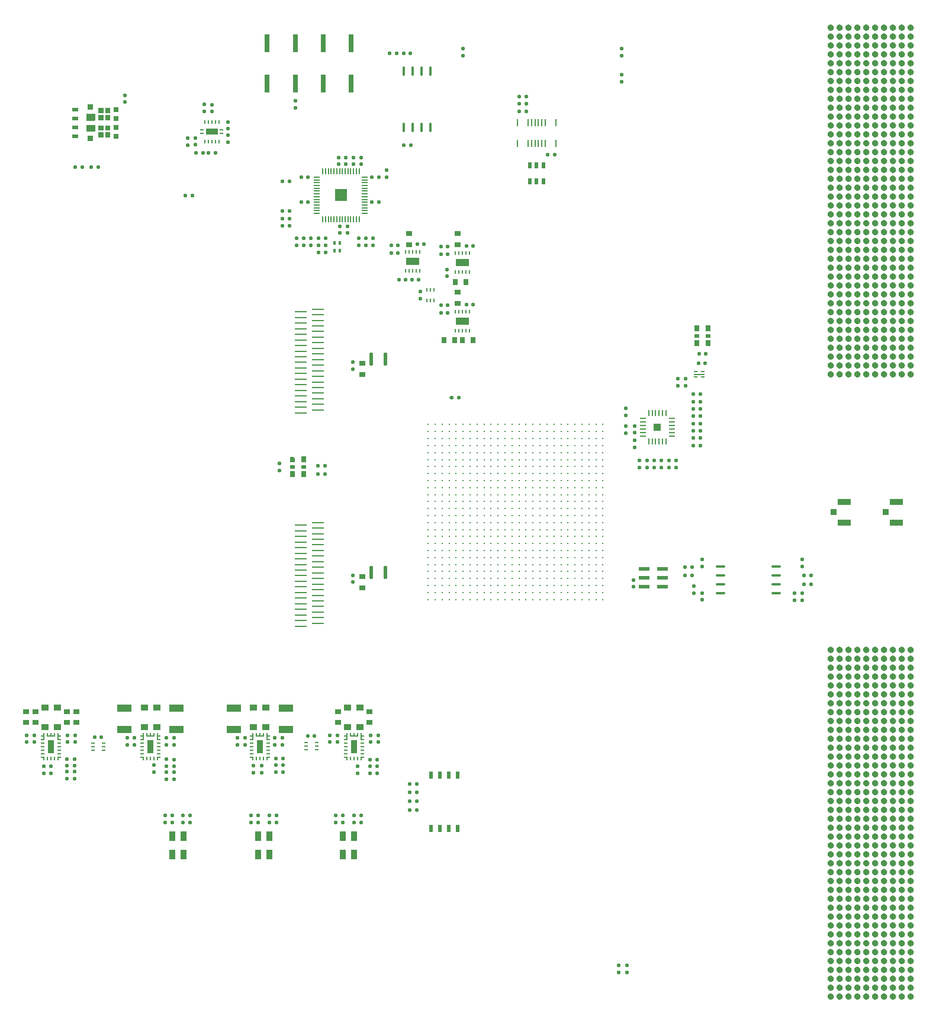
<source format=gtp>
G04*
G04 #@! TF.GenerationSoftware,Altium Limited,Altium Designer,24.4.1 (13)*
G04*
G04 Layer_Color=8421504*
%FSLAX26Y26*%
%MOIN*%
G70*
G04*
G04 #@! TF.SameCoordinates,905C8A78-2083-4C7B-A4A3-8DC1081A3543*
G04*
G04*
G04 #@! TF.FilePolarity,Positive*
G04*
G01*
G75*
G04:AMPARAMS|DCode=23|XSize=72.459mil|YSize=33.088mil|CornerRadius=0mil|HoleSize=0mil|Usage=FLASHONLY|Rotation=270.000|XOffset=0mil|YOffset=0mil|HoleType=Round|Shape=RoundedRectangle|*
%AMROUNDEDRECTD23*
21,1,0.072459,0.033088,0,0,270.0*
21,1,0.072459,0.033088,0,0,270.0*
1,1,0.000000,-0.016544,-0.036229*
1,1,0.000000,-0.016544,0.036229*
1,1,0.000000,0.016544,0.036229*
1,1,0.000000,0.016544,-0.036229*
%
%ADD23ROUNDEDRECTD23*%
%ADD24C,0.013205*%
G04:AMPARAMS|DCode=25|XSize=1.466mil|YSize=3.435mil|CornerRadius=0mil|HoleSize=0mil|Usage=FLASHONLY|Rotation=135.000|XOffset=0mil|YOffset=0mil|HoleType=Round|Shape=Rectangle|*
%AMROTATEDRECTD25*
4,1,4,0.001733,0.000696,-0.000696,-0.001733,-0.001733,-0.000696,0.000696,0.001733,0.001733,0.000696,0.0*
%
%ADD25ROTATEDRECTD25*%

G04:AMPARAMS|DCode=26|XSize=1.466mil|YSize=3.435mil|CornerRadius=0mil|HoleSize=0mil|Usage=FLASHONLY|Rotation=225.000|XOffset=0mil|YOffset=0mil|HoleType=Round|Shape=Rectangle|*
%AMROTATEDRECTD26*
4,1,4,-0.000696,0.001733,0.001733,-0.000696,0.000696,-0.001733,-0.001733,0.000696,-0.000696,0.001733,0.0*
%
%ADD26ROTATEDRECTD26*%

G04:AMPARAMS|DCode=27|XSize=20.977mil|YSize=7.197mil|CornerRadius=0mil|HoleSize=0mil|Usage=FLASHONLY|Rotation=270.000|XOffset=0mil|YOffset=0mil|HoleType=Round|Shape=RoundedRectangle|*
%AMROUNDEDRECTD27*
21,1,0.020977,0.007197,0,0,270.0*
21,1,0.020977,0.007197,0,0,270.0*
1,1,0.000000,-0.003599,-0.010488*
1,1,0.000000,-0.003599,0.010488*
1,1,0.000000,0.003599,0.010488*
1,1,0.000000,0.003599,-0.010488*
%
%ADD27ROUNDEDRECTD27*%
G04:AMPARAMS|DCode=28|XSize=20.785mil|YSize=7.99mil|CornerRadius=0mil|HoleSize=0mil|Usage=FLASHONLY|Rotation=0.000|XOffset=0mil|YOffset=0mil|HoleType=Round|Shape=RoundedRectangle|*
%AMROUNDEDRECTD28*
21,1,0.020785,0.007990,0,0,0.0*
21,1,0.020785,0.007990,0,0,0.0*
1,1,0.000000,0.010393,-0.003995*
1,1,0.000000,-0.010393,-0.003995*
1,1,0.000000,-0.010393,0.003995*
1,1,0.000000,0.010393,0.003995*
%
%ADD28ROUNDEDRECTD28*%
G04:AMPARAMS|DCode=29|XSize=20.977mil|YSize=7.197mil|CornerRadius=0mil|HoleSize=0mil|Usage=FLASHONLY|Rotation=180.000|XOffset=0mil|YOffset=0mil|HoleType=Round|Shape=RoundedRectangle|*
%AMROUNDEDRECTD29*
21,1,0.020977,0.007197,0,0,180.0*
21,1,0.020977,0.007197,0,0,180.0*
1,1,0.000000,-0.010488,0.003599*
1,1,0.000000,0.010488,0.003599*
1,1,0.000000,0.010488,-0.003599*
1,1,0.000000,-0.010488,-0.003599*
%
%ADD29ROUNDEDRECTD29*%
G04:AMPARAMS|DCode=30|XSize=20.604mil|YSize=8.793mil|CornerRadius=0mil|HoleSize=0mil|Usage=FLASHONLY|Rotation=270.000|XOffset=0mil|YOffset=0mil|HoleType=Round|Shape=RoundedRectangle|*
%AMROUNDEDRECTD30*
21,1,0.020604,0.008793,0,0,270.0*
21,1,0.020604,0.008793,0,0,270.0*
1,1,0.000000,-0.004396,-0.010302*
1,1,0.000000,-0.004396,0.010302*
1,1,0.000000,0.004396,0.010302*
1,1,0.000000,0.004396,-0.010302*
%
%ADD30ROUNDEDRECTD30*%
G04:AMPARAMS|DCode=31|XSize=40.866mil|YSize=72.362mil|CornerRadius=0mil|HoleSize=0mil|Usage=FLASHONLY|Rotation=270.000|XOffset=0mil|YOffset=0mil|HoleType=Round|Shape=RoundedRectangle|*
%AMROUNDEDRECTD31*
21,1,0.040866,0.072362,0,0,270.0*
21,1,0.040866,0.072362,0,0,270.0*
1,1,0.000000,-0.036181,-0.020433*
1,1,0.000000,-0.036181,0.020433*
1,1,0.000000,0.036181,0.020433*
1,1,0.000000,0.036181,-0.020433*
%
%ADD31ROUNDEDRECTD31*%
G04:AMPARAMS|DCode=32|XSize=32.069mil|YSize=5.494mil|CornerRadius=0mil|HoleSize=0mil|Usage=FLASHONLY|Rotation=90.000|XOffset=0mil|YOffset=0mil|HoleType=Round|Shape=RoundedRectangle|*
%AMROUNDEDRECTD32*
21,1,0.032069,0.005494,0,0,90.0*
21,1,0.032069,0.005494,0,0,90.0*
1,1,0.000000,0.002747,0.016034*
1,1,0.000000,0.002747,-0.016034*
1,1,0.000000,-0.002747,-0.016034*
1,1,0.000000,-0.002747,0.016034*
%
%ADD32ROUNDEDRECTD32*%
G04:AMPARAMS|DCode=33|XSize=32.069mil|YSize=5.494mil|CornerRadius=0mil|HoleSize=0mil|Usage=FLASHONLY|Rotation=0.000|XOffset=0mil|YOffset=0mil|HoleType=Round|Shape=RoundedRectangle|*
%AMROUNDEDRECTD33*
21,1,0.032069,0.005494,0,0,0.0*
21,1,0.032069,0.005494,0,0,0.0*
1,1,0.000000,0.016034,-0.002747*
1,1,0.000000,-0.016034,-0.002747*
1,1,0.000000,-0.016034,0.002747*
1,1,0.000000,0.016034,0.002747*
%
%ADD33ROUNDEDRECTD33*%
G04:AMPARAMS|DCode=34|XSize=65.984mil|YSize=65.984mil|CornerRadius=0mil|HoleSize=0mil|Usage=FLASHONLY|Rotation=270.000|XOffset=0mil|YOffset=0mil|HoleType=Round|Shape=RoundedRectangle|*
%AMROUNDEDRECTD34*
21,1,0.065984,0.065984,0,0,270.0*
21,1,0.065984,0.065984,0,0,270.0*
1,1,0.000000,-0.032992,-0.032992*
1,1,0.000000,-0.032992,0.032992*
1,1,0.000000,0.032992,0.032992*
1,1,0.000000,0.032992,-0.032992*
%
%ADD34ROUNDEDRECTD34*%
G04:AMPARAMS|DCode=35|XSize=42.677mil|YSize=42.677mil|CornerRadius=0mil|HoleSize=0mil|Usage=FLASHONLY|Rotation=90.000|XOffset=0mil|YOffset=0mil|HoleType=Round|Shape=RoundedRectangle|*
%AMROUNDEDRECTD35*
21,1,0.042677,0.042677,0,0,90.0*
21,1,0.042677,0.042677,0,0,90.0*
1,1,0.000000,0.021339,0.021339*
1,1,0.000000,0.021339,-0.021339*
1,1,0.000000,-0.021339,-0.021339*
1,1,0.000000,-0.021339,0.021339*
%
%ADD35ROUNDEDRECTD35*%
G04:AMPARAMS|DCode=36|XSize=20.715mil|YSize=16.777mil|CornerRadius=3.074mil|HoleSize=0mil|Usage=FLASHONLY|Rotation=90.000|XOffset=0mil|YOffset=0mil|HoleType=Round|Shape=RoundedRectangle|*
%AMROUNDEDRECTD36*
21,1,0.020715,0.010630,0,0,90.0*
21,1,0.014567,0.016777,0,0,90.0*
1,1,0.006148,0.005315,0.007284*
1,1,0.006148,0.005315,-0.007284*
1,1,0.006148,-0.005315,-0.007284*
1,1,0.006148,-0.005315,0.007284*
%
%ADD36ROUNDEDRECTD36*%
G04:AMPARAMS|DCode=37|XSize=19.91mil|YSize=17.548mil|CornerRadius=3.262mil|HoleSize=0mil|Usage=FLASHONLY|Rotation=270.000|XOffset=0mil|YOffset=0mil|HoleType=Round|Shape=RoundedRectangle|*
%AMROUNDEDRECTD37*
21,1,0.019910,0.011024,0,0,270.0*
21,1,0.013386,0.017548,0,0,270.0*
1,1,0.006524,-0.005512,-0.006693*
1,1,0.006524,-0.005512,0.006693*
1,1,0.006524,0.005512,0.006693*
1,1,0.006524,0.005512,-0.006693*
%
%ADD37ROUNDEDRECTD37*%
G04:AMPARAMS|DCode=38|XSize=30.348mil|YSize=28.38mil|CornerRadius=0.902mil|HoleSize=0mil|Usage=FLASHONLY|Rotation=270.000|XOffset=0mil|YOffset=0mil|HoleType=Round|Shape=RoundedRectangle|*
%AMROUNDEDRECTD38*
21,1,0.030348,0.026575,0,0,270.0*
21,1,0.028543,0.028380,0,0,270.0*
1,1,0.001805,-0.013287,-0.014272*
1,1,0.001805,-0.013287,0.014272*
1,1,0.001805,0.013287,0.014272*
1,1,0.001805,0.013287,-0.014272*
%
%ADD38ROUNDEDRECTD38*%
G04:AMPARAMS|DCode=39|XSize=30.348mil|YSize=28.38mil|CornerRadius=0.902mil|HoleSize=0mil|Usage=FLASHONLY|Rotation=0.000|XOffset=0mil|YOffset=0mil|HoleType=Round|Shape=RoundedRectangle|*
%AMROUNDEDRECTD39*
21,1,0.030348,0.026575,0,0,0.0*
21,1,0.028543,0.028380,0,0,0.0*
1,1,0.001805,0.014272,-0.013287*
1,1,0.001805,-0.014272,-0.013287*
1,1,0.001805,-0.014272,0.013287*
1,1,0.001805,0.014272,0.013287*
%
%ADD39ROUNDEDRECTD39*%
G04:AMPARAMS|DCode=40|XSize=19.91mil|YSize=17.548mil|CornerRadius=3.262mil|HoleSize=0mil|Usage=FLASHONLY|Rotation=0.000|XOffset=0mil|YOffset=0mil|HoleType=Round|Shape=RoundedRectangle|*
%AMROUNDEDRECTD40*
21,1,0.019910,0.011024,0,0,0.0*
21,1,0.013386,0.017548,0,0,0.0*
1,1,0.006524,0.006693,-0.005512*
1,1,0.006524,-0.006693,-0.005512*
1,1,0.006524,-0.006693,0.005512*
1,1,0.006524,0.006693,0.005512*
%
%ADD40ROUNDEDRECTD40*%
G04:AMPARAMS|DCode=41|XSize=23.263mil|YSize=8.696mil|CornerRadius=0mil|HoleSize=0mil|Usage=FLASHONLY|Rotation=270.000|XOffset=0mil|YOffset=0mil|HoleType=Round|Shape=RoundedRectangle|*
%AMROUNDEDRECTD41*
21,1,0.023263,0.008696,0,0,270.0*
21,1,0.023263,0.008696,0,0,270.0*
1,1,0.000000,-0.004348,-0.011632*
1,1,0.000000,-0.004348,0.011632*
1,1,0.000000,0.004348,0.011632*
1,1,0.000000,0.004348,-0.011632*
%
%ADD41ROUNDEDRECTD41*%
G04:AMPARAMS|DCode=42|XSize=20.715mil|YSize=16.777mil|CornerRadius=3.074mil|HoleSize=0mil|Usage=FLASHONLY|Rotation=180.000|XOffset=0mil|YOffset=0mil|HoleType=Round|Shape=RoundedRectangle|*
%AMROUNDEDRECTD42*
21,1,0.020715,0.010630,0,0,180.0*
21,1,0.014567,0.016777,0,0,180.0*
1,1,0.006148,-0.007284,0.005315*
1,1,0.006148,0.007284,0.005315*
1,1,0.006148,0.007284,-0.005315*
1,1,0.006148,-0.007284,-0.005315*
%
%ADD42ROUNDEDRECTD42*%
G04:AMPARAMS|DCode=43|XSize=23.263mil|YSize=8.696mil|CornerRadius=0mil|HoleSize=0mil|Usage=FLASHONLY|Rotation=180.000|XOffset=0mil|YOffset=0mil|HoleType=Round|Shape=RoundedRectangle|*
%AMROUNDEDRECTD43*
21,1,0.023263,0.008696,0,0,180.0*
21,1,0.023263,0.008696,0,0,180.0*
1,1,0.000000,-0.011632,0.004348*
1,1,0.000000,0.011632,0.004348*
1,1,0.000000,0.011632,-0.004348*
1,1,0.000000,-0.011632,-0.004348*
%
%ADD43ROUNDEDRECTD43*%
G04:AMPARAMS|DCode=44|XSize=36.315mil|YSize=38.284mil|CornerRadius=0mil|HoleSize=0mil|Usage=FLASHONLY|Rotation=90.000|XOffset=0mil|YOffset=0mil|HoleType=Round|Shape=RoundedRectangle|*
%AMROUNDEDRECTD44*
21,1,0.036315,0.038284,0,0,90.0*
21,1,0.036315,0.038284,0,0,90.0*
1,1,0.000000,0.019142,0.018158*
1,1,0.000000,0.019142,-0.018158*
1,1,0.000000,-0.019142,-0.018158*
1,1,0.000000,-0.019142,0.018158*
%
%ADD44ROUNDEDRECTD44*%
G04:AMPARAMS|DCode=45|XSize=39.342mil|YSize=79.696mil|CornerRadius=0mil|HoleSize=0mil|Usage=FLASHONLY|Rotation=90.000|XOffset=0mil|YOffset=0mil|HoleType=Round|Shape=RoundedRectangle|*
%AMROUNDEDRECTD45*
21,1,0.039342,0.079696,0,0,90.0*
21,1,0.039342,0.079696,0,0,90.0*
1,1,0.000000,0.039848,0.019671*
1,1,0.000000,0.039848,-0.019671*
1,1,0.000000,-0.039848,-0.019671*
1,1,0.000000,-0.039848,0.019671*
%
%ADD45ROUNDEDRECTD45*%
G04:AMPARAMS|DCode=46|XSize=22.665mil|YSize=42.744mil|CornerRadius=3.852mil|HoleSize=0mil|Usage=FLASHONLY|Rotation=0.000|XOffset=0mil|YOffset=0mil|HoleType=Round|Shape=RoundedRectangle|*
%AMROUNDEDRECTD46*
21,1,0.022665,0.035039,0,0,0.0*
21,1,0.014961,0.042744,0,0,0.0*
1,1,0.007704,0.007480,-0.017520*
1,1,0.007704,-0.007480,-0.017520*
1,1,0.007704,-0.007480,0.017520*
1,1,0.007704,0.007480,0.017520*
%
%ADD46ROUNDEDRECTD46*%
G04:AMPARAMS|DCode=47|XSize=56.217mil|YSize=36.532mil|CornerRadius=0.55mil|HoleSize=0mil|Usage=FLASHONLY|Rotation=270.000|XOffset=0mil|YOffset=0mil|HoleType=Round|Shape=RoundedRectangle|*
%AMROUNDEDRECTD47*
21,1,0.056217,0.035433,0,0,270.0*
21,1,0.055118,0.036532,0,0,270.0*
1,1,0.001099,-0.017717,-0.027559*
1,1,0.001099,-0.017717,0.027559*
1,1,0.001099,0.017717,0.027559*
1,1,0.001099,0.017717,-0.027559*
%
%ADD47ROUNDEDRECTD47*%
G04:AMPARAMS|DCode=48|XSize=19.463mil|YSize=15.526mil|CornerRadius=0mil|HoleSize=0mil|Usage=FLASHONLY|Rotation=90.000|XOffset=0mil|YOffset=0mil|HoleType=Round|Shape=RoundedRectangle|*
%AMROUNDEDRECTD48*
21,1,0.019463,0.015526,0,0,90.0*
21,1,0.019463,0.015526,0,0,90.0*
1,1,0.000000,0.007763,0.009732*
1,1,0.000000,0.007763,-0.009732*
1,1,0.000000,-0.007763,-0.009732*
1,1,0.000000,-0.007763,0.009732*
%
%ADD48ROUNDEDRECTD48*%
G04:AMPARAMS|DCode=49|XSize=8.313mil|YSize=41.778mil|CornerRadius=0mil|HoleSize=0mil|Usage=FLASHONLY|Rotation=0.000|XOffset=0mil|YOffset=0mil|HoleType=Round|Shape=RoundedRectangle|*
%AMROUNDEDRECTD49*
21,1,0.008313,0.041778,0,0,0.0*
21,1,0.008313,0.041778,0,0,0.0*
1,1,0.000000,0.004157,-0.020889*
1,1,0.000000,-0.004157,-0.020889*
1,1,0.000000,-0.004157,0.020889*
1,1,0.000000,0.004157,0.020889*
%
%ADD49ROUNDEDRECTD49*%
G04:AMPARAMS|DCode=50|XSize=18.035mil|YSize=31.815mil|CornerRadius=0.159mil|HoleSize=0mil|Usage=FLASHONLY|Rotation=180.000|XOffset=0mil|YOffset=0mil|HoleType=Round|Shape=RoundedRectangle|*
%AMROUNDEDRECTD50*
21,1,0.018035,0.031496,0,0,180.0*
21,1,0.017716,0.031815,0,0,180.0*
1,1,0.000319,-0.008858,0.015748*
1,1,0.000319,0.008858,0.015748*
1,1,0.000319,0.008858,-0.015748*
1,1,0.000319,-0.008858,-0.015748*
%
%ADD50ROUNDEDRECTD50*%
G04:AMPARAMS|DCode=51|XSize=53.453mil|YSize=14.083mil|CornerRadius=2.12mil|HoleSize=0mil|Usage=FLASHONLY|Rotation=90.000|XOffset=0mil|YOffset=0mil|HoleType=Round|Shape=RoundedRectangle|*
%AMROUNDEDRECTD51*
21,1,0.053453,0.009843,0,0,90.0*
21,1,0.049213,0.014083,0,0,90.0*
1,1,0.004240,0.004921,0.024606*
1,1,0.004240,0.004921,-0.024606*
1,1,0.004240,-0.004921,-0.024606*
1,1,0.004240,-0.004921,0.024606*
%
%ADD51ROUNDEDRECTD51*%
G04:AMPARAMS|DCode=52|XSize=99.259mil|YSize=28.393mil|CornerRadius=0mil|HoleSize=0mil|Usage=FLASHONLY|Rotation=90.000|XOffset=0mil|YOffset=0mil|HoleType=Round|Shape=RoundedRectangle|*
%AMROUNDEDRECTD52*
21,1,0.099259,0.028393,0,0,90.0*
21,1,0.099259,0.028393,0,0,90.0*
1,1,0.000000,0.014197,0.049630*
1,1,0.000000,0.014197,-0.049630*
1,1,0.000000,-0.014197,-0.049630*
1,1,0.000000,-0.014197,0.049630*
%
%ADD52ROUNDEDRECTD52*%
G04:AMPARAMS|DCode=53|XSize=7.199mil|YSize=20.978mil|CornerRadius=0mil|HoleSize=0mil|Usage=FLASHONLY|Rotation=270.000|XOffset=0mil|YOffset=0mil|HoleType=Round|Shape=RoundedRectangle|*
%AMROUNDEDRECTD53*
21,1,0.007199,0.020978,0,0,270.0*
21,1,0.007199,0.020978,0,0,270.0*
1,1,0.000000,-0.010489,-0.003599*
1,1,0.000000,-0.010489,0.003599*
1,1,0.000000,0.010489,0.003599*
1,1,0.000000,0.010489,-0.003599*
%
%ADD53ROUNDEDRECTD53*%
G04:AMPARAMS|DCode=54|XSize=64.488mil|YSize=34.961mil|CornerRadius=0mil|HoleSize=0mil|Usage=FLASHONLY|Rotation=0.000|XOffset=0mil|YOffset=0mil|HoleType=Round|Shape=RoundedRectangle|*
%AMROUNDEDRECTD54*
21,1,0.064488,0.034961,0,0,0.0*
21,1,0.064488,0.034961,0,0,0.0*
1,1,0.000000,0.032244,-0.017480*
1,1,0.000000,-0.032244,-0.017480*
1,1,0.000000,-0.032244,0.017480*
1,1,0.000000,0.032244,0.017480*
%
%ADD54ROUNDEDRECTD54*%
G04:AMPARAMS|DCode=55|XSize=6.885mil|YSize=21.058mil|CornerRadius=0mil|HoleSize=0mil|Usage=FLASHONLY|Rotation=0.000|XOffset=0mil|YOffset=0mil|HoleType=Round|Shape=RoundedRectangle|*
%AMROUNDEDRECTD55*
21,1,0.006885,0.021058,0,0,0.0*
21,1,0.006885,0.021058,0,0,0.0*
1,1,0.000000,0.003442,-0.010529*
1,1,0.000000,-0.003442,-0.010529*
1,1,0.000000,-0.003442,0.010529*
1,1,0.000000,0.003442,0.010529*
%
%ADD55ROUNDEDRECTD55*%
G04:AMPARAMS|DCode=56|XSize=23.001mil|YSize=32.843mil|CornerRadius=0mil|HoleSize=0mil|Usage=FLASHONLY|Rotation=270.000|XOffset=0mil|YOffset=0mil|HoleType=Round|Shape=RoundedRectangle|*
%AMROUNDEDRECTD56*
21,1,0.023001,0.032843,0,0,270.0*
21,1,0.023001,0.032843,0,0,270.0*
1,1,0.000000,-0.016422,-0.011500*
1,1,0.000000,-0.016422,0.011500*
1,1,0.000000,0.016422,0.011500*
1,1,0.000000,0.016422,-0.011500*
%
%ADD56ROUNDEDRECTD56*%
G04:AMPARAMS|DCode=57|XSize=23.768mil|YSize=24.162mil|CornerRadius=0mil|HoleSize=0mil|Usage=FLASHONLY|Rotation=270.000|XOffset=0mil|YOffset=0mil|HoleType=Round|Shape=RoundedRectangle|*
%AMROUNDEDRECTD57*
21,1,0.023768,0.024162,0,0,270.0*
21,1,0.023768,0.024162,0,0,270.0*
1,1,0.000000,-0.012081,-0.011884*
1,1,0.000000,-0.012081,0.011884*
1,1,0.000000,0.012081,0.011884*
1,1,0.000000,0.012081,-0.011884*
%
%ADD57ROUNDEDRECTD57*%
G04:AMPARAMS|DCode=58|XSize=22.892mil|YSize=70.136mil|CornerRadius=3.572mil|HoleSize=0mil|Usage=FLASHONLY|Rotation=0.000|XOffset=0mil|YOffset=0mil|HoleType=Round|Shape=RoundedRectangle|*
%AMROUNDEDRECTD58*
21,1,0.022892,0.062992,0,0,0.0*
21,1,0.015748,0.070136,0,0,0.0*
1,1,0.007144,0.007874,-0.031496*
1,1,0.007144,-0.007874,-0.031496*
1,1,0.007144,-0.007874,0.031496*
1,1,0.007144,0.007874,0.031496*
%
%ADD58ROUNDEDRECTD58*%
G04:AMPARAMS|DCode=59|XSize=18.269mil|YSize=28.112mil|CornerRadius=0mil|HoleSize=0mil|Usage=FLASHONLY|Rotation=270.000|XOffset=0mil|YOffset=0mil|HoleType=Round|Shape=RoundedRectangle|*
%AMROUNDEDRECTD59*
21,1,0.018269,0.028112,0,0,270.0*
21,1,0.018269,0.028112,0,0,270.0*
1,1,0.000000,-0.014056,-0.009135*
1,1,0.000000,-0.014056,0.009135*
1,1,0.000000,0.014056,0.009135*
1,1,0.000000,0.014056,-0.009135*
%
%ADD59ROUNDEDRECTD59*%
G04:AMPARAMS|DCode=60|XSize=32.361mil|YSize=26.456mil|CornerRadius=0mil|HoleSize=0mil|Usage=FLASHONLY|Rotation=270.000|XOffset=0mil|YOffset=0mil|HoleType=Round|Shape=RoundedRectangle|*
%AMROUNDEDRECTD60*
21,1,0.032361,0.026456,0,0,270.0*
21,1,0.032361,0.026456,0,0,270.0*
1,1,0.000000,-0.013228,-0.016181*
1,1,0.000000,-0.013228,0.016181*
1,1,0.000000,0.013228,0.016181*
1,1,0.000000,0.013228,-0.016181*
%
%ADD60ROUNDEDRECTD60*%
%ADD61R,0.001466X0.003435*%
%ADD62R,0.066615X0.009528*%
G04:AMPARAMS|DCode=63|XSize=53.453mil|YSize=14.083mil|CornerRadius=2.12mil|HoleSize=0mil|Usage=FLASHONLY|Rotation=180.000|XOffset=0mil|YOffset=0mil|HoleType=Round|Shape=RoundedRectangle|*
%AMROUNDEDRECTD63*
21,1,0.053453,0.009843,0,0,180.0*
21,1,0.049213,0.014083,0,0,180.0*
1,1,0.004240,-0.024606,0.004921*
1,1,0.004240,0.024606,0.004921*
1,1,0.004240,0.024606,-0.004921*
1,1,0.004240,-0.024606,-0.004921*
%
%ADD63ROUNDEDRECTD63*%
G04:AMPARAMS|DCode=64|XSize=58.748mil|YSize=23.315mil|CornerRadius=0mil|HoleSize=0mil|Usage=FLASHONLY|Rotation=180.000|XOffset=0mil|YOffset=0mil|HoleType=Round|Shape=RoundedRectangle|*
%AMROUNDEDRECTD64*
21,1,0.058748,0.023315,0,0,180.0*
21,1,0.058748,0.023315,0,0,180.0*
1,1,0.000000,-0.029374,0.011658*
1,1,0.000000,0.029374,0.011658*
1,1,0.000000,0.029374,-0.011658*
1,1,0.000000,-0.029374,-0.011658*
%
%ADD64ROUNDEDRECTD64*%
G04:AMPARAMS|DCode=65|XSize=31.553mil|YSize=33.522mil|CornerRadius=1.013mil|HoleSize=0mil|Usage=FLASHONLY|Rotation=270.000|XOffset=0mil|YOffset=0mil|HoleType=Round|Shape=RoundedRectangle|*
%AMROUNDEDRECTD65*
21,1,0.031553,0.031496,0,0,270.0*
21,1,0.029528,0.033522,0,0,270.0*
1,1,0.002026,-0.015748,-0.014764*
1,1,0.002026,-0.015748,0.014764*
1,1,0.002026,0.015748,0.014764*
1,1,0.002026,0.015748,-0.014764*
%
%ADD65ROUNDEDRECTD65*%
G04:AMPARAMS|DCode=66|XSize=30.63mil|YSize=75.906mil|CornerRadius=0mil|HoleSize=0mil|Usage=FLASHONLY|Rotation=270.000|XOffset=0mil|YOffset=0mil|HoleType=Round|Shape=RoundedRectangle|*
%AMROUNDEDRECTD66*
21,1,0.030630,0.075906,0,0,270.0*
21,1,0.030630,0.075906,0,0,270.0*
1,1,0.000000,-0.037953,-0.015315*
1,1,0.000000,-0.037953,0.015315*
1,1,0.000000,0.037953,0.015315*
1,1,0.000000,0.037953,-0.015315*
%
%ADD66ROUNDEDRECTD66*%
G04:AMPARAMS|DCode=67|XSize=5.647mil|YSize=21.395mil|CornerRadius=0mil|HoleSize=0mil|Usage=FLASHONLY|Rotation=90.000|XOffset=0mil|YOffset=0mil|HoleType=Round|Shape=RoundedRectangle|*
%AMROUNDEDRECTD67*
21,1,0.005647,0.021395,0,0,90.0*
21,1,0.005647,0.021395,0,0,90.0*
1,1,0.000000,0.010698,0.002824*
1,1,0.000000,0.010698,-0.002824*
1,1,0.000000,-0.010698,-0.002824*
1,1,0.000000,-0.010698,0.002824*
%
%ADD67ROUNDEDRECTD67*%
G04:AMPARAMS|DCode=68|XSize=5.332mil|YSize=60.45mil|CornerRadius=0mil|HoleSize=0mil|Usage=FLASHONLY|Rotation=90.000|XOffset=0mil|YOffset=0mil|HoleType=Round|Shape=RoundedRectangle|*
%AMROUNDEDRECTD68*
21,1,0.005332,0.060450,0,0,90.0*
21,1,0.005332,0.060450,0,0,90.0*
1,1,0.000000,0.030225,0.002666*
1,1,0.000000,0.030225,-0.002666*
1,1,0.000000,-0.030225,-0.002666*
1,1,0.000000,-0.030225,0.002666*
%
%ADD68ROUNDEDRECTD68*%
G04:AMPARAMS|DCode=69|XSize=6.646mil|YSize=32.631mil|CornerRadius=0.961mil|HoleSize=0mil|Usage=FLASHONLY|Rotation=90.000|XOffset=0mil|YOffset=0mil|HoleType=Round|Shape=RoundedRectangle|*
%AMROUNDEDRECTD69*
21,1,0.006646,0.030709,0,0,90.0*
21,1,0.004724,0.032631,0,0,90.0*
1,1,0.001922,0.015354,0.002362*
1,1,0.001922,0.015354,-0.002362*
1,1,0.001922,-0.015354,-0.002362*
1,1,0.001922,-0.015354,0.002362*
%
%ADD69ROUNDEDRECTD69*%
G04:AMPARAMS|DCode=70|XSize=6.646mil|YSize=32.631mil|CornerRadius=0.961mil|HoleSize=0mil|Usage=FLASHONLY|Rotation=180.000|XOffset=0mil|YOffset=0mil|HoleType=Round|Shape=RoundedRectangle|*
%AMROUNDEDRECTD70*
21,1,0.006646,0.030709,0,0,180.0*
21,1,0.004724,0.032631,0,0,180.0*
1,1,0.001922,-0.002362,0.015354*
1,1,0.001922,0.002362,0.015354*
1,1,0.001922,0.002362,-0.015354*
1,1,0.001922,-0.002362,-0.015354*
%
%ADD70ROUNDEDRECTD70*%
G36*
X7225945Y7742480D02*
X7226890Y7742441D01*
X7227795Y7742323D01*
X7228701Y7742126D01*
X7229567Y7741929D01*
X7230433Y7741654D01*
X7231299Y7741378D01*
X7232165Y7741024D01*
X7232992Y7740630D01*
X7233779Y7740197D01*
X7234567Y7739685D01*
X7235315Y7739173D01*
X7236063Y7738622D01*
X7236732Y7738032D01*
X7237402Y7737402D01*
X7238032Y7736732D01*
X7238622Y7736063D01*
X7239173Y7735315D01*
X7239685Y7734567D01*
X7240197Y7733779D01*
X7240630Y7732992D01*
X7241024Y7732165D01*
X7241378Y7731299D01*
X7241654Y7730433D01*
X7241929Y7729567D01*
X7242126Y7728701D01*
X7242323Y7727795D01*
X7242441Y7726890D01*
X7242520Y7725000D01*
X7242480Y7724095D01*
X7242441Y7723150D01*
X7242323Y7722244D01*
X7242126Y7721339D01*
X7241929Y7720472D01*
X7241654Y7719567D01*
X7241339Y7718740D01*
X7241024Y7717874D01*
X7240591Y7717047D01*
X7240158Y7716260D01*
X7239685Y7715472D01*
X7239173Y7714685D01*
X7238622Y7713976D01*
X7238032Y7713268D01*
X7237402Y7712598D01*
X7236732Y7711968D01*
X7236024Y7711378D01*
X7235315Y7710827D01*
X7234528Y7710315D01*
X7233779Y7709842D01*
X7232953Y7709409D01*
X7232126Y7708976D01*
X7231260Y7708661D01*
X7230433Y7708346D01*
X7229528Y7708071D01*
X7228661Y7707874D01*
X7227756Y7707677D01*
X7226850Y7707559D01*
X7225905Y7707520D01*
X7225000Y7707480D01*
X7224095Y7707520D01*
X7223150Y7707559D01*
X7222244Y7707677D01*
X7221339Y7707874D01*
X7220472Y7708071D01*
X7219567Y7708346D01*
X7218740Y7708661D01*
X7217874Y7708976D01*
X7217047Y7709409D01*
X7216221Y7709842D01*
X7215472Y7710315D01*
X7214685Y7710827D01*
X7213976Y7711378D01*
X7213268Y7711968D01*
X7212598Y7712598D01*
X7211968Y7713268D01*
X7211378Y7713976D01*
X7210827Y7714685D01*
X7210315Y7715472D01*
X7209842Y7716260D01*
X7209409Y7717047D01*
X7208976Y7717874D01*
X7208661Y7718740D01*
X7208346Y7719567D01*
X7208071Y7720472D01*
X7207874Y7721339D01*
X7207677Y7722244D01*
X7207559Y7723150D01*
X7207520Y7724095D01*
X7207480Y7725000D01*
X7207559Y7726890D01*
X7207677Y7727795D01*
X7207874Y7728701D01*
X7208071Y7729567D01*
X7208346Y7730433D01*
X7208622Y7731299D01*
X7208976Y7732165D01*
X7209370Y7732992D01*
X7209803Y7733779D01*
X7210315Y7734567D01*
X7210827Y7735315D01*
X7211378Y7736063D01*
X7211968Y7736732D01*
X7212598Y7737402D01*
X7213268Y7738032D01*
X7213937Y7738622D01*
X7214685Y7739173D01*
X7215433Y7739685D01*
X7216221Y7740197D01*
X7217008Y7740630D01*
X7217835Y7741024D01*
X7218701Y7741378D01*
X7219567Y7741654D01*
X7220433Y7741929D01*
X7221299Y7742126D01*
X7222205Y7742323D01*
X7223110Y7742441D01*
X7224055Y7742480D01*
X7224921Y7742520D01*
X7224902Y7725000D01*
X7225118D01*
Y7742520D01*
X7225945Y7742480D01*
D02*
G37*
G36*
X7175945D02*
X7176890Y7742441D01*
X7177795Y7742323D01*
X7178701Y7742126D01*
X7179567Y7741929D01*
X7180433Y7741654D01*
X7181299Y7741378D01*
X7182165Y7741024D01*
X7182992Y7740630D01*
X7183779Y7740197D01*
X7184567Y7739685D01*
X7185315Y7739173D01*
X7186063Y7738622D01*
X7186732Y7738032D01*
X7187402Y7737402D01*
X7188032Y7736732D01*
X7188622Y7736063D01*
X7189173Y7735315D01*
X7189685Y7734567D01*
X7190197Y7733779D01*
X7190630Y7732992D01*
X7191024Y7732165D01*
X7191378Y7731299D01*
X7191654Y7730433D01*
X7191929Y7729567D01*
X7192126Y7728701D01*
X7192323Y7727795D01*
X7192441Y7726890D01*
X7192480Y7725945D01*
X7192520Y7725000D01*
X7192480Y7724095D01*
X7192441Y7723150D01*
X7192323Y7722244D01*
X7192126Y7721339D01*
X7191929Y7720472D01*
X7191654Y7719567D01*
X7191339Y7718740D01*
X7191024Y7717874D01*
X7190591Y7717047D01*
X7190158Y7716260D01*
X7189685Y7715472D01*
X7189173Y7714685D01*
X7188622Y7713976D01*
X7188032Y7713268D01*
X7187402Y7712598D01*
X7186732Y7711968D01*
X7186024Y7711378D01*
X7185315Y7710827D01*
X7184528Y7710315D01*
X7183779Y7709842D01*
X7182953Y7709409D01*
X7182126Y7708976D01*
X7181260Y7708661D01*
X7180433Y7708346D01*
X7179528Y7708071D01*
X7178661Y7707874D01*
X7177756Y7707677D01*
X7176850Y7707559D01*
X7175905Y7707520D01*
X7175000Y7707480D01*
X7174095Y7707520D01*
X7173150Y7707559D01*
X7172244Y7707677D01*
X7171339Y7707874D01*
X7170472Y7708071D01*
X7169567Y7708346D01*
X7168740Y7708661D01*
X7167874Y7708976D01*
X7167047Y7709409D01*
X7166260Y7709842D01*
X7165472Y7710315D01*
X7164685Y7710827D01*
X7163976Y7711378D01*
X7163268Y7711968D01*
X7162598Y7712598D01*
X7161968Y7713268D01*
X7161378Y7713976D01*
X7160827Y7714685D01*
X7160315Y7715472D01*
X7159842Y7716260D01*
X7159409Y7717047D01*
X7158976Y7717874D01*
X7158661Y7718740D01*
X7158346Y7719567D01*
X7158071Y7720472D01*
X7157874Y7721339D01*
X7157677Y7722244D01*
X7157559Y7723150D01*
X7157520Y7724095D01*
X7157480Y7725000D01*
X7157520Y7725945D01*
X7157559Y7726890D01*
X7157677Y7727795D01*
X7157874Y7728701D01*
X7158071Y7729567D01*
X7158346Y7730433D01*
X7158622Y7731299D01*
X7158976Y7732165D01*
X7159370Y7732992D01*
X7159803Y7733779D01*
X7160315Y7734567D01*
X7160827Y7735315D01*
X7161378Y7736063D01*
X7161968Y7736732D01*
X7162598Y7737402D01*
X7163268Y7738032D01*
X7163937Y7738622D01*
X7164685Y7739173D01*
X7165433Y7739685D01*
X7166221Y7740197D01*
X7167008Y7740630D01*
X7167835Y7741024D01*
X7168701Y7741378D01*
X7169567Y7741654D01*
X7170433Y7741929D01*
X7171299Y7742126D01*
X7172205Y7742323D01*
X7173110Y7742441D01*
X7174055Y7742480D01*
X7174882Y7742520D01*
X7174902Y7725000D01*
X7175079D01*
Y7742520D01*
X7175945Y7742480D01*
D02*
G37*
G36*
X7125945D02*
X7126890Y7742441D01*
X7127795Y7742323D01*
X7128701Y7742126D01*
X7129567Y7741929D01*
X7130433Y7741654D01*
X7131299Y7741378D01*
X7132165Y7741024D01*
X7132992Y7740630D01*
X7133779Y7740197D01*
X7134567Y7739685D01*
X7135315Y7739173D01*
X7136063Y7738622D01*
X7136732Y7738032D01*
X7137402Y7737402D01*
X7138032Y7736732D01*
X7138622Y7736063D01*
X7139173Y7735315D01*
X7139685Y7734567D01*
X7140197Y7733779D01*
X7140630Y7732992D01*
X7141024Y7732165D01*
X7141378Y7731299D01*
X7141654Y7730433D01*
X7141929Y7729567D01*
X7142126Y7728701D01*
X7142323Y7727795D01*
X7142441Y7726890D01*
X7142480Y7725945D01*
X7142520Y7725000D01*
X7142480Y7724095D01*
X7142441Y7723150D01*
X7142323Y7722244D01*
X7142126Y7721339D01*
X7141929Y7720472D01*
X7141654Y7719567D01*
X7141339Y7718740D01*
X7141024Y7717874D01*
X7140591Y7717047D01*
X7140158Y7716260D01*
X7139685Y7715472D01*
X7139173Y7714685D01*
X7138622Y7713976D01*
X7138032Y7713268D01*
X7137402Y7712598D01*
X7136732Y7711968D01*
X7136024Y7711378D01*
X7135315Y7710827D01*
X7134528Y7710315D01*
X7133740Y7709842D01*
X7132953Y7709409D01*
X7132126Y7708976D01*
X7131260Y7708661D01*
X7130433Y7708346D01*
X7129528Y7708071D01*
X7128661Y7707874D01*
X7127756Y7707677D01*
X7126850Y7707559D01*
X7125905Y7707520D01*
X7125000Y7707480D01*
X7124095Y7707520D01*
X7123150Y7707559D01*
X7122244Y7707677D01*
X7121339Y7707874D01*
X7120472Y7708071D01*
X7119567Y7708346D01*
X7118740Y7708661D01*
X7117874Y7708976D01*
X7117047Y7709409D01*
X7116221Y7709842D01*
X7115472Y7710315D01*
X7114685Y7710827D01*
X7113976Y7711378D01*
X7113268Y7711968D01*
X7112598Y7712598D01*
X7111968Y7713268D01*
X7111378Y7713976D01*
X7110827Y7714685D01*
X7110315Y7715472D01*
X7109842Y7716260D01*
X7109409Y7717047D01*
X7108976Y7717874D01*
X7108661Y7718740D01*
X7108346Y7719567D01*
X7108071Y7720472D01*
X7107874Y7721339D01*
X7107677Y7722244D01*
X7107559Y7723150D01*
X7107520Y7724095D01*
X7107480Y7725000D01*
X7107520Y7725945D01*
X7107559Y7726890D01*
X7107677Y7727795D01*
X7107874Y7728701D01*
X7108071Y7729567D01*
X7108346Y7730433D01*
X7108622Y7731299D01*
X7108976Y7732165D01*
X7109370Y7732992D01*
X7109803Y7733779D01*
X7110315Y7734567D01*
X7110827Y7735315D01*
X7111378Y7736063D01*
X7111968Y7736732D01*
X7112598Y7737402D01*
X7113268Y7738032D01*
X7113937Y7738622D01*
X7114685Y7739173D01*
X7115433Y7739685D01*
X7116221Y7740197D01*
X7117008Y7740630D01*
X7117835Y7741024D01*
X7118701Y7741378D01*
X7119567Y7741654D01*
X7120433Y7741929D01*
X7121299Y7742126D01*
X7122205Y7742323D01*
X7123110Y7742441D01*
X7124055Y7742480D01*
X7124882Y7742520D01*
X7124902Y7725000D01*
X7125118D01*
Y7742520D01*
X7125945Y7742480D01*
D02*
G37*
G36*
X7075945D02*
X7076890Y7742441D01*
X7077795Y7742323D01*
X7078701Y7742126D01*
X7079567Y7741929D01*
X7080433Y7741654D01*
X7081299Y7741378D01*
X7082165Y7741024D01*
X7082992Y7740630D01*
X7083779Y7740197D01*
X7084567Y7739685D01*
X7085315Y7739173D01*
X7086063Y7738622D01*
X7086732Y7738032D01*
X7087402Y7737402D01*
X7088032Y7736732D01*
X7088622Y7736063D01*
X7089173Y7735315D01*
X7089685Y7734567D01*
X7090197Y7733779D01*
X7090630Y7732992D01*
X7091024Y7732165D01*
X7091378Y7731299D01*
X7091654Y7730433D01*
X7091929Y7729567D01*
X7092126Y7728701D01*
X7092323Y7727795D01*
X7092441Y7726890D01*
X7092520Y7725000D01*
X7092480Y7724095D01*
X7092441Y7723150D01*
X7092323Y7722244D01*
X7092126Y7721339D01*
X7091929Y7720472D01*
X7091654Y7719567D01*
X7091339Y7718740D01*
X7091024Y7717874D01*
X7090591Y7717047D01*
X7090158Y7716260D01*
X7089685Y7715472D01*
X7089173Y7714685D01*
X7088622Y7713976D01*
X7088032Y7713268D01*
X7087402Y7712598D01*
X7086732Y7711968D01*
X7086024Y7711378D01*
X7085315Y7710827D01*
X7084528Y7710315D01*
X7083740Y7709842D01*
X7082953Y7709409D01*
X7082126Y7708976D01*
X7081260Y7708661D01*
X7080433Y7708346D01*
X7079528Y7708071D01*
X7078661Y7707874D01*
X7077756Y7707677D01*
X7076850Y7707559D01*
X7075905Y7707520D01*
X7075000Y7707480D01*
X7074095Y7707520D01*
X7073150Y7707559D01*
X7072244Y7707677D01*
X7071339Y7707874D01*
X7070472Y7708071D01*
X7069567Y7708346D01*
X7068740Y7708661D01*
X7067874Y7708976D01*
X7067047Y7709409D01*
X7066260Y7709842D01*
X7065472Y7710315D01*
X7064685Y7710827D01*
X7063976Y7711378D01*
X7063268Y7711968D01*
X7062598Y7712598D01*
X7061968Y7713268D01*
X7061378Y7713976D01*
X7060827Y7714685D01*
X7060315Y7715472D01*
X7059842Y7716260D01*
X7059409Y7717047D01*
X7058976Y7717874D01*
X7058661Y7718740D01*
X7058346Y7719567D01*
X7058071Y7720472D01*
X7057874Y7721339D01*
X7057677Y7722244D01*
X7057559Y7723150D01*
X7057520Y7724095D01*
X7057480Y7725000D01*
X7057559Y7726890D01*
X7057677Y7727795D01*
X7057874Y7728701D01*
X7058071Y7729567D01*
X7058346Y7730433D01*
X7058622Y7731299D01*
X7058976Y7732165D01*
X7059370Y7732992D01*
X7059803Y7733779D01*
X7060315Y7734567D01*
X7060827Y7735315D01*
X7061378Y7736063D01*
X7061968Y7736732D01*
X7062598Y7737402D01*
X7063268Y7738032D01*
X7063937Y7738622D01*
X7064685Y7739173D01*
X7065433Y7739685D01*
X7066221Y7740197D01*
X7067008Y7740630D01*
X7067835Y7741024D01*
X7068701Y7741378D01*
X7069567Y7741654D01*
X7070433Y7741929D01*
X7071299Y7742126D01*
X7072205Y7742323D01*
X7073110Y7742441D01*
X7074055Y7742480D01*
X7074921Y7742520D01*
X7074902Y7725000D01*
X7075079D01*
Y7742520D01*
X7075945Y7742480D01*
D02*
G37*
G36*
X7025945D02*
X7026890Y7742441D01*
X7027795Y7742323D01*
X7028701Y7742126D01*
X7029567Y7741929D01*
X7030433Y7741654D01*
X7031299Y7741378D01*
X7032165Y7741024D01*
X7032992Y7740630D01*
X7033779Y7740197D01*
X7034567Y7739685D01*
X7035315Y7739173D01*
X7036063Y7738622D01*
X7036732Y7738032D01*
X7037402Y7737402D01*
X7038032Y7736732D01*
X7038622Y7736063D01*
X7039173Y7735315D01*
X7039685Y7734567D01*
X7040197Y7733779D01*
X7040630Y7732992D01*
X7041024Y7732165D01*
X7041378Y7731299D01*
X7041654Y7730433D01*
X7041929Y7729567D01*
X7042126Y7728701D01*
X7042323Y7727795D01*
X7042441Y7726890D01*
X7042480Y7725945D01*
X7042520Y7725000D01*
X7042480Y7724095D01*
X7042441Y7723150D01*
X7042323Y7722244D01*
X7042126Y7721339D01*
X7041929Y7720472D01*
X7041654Y7719567D01*
X7041339Y7718740D01*
X7041024Y7717874D01*
X7040591Y7717047D01*
X7040158Y7716260D01*
X7039685Y7715472D01*
X7039173Y7714685D01*
X7038622Y7713976D01*
X7038032Y7713268D01*
X7037402Y7712598D01*
X7036732Y7711968D01*
X7036024Y7711378D01*
X7035315Y7710827D01*
X7034528Y7710315D01*
X7033740Y7709842D01*
X7032953Y7709409D01*
X7032126Y7708976D01*
X7031260Y7708661D01*
X7030433Y7708346D01*
X7029528Y7708071D01*
X7028661Y7707874D01*
X7027756Y7707677D01*
X7026850Y7707559D01*
X7025905Y7707520D01*
X7025000Y7707480D01*
X7024095Y7707520D01*
X7023150Y7707559D01*
X7022244Y7707677D01*
X7021339Y7707874D01*
X7020472Y7708071D01*
X7019567Y7708346D01*
X7018740Y7708661D01*
X7017874Y7708976D01*
X7017047Y7709409D01*
X7016260Y7709842D01*
X7015472Y7710315D01*
X7014685Y7710827D01*
X7013976Y7711378D01*
X7013268Y7711968D01*
X7012598Y7712598D01*
X7011968Y7713268D01*
X7011378Y7713976D01*
X7010827Y7714685D01*
X7010315Y7715472D01*
X7009842Y7716260D01*
X7009409Y7717047D01*
X7008976Y7717874D01*
X7008661Y7718740D01*
X7008346Y7719567D01*
X7008071Y7720472D01*
X7007874Y7721339D01*
X7007677Y7722244D01*
X7007559Y7723150D01*
X7007520Y7724095D01*
X7007480Y7725000D01*
X7007520Y7725945D01*
X7007559Y7726890D01*
X7007677Y7727795D01*
X7007874Y7728701D01*
X7008071Y7729567D01*
X7008346Y7730433D01*
X7008622Y7731299D01*
X7008976Y7732165D01*
X7009370Y7732992D01*
X7009803Y7733779D01*
X7010315Y7734567D01*
X7010827Y7735315D01*
X7011378Y7736063D01*
X7011968Y7736732D01*
X7012598Y7737402D01*
X7013268Y7738032D01*
X7013937Y7738622D01*
X7014685Y7739173D01*
X7015433Y7739685D01*
X7016221Y7740197D01*
X7017008Y7740630D01*
X7017835Y7741024D01*
X7018701Y7741378D01*
X7019567Y7741654D01*
X7020433Y7741929D01*
X7021299Y7742126D01*
X7022205Y7742323D01*
X7023110Y7742441D01*
X7024055Y7742480D01*
X7024882Y7742520D01*
X7024902Y7725000D01*
X7025079D01*
Y7742520D01*
X7025945Y7742480D01*
D02*
G37*
G36*
X6975945D02*
X6976890Y7742441D01*
X6977795Y7742323D01*
X6978701Y7742126D01*
X6979567Y7741929D01*
X6980433Y7741654D01*
X6981299Y7741378D01*
X6982165Y7741024D01*
X6982992Y7740630D01*
X6983779Y7740197D01*
X6984567Y7739685D01*
X6985315Y7739173D01*
X6986063Y7738622D01*
X6986732Y7738032D01*
X6987402Y7737402D01*
X6988032Y7736732D01*
X6988622Y7736063D01*
X6989173Y7735315D01*
X6989685Y7734567D01*
X6990197Y7733779D01*
X6990630Y7732992D01*
X6991024Y7732165D01*
X6991378Y7731299D01*
X6991654Y7730433D01*
X6991929Y7729567D01*
X6992126Y7728701D01*
X6992323Y7727795D01*
X6992441Y7726890D01*
X6992520Y7725000D01*
X6992480Y7724095D01*
X6992441Y7723150D01*
X6992323Y7722244D01*
X6992126Y7721339D01*
X6991929Y7720472D01*
X6991654Y7719567D01*
X6991339Y7718740D01*
X6991024Y7717874D01*
X6990591Y7717047D01*
X6990158Y7716260D01*
X6989685Y7715472D01*
X6989173Y7714685D01*
X6988622Y7713976D01*
X6988032Y7713268D01*
X6987402Y7712598D01*
X6986732Y7711968D01*
X6986024Y7711378D01*
X6985315Y7710827D01*
X6984528Y7710315D01*
X6983740Y7709842D01*
X6982953Y7709409D01*
X6982126Y7708976D01*
X6981260Y7708661D01*
X6980433Y7708346D01*
X6979528Y7708071D01*
X6978661Y7707874D01*
X6977756Y7707677D01*
X6976850Y7707559D01*
X6975905Y7707520D01*
X6975000Y7707480D01*
X6974095Y7707520D01*
X6973150Y7707559D01*
X6972244Y7707677D01*
X6971339Y7707874D01*
X6970472Y7708071D01*
X6969567Y7708346D01*
X6968740Y7708661D01*
X6967874Y7708976D01*
X6967047Y7709409D01*
X6966260Y7709842D01*
X6965472Y7710315D01*
X6964685Y7710827D01*
X6963976Y7711378D01*
X6963268Y7711968D01*
X6962598Y7712598D01*
X6961968Y7713268D01*
X6961378Y7713976D01*
X6960827Y7714685D01*
X6960315Y7715472D01*
X6959842Y7716260D01*
X6959409Y7717047D01*
X6958976Y7717874D01*
X6958661Y7718740D01*
X6958346Y7719567D01*
X6958071Y7720472D01*
X6957874Y7721339D01*
X6957677Y7722244D01*
X6957559Y7723150D01*
X6957520Y7724095D01*
X6957480Y7725000D01*
X6957559Y7726890D01*
X6957677Y7727795D01*
X6957874Y7728701D01*
X6958071Y7729567D01*
X6958346Y7730433D01*
X6958622Y7731299D01*
X6958976Y7732165D01*
X6959370Y7732992D01*
X6959803Y7733779D01*
X6960315Y7734567D01*
X6960827Y7735315D01*
X6961378Y7736063D01*
X6961968Y7736732D01*
X6962598Y7737402D01*
X6963268Y7738032D01*
X6963937Y7738622D01*
X6964685Y7739173D01*
X6965433Y7739685D01*
X6966221Y7740197D01*
X6967008Y7740630D01*
X6967835Y7741024D01*
X6968701Y7741378D01*
X6969567Y7741654D01*
X6970433Y7741929D01*
X6971299Y7742126D01*
X6972205Y7742323D01*
X6973110Y7742441D01*
X6974055Y7742480D01*
X6974921Y7742520D01*
X6974902Y7725000D01*
X6975118D01*
Y7742520D01*
X6975945Y7742480D01*
D02*
G37*
G36*
X6925945D02*
X6926890Y7742441D01*
X6927795Y7742323D01*
X6928701Y7742126D01*
X6929567Y7741929D01*
X6930433Y7741654D01*
X6931299Y7741378D01*
X6932165Y7741024D01*
X6932992Y7740630D01*
X6933779Y7740197D01*
X6934567Y7739685D01*
X6935315Y7739173D01*
X6936063Y7738622D01*
X6936732Y7738032D01*
X6937402Y7737402D01*
X6938032Y7736732D01*
X6938622Y7736063D01*
X6939173Y7735315D01*
X6939685Y7734567D01*
X6940197Y7733779D01*
X6940630Y7732992D01*
X6941024Y7732165D01*
X6941378Y7731299D01*
X6941654Y7730433D01*
X6941929Y7729567D01*
X6942126Y7728701D01*
X6942323Y7727795D01*
X6942441Y7726890D01*
X6942520Y7725000D01*
X6942480Y7724095D01*
X6942441Y7723150D01*
X6942323Y7722244D01*
X6942126Y7721339D01*
X6941929Y7720472D01*
X6941654Y7719567D01*
X6941339Y7718740D01*
X6941024Y7717874D01*
X6940591Y7717047D01*
X6940158Y7716260D01*
X6939685Y7715472D01*
X6939173Y7714685D01*
X6938622Y7713976D01*
X6938032Y7713268D01*
X6937402Y7712598D01*
X6936732Y7711968D01*
X6936024Y7711378D01*
X6935315Y7710827D01*
X6934528Y7710315D01*
X6933740Y7709842D01*
X6932953Y7709409D01*
X6932126Y7708976D01*
X6931260Y7708661D01*
X6930433Y7708346D01*
X6929528Y7708071D01*
X6928661Y7707874D01*
X6927756Y7707677D01*
X6926850Y7707559D01*
X6925905Y7707520D01*
X6925000Y7707480D01*
X6924095Y7707520D01*
X6923150Y7707559D01*
X6922244Y7707677D01*
X6921339Y7707874D01*
X6920472Y7708071D01*
X6919567Y7708346D01*
X6918740Y7708661D01*
X6917874Y7708976D01*
X6917047Y7709409D01*
X6916260Y7709842D01*
X6915472Y7710315D01*
X6914685Y7710827D01*
X6913976Y7711378D01*
X6913268Y7711968D01*
X6912598Y7712598D01*
X6911968Y7713268D01*
X6911378Y7713976D01*
X6910827Y7714685D01*
X6910315Y7715472D01*
X6909842Y7716260D01*
X6909409Y7717047D01*
X6908976Y7717874D01*
X6908661Y7718740D01*
X6908346Y7719567D01*
X6908071Y7720472D01*
X6907874Y7721339D01*
X6907677Y7722244D01*
X6907559Y7723150D01*
X6907520Y7724095D01*
X6907480Y7725000D01*
X6907559Y7726890D01*
X6907677Y7727795D01*
X6907874Y7728701D01*
X6908071Y7729567D01*
X6908346Y7730433D01*
X6908622Y7731299D01*
X6908976Y7732165D01*
X6909370Y7732992D01*
X6909803Y7733779D01*
X6910315Y7734567D01*
X6910827Y7735315D01*
X6911378Y7736063D01*
X6911968Y7736732D01*
X6912598Y7737402D01*
X6913268Y7738032D01*
X6913937Y7738622D01*
X6914685Y7739173D01*
X6915433Y7739685D01*
X6916221Y7740197D01*
X6917008Y7740630D01*
X6917835Y7741024D01*
X6918701Y7741378D01*
X6919567Y7741654D01*
X6920433Y7741929D01*
X6921299Y7742126D01*
X6922205Y7742323D01*
X6923110Y7742441D01*
X6924055Y7742480D01*
X6924921Y7742520D01*
X6924902Y7725000D01*
X6925079D01*
Y7742520D01*
X6925945Y7742480D01*
D02*
G37*
G36*
X6875945D02*
X6876890Y7742441D01*
X6877795Y7742323D01*
X6878701Y7742126D01*
X6879567Y7741929D01*
X6880433Y7741654D01*
X6881299Y7741378D01*
X6882165Y7741024D01*
X6882992Y7740630D01*
X6883779Y7740197D01*
X6884567Y7739685D01*
X6885315Y7739173D01*
X6886063Y7738622D01*
X6886732Y7738032D01*
X6887402Y7737402D01*
X6888032Y7736732D01*
X6888622Y7736063D01*
X6889173Y7735315D01*
X6889685Y7734567D01*
X6890197Y7733779D01*
X6890630Y7732992D01*
X6891024Y7732165D01*
X6891378Y7731299D01*
X6891654Y7730433D01*
X6891929Y7729567D01*
X6892126Y7728701D01*
X6892323Y7727795D01*
X6892441Y7726890D01*
X6892480Y7725945D01*
X6892520Y7725000D01*
X6892480Y7724095D01*
X6892441Y7723150D01*
X6892323Y7722244D01*
X6892126Y7721339D01*
X6891929Y7720472D01*
X6891654Y7719567D01*
X6891339Y7718740D01*
X6891024Y7717874D01*
X6890591Y7717047D01*
X6890158Y7716260D01*
X6889685Y7715472D01*
X6889173Y7714685D01*
X6888622Y7713976D01*
X6888032Y7713268D01*
X6887402Y7712598D01*
X6886732Y7711968D01*
X6886024Y7711378D01*
X6885315Y7710827D01*
X6884528Y7710315D01*
X6883779Y7709842D01*
X6882953Y7709409D01*
X6882126Y7708976D01*
X6881260Y7708661D01*
X6880433Y7708346D01*
X6879528Y7708071D01*
X6878661Y7707874D01*
X6877756Y7707677D01*
X6876850Y7707559D01*
X6875905Y7707520D01*
X6875000Y7707480D01*
X6874095Y7707520D01*
X6873150Y7707559D01*
X6872244Y7707677D01*
X6871339Y7707874D01*
X6870472Y7708071D01*
X6869567Y7708346D01*
X6868740Y7708661D01*
X6867874Y7708976D01*
X6867047Y7709409D01*
X6866260Y7709842D01*
X6865472Y7710315D01*
X6864685Y7710827D01*
X6863976Y7711378D01*
X6863268Y7711968D01*
X6862598Y7712598D01*
X6861968Y7713268D01*
X6861378Y7713976D01*
X6860827Y7714685D01*
X6860315Y7715472D01*
X6859842Y7716260D01*
X6859409Y7717047D01*
X6858976Y7717874D01*
X6858661Y7718740D01*
X6858346Y7719567D01*
X6858071Y7720472D01*
X6857874Y7721339D01*
X6857677Y7722244D01*
X6857559Y7723150D01*
X6857520Y7724095D01*
X6857480Y7725000D01*
X6857520Y7725945D01*
X6857559Y7726890D01*
X6857677Y7727795D01*
X6857874Y7728701D01*
X6858071Y7729567D01*
X6858346Y7730433D01*
X6858622Y7731299D01*
X6858976Y7732165D01*
X6859370Y7732992D01*
X6859803Y7733779D01*
X6860315Y7734567D01*
X6860827Y7735315D01*
X6861378Y7736063D01*
X6861968Y7736732D01*
X6862598Y7737402D01*
X6863268Y7738032D01*
X6863937Y7738622D01*
X6864685Y7739173D01*
X6865433Y7739685D01*
X6866221Y7740197D01*
X6867008Y7740630D01*
X6867835Y7741024D01*
X6868701Y7741378D01*
X6869567Y7741654D01*
X6870433Y7741929D01*
X6871299Y7742126D01*
X6872205Y7742323D01*
X6873110Y7742441D01*
X6874055Y7742480D01*
X6874882Y7742520D01*
X6874902Y7725000D01*
X6875118D01*
Y7742520D01*
X6875945Y7742480D01*
D02*
G37*
G36*
X6825945D02*
X6826890Y7742441D01*
X6827795Y7742323D01*
X6828701Y7742126D01*
X6829567Y7741929D01*
X6830433Y7741654D01*
X6831299Y7741378D01*
X6832165Y7741024D01*
X6832992Y7740630D01*
X6833779Y7740197D01*
X6834567Y7739685D01*
X6835315Y7739173D01*
X6836063Y7738622D01*
X6836732Y7738032D01*
X6837402Y7737402D01*
X6838032Y7736732D01*
X6838622Y7736063D01*
X6839173Y7735315D01*
X6839685Y7734567D01*
X6840197Y7733779D01*
X6840630Y7732992D01*
X6841024Y7732165D01*
X6841378Y7731299D01*
X6841654Y7730433D01*
X6841929Y7729567D01*
X6842126Y7728701D01*
X6842323Y7727795D01*
X6842441Y7726890D01*
X6842520Y7725000D01*
X6842480Y7724095D01*
X6842441Y7723150D01*
X6842323Y7722244D01*
X6842126Y7721339D01*
X6841929Y7720472D01*
X6841654Y7719567D01*
X6841339Y7718740D01*
X6841024Y7717874D01*
X6840591Y7717047D01*
X6840158Y7716260D01*
X6839685Y7715472D01*
X6839173Y7714685D01*
X6838622Y7713976D01*
X6838032Y7713268D01*
X6837402Y7712598D01*
X6836732Y7711968D01*
X6836024Y7711378D01*
X6835315Y7710827D01*
X6834528Y7710315D01*
X6833740Y7709842D01*
X6832953Y7709409D01*
X6832126Y7708976D01*
X6831260Y7708661D01*
X6830433Y7708346D01*
X6829528Y7708071D01*
X6828661Y7707874D01*
X6827756Y7707677D01*
X6826850Y7707559D01*
X6825905Y7707520D01*
X6825000Y7707480D01*
X6824095Y7707520D01*
X6823150Y7707559D01*
X6822244Y7707677D01*
X6821339Y7707874D01*
X6820472Y7708071D01*
X6819567Y7708346D01*
X6818740Y7708661D01*
X6817874Y7708976D01*
X6817047Y7709409D01*
X6816221Y7709842D01*
X6815472Y7710315D01*
X6814685Y7710827D01*
X6813976Y7711378D01*
X6813268Y7711968D01*
X6812598Y7712598D01*
X6811968Y7713268D01*
X6811378Y7713976D01*
X6810827Y7714685D01*
X6810315Y7715472D01*
X6809842Y7716260D01*
X6809409Y7717047D01*
X6808976Y7717874D01*
X6808661Y7718740D01*
X6808346Y7719567D01*
X6808071Y7720472D01*
X6807874Y7721339D01*
X6807677Y7722244D01*
X6807559Y7723150D01*
X6807520Y7724095D01*
X6807480Y7725000D01*
X6807559Y7726890D01*
X6807677Y7727795D01*
X6807874Y7728701D01*
X6808071Y7729567D01*
X6808346Y7730433D01*
X6808622Y7731299D01*
X6808976Y7732165D01*
X6809370Y7732992D01*
X6809803Y7733779D01*
X6810315Y7734567D01*
X6810827Y7735315D01*
X6811378Y7736063D01*
X6811968Y7736732D01*
X6812598Y7737402D01*
X6813268Y7738032D01*
X6813937Y7738622D01*
X6814685Y7739173D01*
X6815433Y7739685D01*
X6816221Y7740197D01*
X6817008Y7740630D01*
X6817835Y7741024D01*
X6818701Y7741378D01*
X6819567Y7741654D01*
X6820433Y7741929D01*
X6821299Y7742126D01*
X6822205Y7742323D01*
X6823110Y7742441D01*
X6824055Y7742480D01*
X6824921Y7742520D01*
X6824902Y7725000D01*
X6825118D01*
Y7742520D01*
X6825945Y7742480D01*
D02*
G37*
G36*
X6775945D02*
X6776890Y7742441D01*
X6777795Y7742323D01*
X6778701Y7742126D01*
X6779567Y7741929D01*
X6780433Y7741654D01*
X6781299Y7741378D01*
X6782165Y7741024D01*
X6782992Y7740630D01*
X6783779Y7740197D01*
X6784567Y7739685D01*
X6785315Y7739173D01*
X6786063Y7738622D01*
X6786732Y7738032D01*
X6787402Y7737402D01*
X6788032Y7736732D01*
X6788622Y7736063D01*
X6789173Y7735315D01*
X6789685Y7734567D01*
X6790197Y7733779D01*
X6790630Y7732992D01*
X6791024Y7732165D01*
X6791378Y7731299D01*
X6791654Y7730433D01*
X6791929Y7729567D01*
X6792126Y7728701D01*
X6792323Y7727795D01*
X6792441Y7726890D01*
X6792480Y7725945D01*
X6792520Y7725000D01*
X6792480Y7724095D01*
X6792441Y7723150D01*
X6792323Y7722244D01*
X6792126Y7721339D01*
X6791929Y7720472D01*
X6791654Y7719567D01*
X6791339Y7718740D01*
X6791024Y7717874D01*
X6790591Y7717047D01*
X6790158Y7716260D01*
X6789685Y7715472D01*
X6789173Y7714685D01*
X6788622Y7713976D01*
X6788032Y7713268D01*
X6787402Y7712598D01*
X6786732Y7711968D01*
X6786024Y7711378D01*
X6785315Y7710827D01*
X6784528Y7710315D01*
X6783779Y7709842D01*
X6782953Y7709409D01*
X6782126Y7708976D01*
X6781260Y7708661D01*
X6780433Y7708346D01*
X6779528Y7708071D01*
X6778661Y7707874D01*
X6777756Y7707677D01*
X6776850Y7707559D01*
X6775905Y7707520D01*
X6775000Y7707480D01*
X6774095Y7707520D01*
X6773150Y7707559D01*
X6772244Y7707677D01*
X6771339Y7707874D01*
X6770472Y7708071D01*
X6769567Y7708346D01*
X6768740Y7708661D01*
X6767874Y7708976D01*
X6767047Y7709409D01*
X6766221Y7709842D01*
X6765472Y7710315D01*
X6764685Y7710827D01*
X6763976Y7711378D01*
X6763268Y7711968D01*
X6762598Y7712598D01*
X6761968Y7713268D01*
X6761378Y7713976D01*
X6760827Y7714685D01*
X6760315Y7715472D01*
X6759842Y7716260D01*
X6759409Y7717047D01*
X6758976Y7717874D01*
X6758661Y7718740D01*
X6758346Y7719567D01*
X6758071Y7720472D01*
X6757874Y7721339D01*
X6757677Y7722244D01*
X6757559Y7723150D01*
X6757520Y7724095D01*
X6757480Y7725000D01*
X6757520Y7725945D01*
X6757559Y7726890D01*
X6757677Y7727795D01*
X6757874Y7728701D01*
X6758071Y7729567D01*
X6758346Y7730433D01*
X6758622Y7731299D01*
X6758976Y7732165D01*
X6759370Y7732992D01*
X6759803Y7733779D01*
X6760315Y7734567D01*
X6760827Y7735315D01*
X6761378Y7736063D01*
X6761968Y7736732D01*
X6762598Y7737402D01*
X6763268Y7738032D01*
X6763937Y7738622D01*
X6764685Y7739173D01*
X6765433Y7739685D01*
X6766221Y7740197D01*
X6767008Y7740630D01*
X6767835Y7741024D01*
X6768701Y7741378D01*
X6769567Y7741654D01*
X6770433Y7741929D01*
X6771299Y7742126D01*
X6772205Y7742323D01*
X6773110Y7742441D01*
X6774055Y7742480D01*
X6774882Y7742520D01*
X6774902Y7725000D01*
X6775079D01*
Y7742520D01*
X6775945Y7742480D01*
D02*
G37*
G36*
X7225945Y7692480D02*
X7226890Y7692441D01*
X7227795Y7692323D01*
X7228701Y7692126D01*
X7229567Y7691929D01*
X7230433Y7691654D01*
X7231299Y7691378D01*
X7232165Y7691024D01*
X7232992Y7690630D01*
X7233779Y7690197D01*
X7234567Y7689685D01*
X7235315Y7689173D01*
X7236063Y7688622D01*
X7236732Y7688032D01*
X7237402Y7687402D01*
X7238032Y7686732D01*
X7238622Y7686063D01*
X7239173Y7685315D01*
X7239685Y7684567D01*
X7240197Y7683779D01*
X7240630Y7682992D01*
X7241024Y7682165D01*
X7241378Y7681299D01*
X7241654Y7680433D01*
X7241929Y7679567D01*
X7242126Y7678701D01*
X7242323Y7677795D01*
X7242441Y7676890D01*
X7242520Y7675000D01*
X7242480Y7674095D01*
X7242441Y7673150D01*
X7242323Y7672244D01*
X7242126Y7671339D01*
X7241929Y7670472D01*
X7241654Y7669567D01*
X7241339Y7668740D01*
X7241024Y7667874D01*
X7240591Y7667047D01*
X7240158Y7666260D01*
X7239685Y7665472D01*
X7239173Y7664685D01*
X7238622Y7663976D01*
X7238032Y7663268D01*
X7237402Y7662598D01*
X7236732Y7661968D01*
X7236024Y7661378D01*
X7235315Y7660827D01*
X7234528Y7660315D01*
X7233779Y7659842D01*
X7232953Y7659409D01*
X7232126Y7658976D01*
X7231260Y7658661D01*
X7230433Y7658346D01*
X7229528Y7658071D01*
X7228661Y7657874D01*
X7227756Y7657677D01*
X7226850Y7657559D01*
X7225905Y7657520D01*
X7225000Y7657480D01*
X7224095Y7657520D01*
X7223150Y7657559D01*
X7222244Y7657677D01*
X7221339Y7657874D01*
X7220472Y7658071D01*
X7219567Y7658346D01*
X7218740Y7658661D01*
X7217874Y7658976D01*
X7217047Y7659409D01*
X7216221Y7659842D01*
X7215472Y7660315D01*
X7214685Y7660827D01*
X7213976Y7661378D01*
X7213268Y7661968D01*
X7212598Y7662598D01*
X7211968Y7663268D01*
X7211378Y7663976D01*
X7210827Y7664685D01*
X7210315Y7665472D01*
X7209842Y7666260D01*
X7209409Y7667047D01*
X7208976Y7667874D01*
X7208661Y7668740D01*
X7208346Y7669567D01*
X7208071Y7670472D01*
X7207874Y7671339D01*
X7207677Y7672244D01*
X7207559Y7673150D01*
X7207520Y7674095D01*
X7207480Y7675000D01*
X7207559Y7676890D01*
X7207677Y7677795D01*
X7207874Y7678701D01*
X7208071Y7679567D01*
X7208346Y7680433D01*
X7208622Y7681299D01*
X7208976Y7682165D01*
X7209370Y7682992D01*
X7209803Y7683779D01*
X7210315Y7684567D01*
X7210827Y7685315D01*
X7211378Y7686063D01*
X7211968Y7686732D01*
X7212598Y7687402D01*
X7213268Y7688032D01*
X7213937Y7688622D01*
X7214685Y7689173D01*
X7215433Y7689685D01*
X7216221Y7690197D01*
X7217008Y7690630D01*
X7217835Y7691024D01*
X7218701Y7691378D01*
X7219567Y7691654D01*
X7220433Y7691929D01*
X7221299Y7692126D01*
X7222205Y7692323D01*
X7223110Y7692441D01*
X7224055Y7692480D01*
X7224921Y7692520D01*
X7224902Y7675000D01*
X7225118D01*
Y7692520D01*
X7225945Y7692480D01*
D02*
G37*
G36*
X7175945D02*
X7176890Y7692441D01*
X7177795Y7692323D01*
X7178701Y7692126D01*
X7179567Y7691929D01*
X7180433Y7691654D01*
X7181299Y7691378D01*
X7182165Y7691024D01*
X7182992Y7690630D01*
X7183779Y7690197D01*
X7184567Y7689685D01*
X7185315Y7689173D01*
X7186063Y7688622D01*
X7186732Y7688032D01*
X7187402Y7687402D01*
X7188032Y7686732D01*
X7188622Y7686063D01*
X7189173Y7685315D01*
X7189685Y7684567D01*
X7190197Y7683779D01*
X7190630Y7682992D01*
X7191024Y7682165D01*
X7191378Y7681299D01*
X7191654Y7680433D01*
X7191929Y7679567D01*
X7192126Y7678701D01*
X7192323Y7677795D01*
X7192441Y7676890D01*
X7192480Y7675945D01*
X7192520Y7675000D01*
X7192480Y7674095D01*
X7192441Y7673150D01*
X7192323Y7672244D01*
X7192126Y7671339D01*
X7191929Y7670472D01*
X7191654Y7669567D01*
X7191339Y7668740D01*
X7191024Y7667874D01*
X7190591Y7667047D01*
X7190158Y7666260D01*
X7189685Y7665472D01*
X7189173Y7664685D01*
X7188622Y7663976D01*
X7188032Y7663268D01*
X7187402Y7662598D01*
X7186732Y7661968D01*
X7186024Y7661378D01*
X7185315Y7660827D01*
X7184528Y7660315D01*
X7183779Y7659842D01*
X7182953Y7659409D01*
X7182126Y7658976D01*
X7181260Y7658661D01*
X7180433Y7658346D01*
X7179528Y7658071D01*
X7178661Y7657874D01*
X7177756Y7657677D01*
X7176850Y7657559D01*
X7175905Y7657520D01*
X7175000Y7657480D01*
X7174095Y7657520D01*
X7173150Y7657559D01*
X7172244Y7657677D01*
X7171339Y7657874D01*
X7170472Y7658071D01*
X7169567Y7658346D01*
X7168740Y7658661D01*
X7167874Y7658976D01*
X7167047Y7659409D01*
X7166260Y7659842D01*
X7165472Y7660315D01*
X7164685Y7660827D01*
X7163976Y7661378D01*
X7163268Y7661968D01*
X7162598Y7662598D01*
X7161968Y7663268D01*
X7161378Y7663976D01*
X7160827Y7664685D01*
X7160315Y7665472D01*
X7159842Y7666260D01*
X7159409Y7667047D01*
X7158976Y7667874D01*
X7158661Y7668740D01*
X7158346Y7669567D01*
X7158071Y7670472D01*
X7157874Y7671339D01*
X7157677Y7672244D01*
X7157559Y7673150D01*
X7157520Y7674095D01*
X7157480Y7675000D01*
X7157520Y7675945D01*
X7157559Y7676890D01*
X7157677Y7677795D01*
X7157874Y7678701D01*
X7158071Y7679567D01*
X7158346Y7680433D01*
X7158622Y7681299D01*
X7158976Y7682165D01*
X7159370Y7682992D01*
X7159803Y7683779D01*
X7160315Y7684567D01*
X7160827Y7685315D01*
X7161378Y7686063D01*
X7161968Y7686732D01*
X7162598Y7687402D01*
X7163268Y7688032D01*
X7163937Y7688622D01*
X7164685Y7689173D01*
X7165433Y7689685D01*
X7166221Y7690197D01*
X7167008Y7690630D01*
X7167835Y7691024D01*
X7168701Y7691378D01*
X7169567Y7691654D01*
X7170433Y7691929D01*
X7171299Y7692126D01*
X7172205Y7692323D01*
X7173110Y7692441D01*
X7174055Y7692480D01*
X7174882Y7692520D01*
X7174902Y7675000D01*
X7175079D01*
Y7692520D01*
X7175945Y7692480D01*
D02*
G37*
G36*
X7125945D02*
X7126890Y7692441D01*
X7127795Y7692323D01*
X7128701Y7692126D01*
X7129567Y7691929D01*
X7130433Y7691654D01*
X7131299Y7691378D01*
X7132165Y7691024D01*
X7132992Y7690630D01*
X7133779Y7690197D01*
X7134567Y7689685D01*
X7135315Y7689173D01*
X7136063Y7688622D01*
X7136732Y7688032D01*
X7137402Y7687402D01*
X7138032Y7686732D01*
X7138622Y7686063D01*
X7139173Y7685315D01*
X7139685Y7684567D01*
X7140197Y7683779D01*
X7140630Y7682992D01*
X7141024Y7682165D01*
X7141378Y7681299D01*
X7141654Y7680433D01*
X7141929Y7679567D01*
X7142126Y7678701D01*
X7142323Y7677795D01*
X7142441Y7676890D01*
X7142480Y7675945D01*
X7142520Y7675000D01*
X7142480Y7674095D01*
X7142441Y7673150D01*
X7142323Y7672244D01*
X7142126Y7671339D01*
X7141929Y7670472D01*
X7141654Y7669567D01*
X7141339Y7668740D01*
X7141024Y7667874D01*
X7140591Y7667047D01*
X7140158Y7666260D01*
X7139685Y7665472D01*
X7139173Y7664685D01*
X7138622Y7663976D01*
X7138032Y7663268D01*
X7137402Y7662598D01*
X7136732Y7661968D01*
X7136024Y7661378D01*
X7135315Y7660827D01*
X7134528Y7660315D01*
X7133740Y7659842D01*
X7132953Y7659409D01*
X7132126Y7658976D01*
X7131260Y7658661D01*
X7130433Y7658346D01*
X7129528Y7658071D01*
X7128661Y7657874D01*
X7127756Y7657677D01*
X7126850Y7657559D01*
X7125905Y7657520D01*
X7125000Y7657480D01*
X7124095Y7657520D01*
X7123150Y7657559D01*
X7122244Y7657677D01*
X7121339Y7657874D01*
X7120472Y7658071D01*
X7119567Y7658346D01*
X7118740Y7658661D01*
X7117874Y7658976D01*
X7117047Y7659409D01*
X7116221Y7659842D01*
X7115472Y7660315D01*
X7114685Y7660827D01*
X7113976Y7661378D01*
X7113268Y7661968D01*
X7112598Y7662598D01*
X7111968Y7663268D01*
X7111378Y7663976D01*
X7110827Y7664685D01*
X7110315Y7665472D01*
X7109842Y7666260D01*
X7109409Y7667047D01*
X7108976Y7667874D01*
X7108661Y7668740D01*
X7108346Y7669567D01*
X7108071Y7670472D01*
X7107874Y7671339D01*
X7107677Y7672244D01*
X7107559Y7673150D01*
X7107520Y7674095D01*
X7107480Y7675000D01*
X7107520Y7675945D01*
X7107559Y7676890D01*
X7107677Y7677795D01*
X7107874Y7678701D01*
X7108071Y7679567D01*
X7108346Y7680433D01*
X7108622Y7681299D01*
X7108976Y7682165D01*
X7109370Y7682992D01*
X7109803Y7683779D01*
X7110315Y7684567D01*
X7110827Y7685315D01*
X7111378Y7686063D01*
X7111968Y7686732D01*
X7112598Y7687402D01*
X7113268Y7688032D01*
X7113937Y7688622D01*
X7114685Y7689173D01*
X7115433Y7689685D01*
X7116221Y7690197D01*
X7117008Y7690630D01*
X7117835Y7691024D01*
X7118701Y7691378D01*
X7119567Y7691654D01*
X7120433Y7691929D01*
X7121299Y7692126D01*
X7122205Y7692323D01*
X7123110Y7692441D01*
X7124055Y7692480D01*
X7124882Y7692520D01*
X7124902Y7675000D01*
X7125118D01*
Y7692520D01*
X7125945Y7692480D01*
D02*
G37*
G36*
X7075945D02*
X7076890Y7692441D01*
X7077795Y7692323D01*
X7078701Y7692126D01*
X7079567Y7691929D01*
X7080433Y7691654D01*
X7081299Y7691378D01*
X7082165Y7691024D01*
X7082992Y7690630D01*
X7083779Y7690197D01*
X7084567Y7689685D01*
X7085315Y7689173D01*
X7086063Y7688622D01*
X7086732Y7688032D01*
X7087402Y7687402D01*
X7088032Y7686732D01*
X7088622Y7686063D01*
X7089173Y7685315D01*
X7089685Y7684567D01*
X7090197Y7683779D01*
X7090630Y7682992D01*
X7091024Y7682165D01*
X7091378Y7681299D01*
X7091654Y7680433D01*
X7091929Y7679567D01*
X7092126Y7678701D01*
X7092323Y7677795D01*
X7092441Y7676890D01*
X7092520Y7675000D01*
X7092480Y7674095D01*
X7092441Y7673150D01*
X7092323Y7672244D01*
X7092126Y7671339D01*
X7091929Y7670472D01*
X7091654Y7669567D01*
X7091339Y7668740D01*
X7091024Y7667874D01*
X7090591Y7667047D01*
X7090158Y7666260D01*
X7089685Y7665472D01*
X7089173Y7664685D01*
X7088622Y7663976D01*
X7088032Y7663268D01*
X7087402Y7662598D01*
X7086732Y7661968D01*
X7086024Y7661378D01*
X7085315Y7660827D01*
X7084528Y7660315D01*
X7083740Y7659842D01*
X7082953Y7659409D01*
X7082126Y7658976D01*
X7081260Y7658661D01*
X7080433Y7658346D01*
X7079528Y7658071D01*
X7078661Y7657874D01*
X7077756Y7657677D01*
X7076850Y7657559D01*
X7075905Y7657520D01*
X7075000Y7657480D01*
X7074095Y7657520D01*
X7073150Y7657559D01*
X7072244Y7657677D01*
X7071339Y7657874D01*
X7070472Y7658071D01*
X7069567Y7658346D01*
X7068740Y7658661D01*
X7067874Y7658976D01*
X7067047Y7659409D01*
X7066260Y7659842D01*
X7065472Y7660315D01*
X7064685Y7660827D01*
X7063976Y7661378D01*
X7063268Y7661968D01*
X7062598Y7662598D01*
X7061968Y7663268D01*
X7061378Y7663976D01*
X7060827Y7664685D01*
X7060315Y7665472D01*
X7059842Y7666260D01*
X7059409Y7667047D01*
X7058976Y7667874D01*
X7058661Y7668740D01*
X7058346Y7669567D01*
X7058071Y7670472D01*
X7057874Y7671339D01*
X7057677Y7672244D01*
X7057559Y7673150D01*
X7057520Y7674095D01*
X7057480Y7675000D01*
X7057559Y7676890D01*
X7057677Y7677795D01*
X7057874Y7678701D01*
X7058071Y7679567D01*
X7058346Y7680433D01*
X7058622Y7681299D01*
X7058976Y7682165D01*
X7059370Y7682992D01*
X7059803Y7683779D01*
X7060315Y7684567D01*
X7060827Y7685315D01*
X7061378Y7686063D01*
X7061968Y7686732D01*
X7062598Y7687402D01*
X7063268Y7688032D01*
X7063937Y7688622D01*
X7064685Y7689173D01*
X7065433Y7689685D01*
X7066221Y7690197D01*
X7067008Y7690630D01*
X7067835Y7691024D01*
X7068701Y7691378D01*
X7069567Y7691654D01*
X7070433Y7691929D01*
X7071299Y7692126D01*
X7072205Y7692323D01*
X7073110Y7692441D01*
X7074055Y7692480D01*
X7074921Y7692520D01*
X7074902Y7675000D01*
X7075079D01*
Y7692520D01*
X7075945Y7692480D01*
D02*
G37*
G36*
X7025945D02*
X7026890Y7692441D01*
X7027795Y7692323D01*
X7028701Y7692126D01*
X7029567Y7691929D01*
X7030433Y7691654D01*
X7031299Y7691378D01*
X7032165Y7691024D01*
X7032992Y7690630D01*
X7033779Y7690197D01*
X7034567Y7689685D01*
X7035315Y7689173D01*
X7036063Y7688622D01*
X7036732Y7688032D01*
X7037402Y7687402D01*
X7038032Y7686732D01*
X7038622Y7686063D01*
X7039173Y7685315D01*
X7039685Y7684567D01*
X7040197Y7683779D01*
X7040630Y7682992D01*
X7041024Y7682165D01*
X7041378Y7681299D01*
X7041654Y7680433D01*
X7041929Y7679567D01*
X7042126Y7678701D01*
X7042323Y7677795D01*
X7042441Y7676890D01*
X7042480Y7675945D01*
X7042520Y7675000D01*
X7042480Y7674095D01*
X7042441Y7673150D01*
X7042323Y7672244D01*
X7042126Y7671339D01*
X7041929Y7670472D01*
X7041654Y7669567D01*
X7041339Y7668740D01*
X7041024Y7667874D01*
X7040591Y7667047D01*
X7040158Y7666260D01*
X7039685Y7665472D01*
X7039173Y7664685D01*
X7038622Y7663976D01*
X7038032Y7663268D01*
X7037402Y7662598D01*
X7036732Y7661968D01*
X7036024Y7661378D01*
X7035315Y7660827D01*
X7034528Y7660315D01*
X7033740Y7659842D01*
X7032953Y7659409D01*
X7032126Y7658976D01*
X7031260Y7658661D01*
X7030433Y7658346D01*
X7029528Y7658071D01*
X7028661Y7657874D01*
X7027756Y7657677D01*
X7026850Y7657559D01*
X7025905Y7657520D01*
X7025000Y7657480D01*
X7024095Y7657520D01*
X7023150Y7657559D01*
X7022244Y7657677D01*
X7021339Y7657874D01*
X7020472Y7658071D01*
X7019567Y7658346D01*
X7018740Y7658661D01*
X7017874Y7658976D01*
X7017047Y7659409D01*
X7016260Y7659842D01*
X7015472Y7660315D01*
X7014685Y7660827D01*
X7013976Y7661378D01*
X7013268Y7661968D01*
X7012598Y7662598D01*
X7011968Y7663268D01*
X7011378Y7663976D01*
X7010827Y7664685D01*
X7010315Y7665472D01*
X7009842Y7666260D01*
X7009409Y7667047D01*
X7008976Y7667874D01*
X7008661Y7668740D01*
X7008346Y7669567D01*
X7008071Y7670472D01*
X7007874Y7671339D01*
X7007677Y7672244D01*
X7007559Y7673150D01*
X7007520Y7674095D01*
X7007480Y7675000D01*
X7007520Y7675945D01*
X7007559Y7676890D01*
X7007677Y7677795D01*
X7007874Y7678701D01*
X7008071Y7679567D01*
X7008346Y7680433D01*
X7008622Y7681299D01*
X7008976Y7682165D01*
X7009370Y7682992D01*
X7009803Y7683779D01*
X7010315Y7684567D01*
X7010827Y7685315D01*
X7011378Y7686063D01*
X7011968Y7686732D01*
X7012598Y7687402D01*
X7013268Y7688032D01*
X7013937Y7688622D01*
X7014685Y7689173D01*
X7015433Y7689685D01*
X7016221Y7690197D01*
X7017008Y7690630D01*
X7017835Y7691024D01*
X7018701Y7691378D01*
X7019567Y7691654D01*
X7020433Y7691929D01*
X7021299Y7692126D01*
X7022205Y7692323D01*
X7023110Y7692441D01*
X7024055Y7692480D01*
X7024882Y7692520D01*
X7024902Y7675000D01*
X7025079D01*
Y7692520D01*
X7025945Y7692480D01*
D02*
G37*
G36*
X6975945D02*
X6976890Y7692441D01*
X6977795Y7692323D01*
X6978701Y7692126D01*
X6979567Y7691929D01*
X6980433Y7691654D01*
X6981299Y7691378D01*
X6982165Y7691024D01*
X6982992Y7690630D01*
X6983779Y7690197D01*
X6984567Y7689685D01*
X6985315Y7689173D01*
X6986063Y7688622D01*
X6986732Y7688032D01*
X6987402Y7687402D01*
X6988032Y7686732D01*
X6988622Y7686063D01*
X6989173Y7685315D01*
X6989685Y7684567D01*
X6990197Y7683779D01*
X6990630Y7682992D01*
X6991024Y7682165D01*
X6991378Y7681299D01*
X6991654Y7680433D01*
X6991929Y7679567D01*
X6992126Y7678701D01*
X6992323Y7677795D01*
X6992441Y7676890D01*
X6992520Y7675000D01*
X6992480Y7674095D01*
X6992441Y7673150D01*
X6992323Y7672244D01*
X6992126Y7671339D01*
X6991929Y7670472D01*
X6991654Y7669567D01*
X6991339Y7668740D01*
X6991024Y7667874D01*
X6990591Y7667047D01*
X6990158Y7666260D01*
X6989685Y7665472D01*
X6989173Y7664685D01*
X6988622Y7663976D01*
X6988032Y7663268D01*
X6987402Y7662598D01*
X6986732Y7661968D01*
X6986024Y7661378D01*
X6985315Y7660827D01*
X6984528Y7660315D01*
X6983740Y7659842D01*
X6982953Y7659409D01*
X6982126Y7658976D01*
X6981260Y7658661D01*
X6980433Y7658346D01*
X6979528Y7658071D01*
X6978661Y7657874D01*
X6977756Y7657677D01*
X6976850Y7657559D01*
X6975905Y7657520D01*
X6975000Y7657480D01*
X6974095Y7657520D01*
X6973150Y7657559D01*
X6972244Y7657677D01*
X6971339Y7657874D01*
X6970472Y7658071D01*
X6969567Y7658346D01*
X6968740Y7658661D01*
X6967874Y7658976D01*
X6967047Y7659409D01*
X6966260Y7659842D01*
X6965472Y7660315D01*
X6964685Y7660827D01*
X6963976Y7661378D01*
X6963268Y7661968D01*
X6962598Y7662598D01*
X6961968Y7663268D01*
X6961378Y7663976D01*
X6960827Y7664685D01*
X6960315Y7665472D01*
X6959842Y7666260D01*
X6959409Y7667047D01*
X6958976Y7667874D01*
X6958661Y7668740D01*
X6958346Y7669567D01*
X6958071Y7670472D01*
X6957874Y7671339D01*
X6957677Y7672244D01*
X6957559Y7673150D01*
X6957520Y7674095D01*
X6957480Y7675000D01*
X6957559Y7676890D01*
X6957677Y7677795D01*
X6957874Y7678701D01*
X6958071Y7679567D01*
X6958346Y7680433D01*
X6958622Y7681299D01*
X6958976Y7682165D01*
X6959370Y7682992D01*
X6959803Y7683779D01*
X6960315Y7684567D01*
X6960827Y7685315D01*
X6961378Y7686063D01*
X6961968Y7686732D01*
X6962598Y7687402D01*
X6963268Y7688032D01*
X6963937Y7688622D01*
X6964685Y7689173D01*
X6965433Y7689685D01*
X6966221Y7690197D01*
X6967008Y7690630D01*
X6967835Y7691024D01*
X6968701Y7691378D01*
X6969567Y7691654D01*
X6970433Y7691929D01*
X6971299Y7692126D01*
X6972205Y7692323D01*
X6973110Y7692441D01*
X6974055Y7692480D01*
X6974921Y7692520D01*
X6974902Y7675000D01*
X6975118D01*
Y7692520D01*
X6975945Y7692480D01*
D02*
G37*
G36*
X6925945D02*
X6926890Y7692441D01*
X6927795Y7692323D01*
X6928701Y7692126D01*
X6929567Y7691929D01*
X6930433Y7691654D01*
X6931299Y7691378D01*
X6932165Y7691024D01*
X6932992Y7690630D01*
X6933779Y7690197D01*
X6934567Y7689685D01*
X6935315Y7689173D01*
X6936063Y7688622D01*
X6936732Y7688032D01*
X6937402Y7687402D01*
X6938032Y7686732D01*
X6938622Y7686063D01*
X6939173Y7685315D01*
X6939685Y7684567D01*
X6940197Y7683779D01*
X6940630Y7682992D01*
X6941024Y7682165D01*
X6941378Y7681299D01*
X6941654Y7680433D01*
X6941929Y7679567D01*
X6942126Y7678701D01*
X6942323Y7677795D01*
X6942441Y7676890D01*
X6942520Y7675000D01*
X6942480Y7674095D01*
X6942441Y7673150D01*
X6942323Y7672244D01*
X6942126Y7671339D01*
X6941929Y7670472D01*
X6941654Y7669567D01*
X6941339Y7668740D01*
X6941024Y7667874D01*
X6940591Y7667047D01*
X6940158Y7666260D01*
X6939685Y7665472D01*
X6939173Y7664685D01*
X6938622Y7663976D01*
X6938032Y7663268D01*
X6937402Y7662598D01*
X6936732Y7661968D01*
X6936024Y7661378D01*
X6935315Y7660827D01*
X6934528Y7660315D01*
X6933740Y7659842D01*
X6932953Y7659409D01*
X6932126Y7658976D01*
X6931260Y7658661D01*
X6930433Y7658346D01*
X6929528Y7658071D01*
X6928661Y7657874D01*
X6927756Y7657677D01*
X6926850Y7657559D01*
X6925905Y7657520D01*
X6925000Y7657480D01*
X6924095Y7657520D01*
X6923150Y7657559D01*
X6922244Y7657677D01*
X6921339Y7657874D01*
X6920472Y7658071D01*
X6919567Y7658346D01*
X6918740Y7658661D01*
X6917874Y7658976D01*
X6917047Y7659409D01*
X6916260Y7659842D01*
X6915472Y7660315D01*
X6914685Y7660827D01*
X6913976Y7661378D01*
X6913268Y7661968D01*
X6912598Y7662598D01*
X6911968Y7663268D01*
X6911378Y7663976D01*
X6910827Y7664685D01*
X6910315Y7665472D01*
X6909842Y7666260D01*
X6909409Y7667047D01*
X6908976Y7667874D01*
X6908661Y7668740D01*
X6908346Y7669567D01*
X6908071Y7670472D01*
X6907874Y7671339D01*
X6907677Y7672244D01*
X6907559Y7673150D01*
X6907520Y7674095D01*
X6907480Y7675000D01*
X6907559Y7676890D01*
X6907677Y7677795D01*
X6907874Y7678701D01*
X6908071Y7679567D01*
X6908346Y7680433D01*
X6908622Y7681299D01*
X6908976Y7682165D01*
X6909370Y7682992D01*
X6909803Y7683779D01*
X6910315Y7684567D01*
X6910827Y7685315D01*
X6911378Y7686063D01*
X6911968Y7686732D01*
X6912598Y7687402D01*
X6913268Y7688032D01*
X6913937Y7688622D01*
X6914685Y7689173D01*
X6915433Y7689685D01*
X6916221Y7690197D01*
X6917008Y7690630D01*
X6917835Y7691024D01*
X6918701Y7691378D01*
X6919567Y7691654D01*
X6920433Y7691929D01*
X6921299Y7692126D01*
X6922205Y7692323D01*
X6923110Y7692441D01*
X6924055Y7692480D01*
X6924921Y7692520D01*
X6924902Y7675000D01*
X6925079D01*
Y7692520D01*
X6925945Y7692480D01*
D02*
G37*
G36*
X6875945D02*
X6876890Y7692441D01*
X6877795Y7692323D01*
X6878701Y7692126D01*
X6879567Y7691929D01*
X6880433Y7691654D01*
X6881299Y7691378D01*
X6882165Y7691024D01*
X6882992Y7690630D01*
X6883779Y7690197D01*
X6884567Y7689685D01*
X6885315Y7689173D01*
X6886063Y7688622D01*
X6886732Y7688032D01*
X6887402Y7687402D01*
X6888032Y7686732D01*
X6888622Y7686063D01*
X6889173Y7685315D01*
X6889685Y7684567D01*
X6890197Y7683779D01*
X6890630Y7682992D01*
X6891024Y7682165D01*
X6891378Y7681299D01*
X6891654Y7680433D01*
X6891929Y7679567D01*
X6892126Y7678701D01*
X6892323Y7677795D01*
X6892441Y7676890D01*
X6892480Y7675945D01*
X6892520Y7675000D01*
X6892480Y7674095D01*
X6892441Y7673150D01*
X6892323Y7672244D01*
X6892126Y7671339D01*
X6891929Y7670472D01*
X6891654Y7669567D01*
X6891339Y7668740D01*
X6891024Y7667874D01*
X6890591Y7667047D01*
X6890158Y7666260D01*
X6889685Y7665472D01*
X6889173Y7664685D01*
X6888622Y7663976D01*
X6888032Y7663268D01*
X6887402Y7662598D01*
X6886732Y7661968D01*
X6886024Y7661378D01*
X6885315Y7660827D01*
X6884528Y7660315D01*
X6883779Y7659842D01*
X6882953Y7659409D01*
X6882126Y7658976D01*
X6881260Y7658661D01*
X6880433Y7658346D01*
X6879528Y7658071D01*
X6878661Y7657874D01*
X6877756Y7657677D01*
X6876850Y7657559D01*
X6875905Y7657520D01*
X6875000Y7657480D01*
X6874095Y7657520D01*
X6873150Y7657559D01*
X6872244Y7657677D01*
X6871339Y7657874D01*
X6870472Y7658071D01*
X6869567Y7658346D01*
X6868740Y7658661D01*
X6867874Y7658976D01*
X6867047Y7659409D01*
X6866260Y7659842D01*
X6865472Y7660315D01*
X6864685Y7660827D01*
X6863976Y7661378D01*
X6863268Y7661968D01*
X6862598Y7662598D01*
X6861968Y7663268D01*
X6861378Y7663976D01*
X6860827Y7664685D01*
X6860315Y7665472D01*
X6859842Y7666260D01*
X6859409Y7667047D01*
X6858976Y7667874D01*
X6858661Y7668740D01*
X6858346Y7669567D01*
X6858071Y7670472D01*
X6857874Y7671339D01*
X6857677Y7672244D01*
X6857559Y7673150D01*
X6857520Y7674095D01*
X6857480Y7675000D01*
X6857520Y7675945D01*
X6857559Y7676890D01*
X6857677Y7677795D01*
X6857874Y7678701D01*
X6858071Y7679567D01*
X6858346Y7680433D01*
X6858622Y7681299D01*
X6858976Y7682165D01*
X6859370Y7682992D01*
X6859803Y7683779D01*
X6860315Y7684567D01*
X6860827Y7685315D01*
X6861378Y7686063D01*
X6861968Y7686732D01*
X6862598Y7687402D01*
X6863268Y7688032D01*
X6863937Y7688622D01*
X6864685Y7689173D01*
X6865433Y7689685D01*
X6866221Y7690197D01*
X6867008Y7690630D01*
X6867835Y7691024D01*
X6868701Y7691378D01*
X6869567Y7691654D01*
X6870433Y7691929D01*
X6871299Y7692126D01*
X6872205Y7692323D01*
X6873110Y7692441D01*
X6874055Y7692480D01*
X6874882Y7692520D01*
X6874902Y7675000D01*
X6875118D01*
Y7692520D01*
X6875945Y7692480D01*
D02*
G37*
G36*
X6825945D02*
X6826890Y7692441D01*
X6827795Y7692323D01*
X6828701Y7692126D01*
X6829567Y7691929D01*
X6830433Y7691654D01*
X6831299Y7691378D01*
X6832165Y7691024D01*
X6832992Y7690630D01*
X6833779Y7690197D01*
X6834567Y7689685D01*
X6835315Y7689173D01*
X6836063Y7688622D01*
X6836732Y7688032D01*
X6837402Y7687402D01*
X6838032Y7686732D01*
X6838622Y7686063D01*
X6839173Y7685315D01*
X6839685Y7684567D01*
X6840197Y7683779D01*
X6840630Y7682992D01*
X6841024Y7682165D01*
X6841378Y7681299D01*
X6841654Y7680433D01*
X6841929Y7679567D01*
X6842126Y7678701D01*
X6842323Y7677795D01*
X6842441Y7676890D01*
X6842520Y7675000D01*
X6842480Y7674095D01*
X6842441Y7673150D01*
X6842323Y7672244D01*
X6842126Y7671339D01*
X6841929Y7670472D01*
X6841654Y7669567D01*
X6841339Y7668740D01*
X6841024Y7667874D01*
X6840591Y7667047D01*
X6840158Y7666260D01*
X6839685Y7665472D01*
X6839173Y7664685D01*
X6838622Y7663976D01*
X6838032Y7663268D01*
X6837402Y7662598D01*
X6836732Y7661968D01*
X6836024Y7661378D01*
X6835315Y7660827D01*
X6834528Y7660315D01*
X6833740Y7659842D01*
X6832953Y7659409D01*
X6832126Y7658976D01*
X6831260Y7658661D01*
X6830433Y7658346D01*
X6829528Y7658071D01*
X6828661Y7657874D01*
X6827756Y7657677D01*
X6826850Y7657559D01*
X6825905Y7657520D01*
X6825000Y7657480D01*
X6824095Y7657520D01*
X6823150Y7657559D01*
X6822244Y7657677D01*
X6821339Y7657874D01*
X6820472Y7658071D01*
X6819567Y7658346D01*
X6818740Y7658661D01*
X6817874Y7658976D01*
X6817047Y7659409D01*
X6816221Y7659842D01*
X6815472Y7660315D01*
X6814685Y7660827D01*
X6813976Y7661378D01*
X6813268Y7661968D01*
X6812598Y7662598D01*
X6811968Y7663268D01*
X6811378Y7663976D01*
X6810827Y7664685D01*
X6810315Y7665472D01*
X6809842Y7666260D01*
X6809409Y7667047D01*
X6808976Y7667874D01*
X6808661Y7668740D01*
X6808346Y7669567D01*
X6808071Y7670472D01*
X6807874Y7671339D01*
X6807677Y7672244D01*
X6807559Y7673150D01*
X6807520Y7674095D01*
X6807480Y7675000D01*
X6807559Y7676890D01*
X6807677Y7677795D01*
X6807874Y7678701D01*
X6808071Y7679567D01*
X6808346Y7680433D01*
X6808622Y7681299D01*
X6808976Y7682165D01*
X6809370Y7682992D01*
X6809803Y7683779D01*
X6810315Y7684567D01*
X6810827Y7685315D01*
X6811378Y7686063D01*
X6811968Y7686732D01*
X6812598Y7687402D01*
X6813268Y7688032D01*
X6813937Y7688622D01*
X6814685Y7689173D01*
X6815433Y7689685D01*
X6816221Y7690197D01*
X6817008Y7690630D01*
X6817835Y7691024D01*
X6818701Y7691378D01*
X6819567Y7691654D01*
X6820433Y7691929D01*
X6821299Y7692126D01*
X6822205Y7692323D01*
X6823110Y7692441D01*
X6824055Y7692480D01*
X6824921Y7692520D01*
X6824902Y7675000D01*
X6825118D01*
Y7692520D01*
X6825945Y7692480D01*
D02*
G37*
G36*
X6775945D02*
X6776890Y7692441D01*
X6777795Y7692323D01*
X6778701Y7692126D01*
X6779567Y7691929D01*
X6780433Y7691654D01*
X6781299Y7691378D01*
X6782165Y7691024D01*
X6782992Y7690630D01*
X6783779Y7690197D01*
X6784567Y7689685D01*
X6785315Y7689173D01*
X6786063Y7688622D01*
X6786732Y7688032D01*
X6787402Y7687402D01*
X6788032Y7686732D01*
X6788622Y7686063D01*
X6789173Y7685315D01*
X6789685Y7684567D01*
X6790197Y7683779D01*
X6790630Y7682992D01*
X6791024Y7682165D01*
X6791378Y7681299D01*
X6791654Y7680433D01*
X6791929Y7679567D01*
X6792126Y7678701D01*
X6792323Y7677795D01*
X6792441Y7676890D01*
X6792480Y7675945D01*
X6792520Y7675000D01*
X6792480Y7674095D01*
X6792441Y7673150D01*
X6792323Y7672244D01*
X6792126Y7671339D01*
X6791929Y7670472D01*
X6791654Y7669567D01*
X6791339Y7668740D01*
X6791024Y7667874D01*
X6790591Y7667047D01*
X6790158Y7666260D01*
X6789685Y7665472D01*
X6789173Y7664685D01*
X6788622Y7663976D01*
X6788032Y7663268D01*
X6787402Y7662598D01*
X6786732Y7661968D01*
X6786024Y7661378D01*
X6785315Y7660827D01*
X6784528Y7660315D01*
X6783779Y7659842D01*
X6782953Y7659409D01*
X6782126Y7658976D01*
X6781260Y7658661D01*
X6780433Y7658346D01*
X6779528Y7658071D01*
X6778661Y7657874D01*
X6777756Y7657677D01*
X6776850Y7657559D01*
X6775905Y7657520D01*
X6775000Y7657480D01*
X6774095Y7657520D01*
X6773150Y7657559D01*
X6772244Y7657677D01*
X6771339Y7657874D01*
X6770472Y7658071D01*
X6769567Y7658346D01*
X6768740Y7658661D01*
X6767874Y7658976D01*
X6767047Y7659409D01*
X6766221Y7659842D01*
X6765472Y7660315D01*
X6764685Y7660827D01*
X6763976Y7661378D01*
X6763268Y7661968D01*
X6762598Y7662598D01*
X6761968Y7663268D01*
X6761378Y7663976D01*
X6760827Y7664685D01*
X6760315Y7665472D01*
X6759842Y7666260D01*
X6759409Y7667047D01*
X6758976Y7667874D01*
X6758661Y7668740D01*
X6758346Y7669567D01*
X6758071Y7670472D01*
X6757874Y7671339D01*
X6757677Y7672244D01*
X6757559Y7673150D01*
X6757520Y7674095D01*
X6757480Y7675000D01*
X6757520Y7675945D01*
X6757559Y7676890D01*
X6757677Y7677795D01*
X6757874Y7678701D01*
X6758071Y7679567D01*
X6758346Y7680433D01*
X6758622Y7681299D01*
X6758976Y7682165D01*
X6759370Y7682992D01*
X6759803Y7683779D01*
X6760315Y7684567D01*
X6760827Y7685315D01*
X6761378Y7686063D01*
X6761968Y7686732D01*
X6762598Y7687402D01*
X6763268Y7688032D01*
X6763937Y7688622D01*
X6764685Y7689173D01*
X6765433Y7689685D01*
X6766221Y7690197D01*
X6767008Y7690630D01*
X6767835Y7691024D01*
X6768701Y7691378D01*
X6769567Y7691654D01*
X6770433Y7691929D01*
X6771299Y7692126D01*
X6772205Y7692323D01*
X6773110Y7692441D01*
X6774055Y7692480D01*
X6774882Y7692520D01*
X6774902Y7675000D01*
X6775079D01*
Y7692520D01*
X6775945Y7692480D01*
D02*
G37*
G36*
X7225945Y7642480D02*
X7226890Y7642441D01*
X7227795Y7642323D01*
X7228701Y7642126D01*
X7229567Y7641929D01*
X7230433Y7641654D01*
X7231299Y7641378D01*
X7232165Y7641024D01*
X7232992Y7640630D01*
X7233779Y7640197D01*
X7234567Y7639685D01*
X7235315Y7639173D01*
X7236063Y7638622D01*
X7236732Y7638032D01*
X7237402Y7637402D01*
X7238032Y7636732D01*
X7238622Y7636063D01*
X7239173Y7635315D01*
X7239685Y7634567D01*
X7240197Y7633779D01*
X7240630Y7632992D01*
X7241024Y7632165D01*
X7241378Y7631299D01*
X7241654Y7630433D01*
X7241929Y7629567D01*
X7242126Y7628701D01*
X7242323Y7627795D01*
X7242441Y7626890D01*
X7242520Y7625000D01*
X7242480Y7624095D01*
X7242441Y7623150D01*
X7242323Y7622244D01*
X7242126Y7621339D01*
X7241929Y7620472D01*
X7241654Y7619567D01*
X7241339Y7618740D01*
X7241024Y7617874D01*
X7240591Y7617047D01*
X7240158Y7616260D01*
X7239685Y7615472D01*
X7239173Y7614685D01*
X7238622Y7613976D01*
X7238032Y7613268D01*
X7237402Y7612598D01*
X7236732Y7611968D01*
X7236024Y7611378D01*
X7235315Y7610827D01*
X7234528Y7610315D01*
X7233779Y7609842D01*
X7232953Y7609409D01*
X7232126Y7608976D01*
X7231260Y7608661D01*
X7230433Y7608346D01*
X7229528Y7608071D01*
X7228661Y7607874D01*
X7227756Y7607677D01*
X7226850Y7607559D01*
X7225905Y7607520D01*
X7225000Y7607480D01*
X7224095Y7607520D01*
X7223150Y7607559D01*
X7222244Y7607677D01*
X7221339Y7607874D01*
X7220472Y7608071D01*
X7219567Y7608346D01*
X7218740Y7608661D01*
X7217874Y7608976D01*
X7217047Y7609409D01*
X7216221Y7609842D01*
X7215472Y7610315D01*
X7214685Y7610827D01*
X7213976Y7611378D01*
X7213268Y7611968D01*
X7212598Y7612598D01*
X7211968Y7613268D01*
X7211378Y7613976D01*
X7210827Y7614685D01*
X7210315Y7615472D01*
X7209842Y7616260D01*
X7209409Y7617047D01*
X7208976Y7617874D01*
X7208661Y7618740D01*
X7208346Y7619567D01*
X7208071Y7620472D01*
X7207874Y7621339D01*
X7207677Y7622244D01*
X7207559Y7623150D01*
X7207520Y7624095D01*
X7207480Y7625000D01*
X7207559Y7626890D01*
X7207677Y7627795D01*
X7207874Y7628701D01*
X7208071Y7629567D01*
X7208346Y7630433D01*
X7208622Y7631299D01*
X7208976Y7632165D01*
X7209370Y7632992D01*
X7209803Y7633779D01*
X7210315Y7634567D01*
X7210827Y7635315D01*
X7211378Y7636063D01*
X7211968Y7636732D01*
X7212598Y7637402D01*
X7213268Y7638032D01*
X7213937Y7638622D01*
X7214685Y7639173D01*
X7215433Y7639685D01*
X7216221Y7640197D01*
X7217008Y7640630D01*
X7217835Y7641024D01*
X7218701Y7641378D01*
X7219567Y7641654D01*
X7220433Y7641929D01*
X7221299Y7642126D01*
X7222205Y7642323D01*
X7223110Y7642441D01*
X7224055Y7642480D01*
X7224921Y7642520D01*
X7224902Y7625000D01*
X7225118D01*
Y7642520D01*
X7225945Y7642480D01*
D02*
G37*
G36*
X7175945D02*
X7176890Y7642441D01*
X7177795Y7642323D01*
X7178701Y7642126D01*
X7179567Y7641929D01*
X7180433Y7641654D01*
X7181299Y7641378D01*
X7182165Y7641024D01*
X7182992Y7640630D01*
X7183779Y7640197D01*
X7184567Y7639685D01*
X7185315Y7639173D01*
X7186063Y7638622D01*
X7186732Y7638032D01*
X7187402Y7637402D01*
X7188032Y7636732D01*
X7188622Y7636063D01*
X7189173Y7635315D01*
X7189685Y7634567D01*
X7190197Y7633779D01*
X7190630Y7632992D01*
X7191024Y7632165D01*
X7191378Y7631299D01*
X7191654Y7630433D01*
X7191929Y7629567D01*
X7192126Y7628701D01*
X7192323Y7627795D01*
X7192441Y7626890D01*
X7192480Y7625945D01*
X7192520Y7625000D01*
X7192480Y7624095D01*
X7192441Y7623150D01*
X7192323Y7622244D01*
X7192126Y7621339D01*
X7191929Y7620472D01*
X7191654Y7619567D01*
X7191339Y7618740D01*
X7191024Y7617874D01*
X7190591Y7617047D01*
X7190158Y7616260D01*
X7189685Y7615472D01*
X7189173Y7614685D01*
X7188622Y7613976D01*
X7188032Y7613268D01*
X7187402Y7612598D01*
X7186732Y7611968D01*
X7186024Y7611378D01*
X7185315Y7610827D01*
X7184528Y7610315D01*
X7183779Y7609842D01*
X7182953Y7609409D01*
X7182126Y7608976D01*
X7181260Y7608661D01*
X7180433Y7608346D01*
X7179528Y7608071D01*
X7178661Y7607874D01*
X7177756Y7607677D01*
X7176850Y7607559D01*
X7175905Y7607520D01*
X7175000Y7607480D01*
X7174095Y7607520D01*
X7173150Y7607559D01*
X7172244Y7607677D01*
X7171339Y7607874D01*
X7170472Y7608071D01*
X7169567Y7608346D01*
X7168740Y7608661D01*
X7167874Y7608976D01*
X7167047Y7609409D01*
X7166260Y7609842D01*
X7165472Y7610315D01*
X7164685Y7610827D01*
X7163976Y7611378D01*
X7163268Y7611968D01*
X7162598Y7612598D01*
X7161968Y7613268D01*
X7161378Y7613976D01*
X7160827Y7614685D01*
X7160315Y7615472D01*
X7159842Y7616260D01*
X7159409Y7617047D01*
X7158976Y7617874D01*
X7158661Y7618740D01*
X7158346Y7619567D01*
X7158071Y7620472D01*
X7157874Y7621339D01*
X7157677Y7622244D01*
X7157559Y7623150D01*
X7157520Y7624095D01*
X7157480Y7625000D01*
X7157520Y7625945D01*
X7157559Y7626890D01*
X7157677Y7627795D01*
X7157874Y7628701D01*
X7158071Y7629567D01*
X7158346Y7630433D01*
X7158622Y7631299D01*
X7158976Y7632165D01*
X7159370Y7632992D01*
X7159803Y7633779D01*
X7160315Y7634567D01*
X7160827Y7635315D01*
X7161378Y7636063D01*
X7161968Y7636732D01*
X7162598Y7637402D01*
X7163268Y7638032D01*
X7163937Y7638622D01*
X7164685Y7639173D01*
X7165433Y7639685D01*
X7166221Y7640197D01*
X7167008Y7640630D01*
X7167835Y7641024D01*
X7168701Y7641378D01*
X7169567Y7641654D01*
X7170433Y7641929D01*
X7171299Y7642126D01*
X7172205Y7642323D01*
X7173110Y7642441D01*
X7174055Y7642480D01*
X7174882Y7642520D01*
X7174902Y7625000D01*
X7175079D01*
Y7642520D01*
X7175945Y7642480D01*
D02*
G37*
G36*
X7125945D02*
X7126890Y7642441D01*
X7127795Y7642323D01*
X7128701Y7642126D01*
X7129567Y7641929D01*
X7130433Y7641654D01*
X7131299Y7641378D01*
X7132165Y7641024D01*
X7132992Y7640630D01*
X7133779Y7640197D01*
X7134567Y7639685D01*
X7135315Y7639173D01*
X7136063Y7638622D01*
X7136732Y7638032D01*
X7137402Y7637402D01*
X7138032Y7636732D01*
X7138622Y7636063D01*
X7139173Y7635315D01*
X7139685Y7634567D01*
X7140197Y7633779D01*
X7140630Y7632992D01*
X7141024Y7632165D01*
X7141378Y7631299D01*
X7141654Y7630433D01*
X7141929Y7629567D01*
X7142126Y7628701D01*
X7142323Y7627795D01*
X7142441Y7626890D01*
X7142480Y7625945D01*
X7142520Y7625000D01*
X7142480Y7624095D01*
X7142441Y7623150D01*
X7142323Y7622244D01*
X7142126Y7621339D01*
X7141929Y7620472D01*
X7141654Y7619567D01*
X7141339Y7618740D01*
X7141024Y7617874D01*
X7140591Y7617047D01*
X7140158Y7616260D01*
X7139685Y7615472D01*
X7139173Y7614685D01*
X7138622Y7613976D01*
X7138032Y7613268D01*
X7137402Y7612598D01*
X7136732Y7611968D01*
X7136024Y7611378D01*
X7135315Y7610827D01*
X7134528Y7610315D01*
X7133740Y7609842D01*
X7132953Y7609409D01*
X7132126Y7608976D01*
X7131260Y7608661D01*
X7130433Y7608346D01*
X7129528Y7608071D01*
X7128661Y7607874D01*
X7127756Y7607677D01*
X7126850Y7607559D01*
X7125905Y7607520D01*
X7125000Y7607480D01*
X7124095Y7607520D01*
X7123150Y7607559D01*
X7122244Y7607677D01*
X7121339Y7607874D01*
X7120472Y7608071D01*
X7119567Y7608346D01*
X7118740Y7608661D01*
X7117874Y7608976D01*
X7117047Y7609409D01*
X7116221Y7609842D01*
X7115472Y7610315D01*
X7114685Y7610827D01*
X7113976Y7611378D01*
X7113268Y7611968D01*
X7112598Y7612598D01*
X7111968Y7613268D01*
X7111378Y7613976D01*
X7110827Y7614685D01*
X7110315Y7615472D01*
X7109842Y7616260D01*
X7109409Y7617047D01*
X7108976Y7617874D01*
X7108661Y7618740D01*
X7108346Y7619567D01*
X7108071Y7620472D01*
X7107874Y7621339D01*
X7107677Y7622244D01*
X7107559Y7623150D01*
X7107520Y7624095D01*
X7107480Y7625000D01*
X7107520Y7625945D01*
X7107559Y7626890D01*
X7107677Y7627795D01*
X7107874Y7628701D01*
X7108071Y7629567D01*
X7108346Y7630433D01*
X7108622Y7631299D01*
X7108976Y7632165D01*
X7109370Y7632992D01*
X7109803Y7633779D01*
X7110315Y7634567D01*
X7110827Y7635315D01*
X7111378Y7636063D01*
X7111968Y7636732D01*
X7112598Y7637402D01*
X7113268Y7638032D01*
X7113937Y7638622D01*
X7114685Y7639173D01*
X7115433Y7639685D01*
X7116221Y7640197D01*
X7117008Y7640630D01*
X7117835Y7641024D01*
X7118701Y7641378D01*
X7119567Y7641654D01*
X7120433Y7641929D01*
X7121299Y7642126D01*
X7122205Y7642323D01*
X7123110Y7642441D01*
X7124055Y7642480D01*
X7124882Y7642520D01*
X7124902Y7625000D01*
X7125118D01*
Y7642520D01*
X7125945Y7642480D01*
D02*
G37*
G36*
X7075945D02*
X7076890Y7642441D01*
X7077795Y7642323D01*
X7078701Y7642126D01*
X7079567Y7641929D01*
X7080433Y7641654D01*
X7081299Y7641378D01*
X7082165Y7641024D01*
X7082992Y7640630D01*
X7083779Y7640197D01*
X7084567Y7639685D01*
X7085315Y7639173D01*
X7086063Y7638622D01*
X7086732Y7638032D01*
X7087402Y7637402D01*
X7088032Y7636732D01*
X7088622Y7636063D01*
X7089173Y7635315D01*
X7089685Y7634567D01*
X7090197Y7633779D01*
X7090630Y7632992D01*
X7091024Y7632165D01*
X7091378Y7631299D01*
X7091654Y7630433D01*
X7091929Y7629567D01*
X7092126Y7628701D01*
X7092323Y7627795D01*
X7092441Y7626890D01*
X7092520Y7625000D01*
X7092480Y7624095D01*
X7092441Y7623150D01*
X7092323Y7622244D01*
X7092126Y7621339D01*
X7091929Y7620472D01*
X7091654Y7619567D01*
X7091339Y7618740D01*
X7091024Y7617874D01*
X7090591Y7617047D01*
X7090158Y7616260D01*
X7089685Y7615472D01*
X7089173Y7614685D01*
X7088622Y7613976D01*
X7088032Y7613268D01*
X7087402Y7612598D01*
X7086732Y7611968D01*
X7086024Y7611378D01*
X7085315Y7610827D01*
X7084528Y7610315D01*
X7083740Y7609842D01*
X7082953Y7609409D01*
X7082126Y7608976D01*
X7081260Y7608661D01*
X7080433Y7608346D01*
X7079528Y7608071D01*
X7078661Y7607874D01*
X7077756Y7607677D01*
X7076850Y7607559D01*
X7075905Y7607520D01*
X7075000Y7607480D01*
X7074095Y7607520D01*
X7073150Y7607559D01*
X7072244Y7607677D01*
X7071339Y7607874D01*
X7070472Y7608071D01*
X7069567Y7608346D01*
X7068740Y7608661D01*
X7067874Y7608976D01*
X7067047Y7609409D01*
X7066260Y7609842D01*
X7065472Y7610315D01*
X7064685Y7610827D01*
X7063976Y7611378D01*
X7063268Y7611968D01*
X7062598Y7612598D01*
X7061968Y7613268D01*
X7061378Y7613976D01*
X7060827Y7614685D01*
X7060315Y7615472D01*
X7059842Y7616260D01*
X7059409Y7617047D01*
X7058976Y7617874D01*
X7058661Y7618740D01*
X7058346Y7619567D01*
X7058071Y7620472D01*
X7057874Y7621339D01*
X7057677Y7622244D01*
X7057559Y7623150D01*
X7057520Y7624095D01*
X7057480Y7625000D01*
X7057559Y7626890D01*
X7057677Y7627795D01*
X7057874Y7628701D01*
X7058071Y7629567D01*
X7058346Y7630433D01*
X7058622Y7631299D01*
X7058976Y7632165D01*
X7059370Y7632992D01*
X7059803Y7633779D01*
X7060315Y7634567D01*
X7060827Y7635315D01*
X7061378Y7636063D01*
X7061968Y7636732D01*
X7062598Y7637402D01*
X7063268Y7638032D01*
X7063937Y7638622D01*
X7064685Y7639173D01*
X7065433Y7639685D01*
X7066221Y7640197D01*
X7067008Y7640630D01*
X7067835Y7641024D01*
X7068701Y7641378D01*
X7069567Y7641654D01*
X7070433Y7641929D01*
X7071299Y7642126D01*
X7072205Y7642323D01*
X7073110Y7642441D01*
X7074055Y7642480D01*
X7074921Y7642520D01*
X7074902Y7625000D01*
X7075079D01*
Y7642520D01*
X7075945Y7642480D01*
D02*
G37*
G36*
X7025945D02*
X7026890Y7642441D01*
X7027795Y7642323D01*
X7028701Y7642126D01*
X7029567Y7641929D01*
X7030433Y7641654D01*
X7031299Y7641378D01*
X7032165Y7641024D01*
X7032992Y7640630D01*
X7033779Y7640197D01*
X7034567Y7639685D01*
X7035315Y7639173D01*
X7036063Y7638622D01*
X7036732Y7638032D01*
X7037402Y7637402D01*
X7038032Y7636732D01*
X7038622Y7636063D01*
X7039173Y7635315D01*
X7039685Y7634567D01*
X7040197Y7633779D01*
X7040630Y7632992D01*
X7041024Y7632165D01*
X7041378Y7631299D01*
X7041654Y7630433D01*
X7041929Y7629567D01*
X7042126Y7628701D01*
X7042323Y7627795D01*
X7042441Y7626890D01*
X7042480Y7625945D01*
X7042520Y7625000D01*
X7042480Y7624095D01*
X7042441Y7623150D01*
X7042323Y7622244D01*
X7042126Y7621339D01*
X7041929Y7620472D01*
X7041654Y7619567D01*
X7041339Y7618740D01*
X7041024Y7617874D01*
X7040591Y7617047D01*
X7040158Y7616260D01*
X7039685Y7615472D01*
X7039173Y7614685D01*
X7038622Y7613976D01*
X7038032Y7613268D01*
X7037402Y7612598D01*
X7036732Y7611968D01*
X7036024Y7611378D01*
X7035315Y7610827D01*
X7034528Y7610315D01*
X7033740Y7609842D01*
X7032953Y7609409D01*
X7032126Y7608976D01*
X7031260Y7608661D01*
X7030433Y7608346D01*
X7029528Y7608071D01*
X7028661Y7607874D01*
X7027756Y7607677D01*
X7026850Y7607559D01*
X7025905Y7607520D01*
X7025000Y7607480D01*
X7024095Y7607520D01*
X7023150Y7607559D01*
X7022244Y7607677D01*
X7021339Y7607874D01*
X7020472Y7608071D01*
X7019567Y7608346D01*
X7018740Y7608661D01*
X7017874Y7608976D01*
X7017047Y7609409D01*
X7016260Y7609842D01*
X7015472Y7610315D01*
X7014685Y7610827D01*
X7013976Y7611378D01*
X7013268Y7611968D01*
X7012598Y7612598D01*
X7011968Y7613268D01*
X7011378Y7613976D01*
X7010827Y7614685D01*
X7010315Y7615472D01*
X7009842Y7616260D01*
X7009409Y7617047D01*
X7008976Y7617874D01*
X7008661Y7618740D01*
X7008346Y7619567D01*
X7008071Y7620472D01*
X7007874Y7621339D01*
X7007677Y7622244D01*
X7007559Y7623150D01*
X7007520Y7624095D01*
X7007480Y7625000D01*
X7007520Y7625945D01*
X7007559Y7626890D01*
X7007677Y7627795D01*
X7007874Y7628701D01*
X7008071Y7629567D01*
X7008346Y7630433D01*
X7008622Y7631299D01*
X7008976Y7632165D01*
X7009370Y7632992D01*
X7009803Y7633779D01*
X7010315Y7634567D01*
X7010827Y7635315D01*
X7011378Y7636063D01*
X7011968Y7636732D01*
X7012598Y7637402D01*
X7013268Y7638032D01*
X7013937Y7638622D01*
X7014685Y7639173D01*
X7015433Y7639685D01*
X7016221Y7640197D01*
X7017008Y7640630D01*
X7017835Y7641024D01*
X7018701Y7641378D01*
X7019567Y7641654D01*
X7020433Y7641929D01*
X7021299Y7642126D01*
X7022205Y7642323D01*
X7023110Y7642441D01*
X7024055Y7642480D01*
X7024882Y7642520D01*
X7024902Y7625000D01*
X7025079D01*
Y7642520D01*
X7025945Y7642480D01*
D02*
G37*
G36*
X6975945D02*
X6976890Y7642441D01*
X6977795Y7642323D01*
X6978701Y7642126D01*
X6979567Y7641929D01*
X6980433Y7641654D01*
X6981299Y7641378D01*
X6982165Y7641024D01*
X6982992Y7640630D01*
X6983779Y7640197D01*
X6984567Y7639685D01*
X6985315Y7639173D01*
X6986063Y7638622D01*
X6986732Y7638032D01*
X6987402Y7637402D01*
X6988032Y7636732D01*
X6988622Y7636063D01*
X6989173Y7635315D01*
X6989685Y7634567D01*
X6990197Y7633779D01*
X6990630Y7632992D01*
X6991024Y7632165D01*
X6991378Y7631299D01*
X6991654Y7630433D01*
X6991929Y7629567D01*
X6992126Y7628701D01*
X6992323Y7627795D01*
X6992441Y7626890D01*
X6992520Y7625000D01*
X6992480Y7624095D01*
X6992441Y7623150D01*
X6992323Y7622244D01*
X6992126Y7621339D01*
X6991929Y7620472D01*
X6991654Y7619567D01*
X6991339Y7618740D01*
X6991024Y7617874D01*
X6990591Y7617047D01*
X6990158Y7616260D01*
X6989685Y7615472D01*
X6989173Y7614685D01*
X6988622Y7613976D01*
X6988032Y7613268D01*
X6987402Y7612598D01*
X6986732Y7611968D01*
X6986024Y7611378D01*
X6985315Y7610827D01*
X6984528Y7610315D01*
X6983740Y7609842D01*
X6982953Y7609409D01*
X6982126Y7608976D01*
X6981260Y7608661D01*
X6980433Y7608346D01*
X6979528Y7608071D01*
X6978661Y7607874D01*
X6977756Y7607677D01*
X6976850Y7607559D01*
X6975905Y7607520D01*
X6975000Y7607480D01*
X6974095Y7607520D01*
X6973150Y7607559D01*
X6972244Y7607677D01*
X6971339Y7607874D01*
X6970472Y7608071D01*
X6969567Y7608346D01*
X6968740Y7608661D01*
X6967874Y7608976D01*
X6967047Y7609409D01*
X6966260Y7609842D01*
X6965472Y7610315D01*
X6964685Y7610827D01*
X6963976Y7611378D01*
X6963268Y7611968D01*
X6962598Y7612598D01*
X6961968Y7613268D01*
X6961378Y7613976D01*
X6960827Y7614685D01*
X6960315Y7615472D01*
X6959842Y7616260D01*
X6959409Y7617047D01*
X6958976Y7617874D01*
X6958661Y7618740D01*
X6958346Y7619567D01*
X6958071Y7620472D01*
X6957874Y7621339D01*
X6957677Y7622244D01*
X6957559Y7623150D01*
X6957520Y7624095D01*
X6957480Y7625000D01*
X6957559Y7626890D01*
X6957677Y7627795D01*
X6957874Y7628701D01*
X6958071Y7629567D01*
X6958346Y7630433D01*
X6958622Y7631299D01*
X6958976Y7632165D01*
X6959370Y7632992D01*
X6959803Y7633779D01*
X6960315Y7634567D01*
X6960827Y7635315D01*
X6961378Y7636063D01*
X6961968Y7636732D01*
X6962598Y7637402D01*
X6963268Y7638032D01*
X6963937Y7638622D01*
X6964685Y7639173D01*
X6965433Y7639685D01*
X6966221Y7640197D01*
X6967008Y7640630D01*
X6967835Y7641024D01*
X6968701Y7641378D01*
X6969567Y7641654D01*
X6970433Y7641929D01*
X6971299Y7642126D01*
X6972205Y7642323D01*
X6973110Y7642441D01*
X6974055Y7642480D01*
X6974921Y7642520D01*
X6974902Y7625000D01*
X6975118D01*
Y7642520D01*
X6975945Y7642480D01*
D02*
G37*
G36*
X6925945D02*
X6926890Y7642441D01*
X6927795Y7642323D01*
X6928701Y7642126D01*
X6929567Y7641929D01*
X6930433Y7641654D01*
X6931299Y7641378D01*
X6932165Y7641024D01*
X6932992Y7640630D01*
X6933779Y7640197D01*
X6934567Y7639685D01*
X6935315Y7639173D01*
X6936063Y7638622D01*
X6936732Y7638032D01*
X6937402Y7637402D01*
X6938032Y7636732D01*
X6938622Y7636063D01*
X6939173Y7635315D01*
X6939685Y7634567D01*
X6940197Y7633779D01*
X6940630Y7632992D01*
X6941024Y7632165D01*
X6941378Y7631299D01*
X6941654Y7630433D01*
X6941929Y7629567D01*
X6942126Y7628701D01*
X6942323Y7627795D01*
X6942441Y7626890D01*
X6942520Y7625000D01*
X6942480Y7624095D01*
X6942441Y7623150D01*
X6942323Y7622244D01*
X6942126Y7621339D01*
X6941929Y7620472D01*
X6941654Y7619567D01*
X6941339Y7618740D01*
X6941024Y7617874D01*
X6940591Y7617047D01*
X6940158Y7616260D01*
X6939685Y7615472D01*
X6939173Y7614685D01*
X6938622Y7613976D01*
X6938032Y7613268D01*
X6937402Y7612598D01*
X6936732Y7611968D01*
X6936024Y7611378D01*
X6935315Y7610827D01*
X6934528Y7610315D01*
X6933740Y7609842D01*
X6932953Y7609409D01*
X6932126Y7608976D01*
X6931260Y7608661D01*
X6930433Y7608346D01*
X6929528Y7608071D01*
X6928661Y7607874D01*
X6927756Y7607677D01*
X6926850Y7607559D01*
X6925905Y7607520D01*
X6925000Y7607480D01*
X6924095Y7607520D01*
X6923150Y7607559D01*
X6922244Y7607677D01*
X6921339Y7607874D01*
X6920472Y7608071D01*
X6919567Y7608346D01*
X6918740Y7608661D01*
X6917874Y7608976D01*
X6917047Y7609409D01*
X6916260Y7609842D01*
X6915472Y7610315D01*
X6914685Y7610827D01*
X6913976Y7611378D01*
X6913268Y7611968D01*
X6912598Y7612598D01*
X6911968Y7613268D01*
X6911378Y7613976D01*
X6910827Y7614685D01*
X6910315Y7615472D01*
X6909842Y7616260D01*
X6909409Y7617047D01*
X6908976Y7617874D01*
X6908661Y7618740D01*
X6908346Y7619567D01*
X6908071Y7620472D01*
X6907874Y7621339D01*
X6907677Y7622244D01*
X6907559Y7623150D01*
X6907520Y7624095D01*
X6907480Y7625000D01*
X6907559Y7626890D01*
X6907677Y7627795D01*
X6907874Y7628701D01*
X6908071Y7629567D01*
X6908346Y7630433D01*
X6908622Y7631299D01*
X6908976Y7632165D01*
X6909370Y7632992D01*
X6909803Y7633779D01*
X6910315Y7634567D01*
X6910827Y7635315D01*
X6911378Y7636063D01*
X6911968Y7636732D01*
X6912598Y7637402D01*
X6913268Y7638032D01*
X6913937Y7638622D01*
X6914685Y7639173D01*
X6915433Y7639685D01*
X6916221Y7640197D01*
X6917008Y7640630D01*
X6917835Y7641024D01*
X6918701Y7641378D01*
X6919567Y7641654D01*
X6920433Y7641929D01*
X6921299Y7642126D01*
X6922205Y7642323D01*
X6923110Y7642441D01*
X6924055Y7642480D01*
X6924921Y7642520D01*
X6924902Y7625000D01*
X6925079D01*
Y7642520D01*
X6925945Y7642480D01*
D02*
G37*
G36*
X6875945D02*
X6876890Y7642441D01*
X6877795Y7642323D01*
X6878701Y7642126D01*
X6879567Y7641929D01*
X6880433Y7641654D01*
X6881299Y7641378D01*
X6882165Y7641024D01*
X6882992Y7640630D01*
X6883779Y7640197D01*
X6884567Y7639685D01*
X6885315Y7639173D01*
X6886063Y7638622D01*
X6886732Y7638032D01*
X6887402Y7637402D01*
X6888032Y7636732D01*
X6888622Y7636063D01*
X6889173Y7635315D01*
X6889685Y7634567D01*
X6890197Y7633779D01*
X6890630Y7632992D01*
X6891024Y7632165D01*
X6891378Y7631299D01*
X6891654Y7630433D01*
X6891929Y7629567D01*
X6892126Y7628701D01*
X6892323Y7627795D01*
X6892441Y7626890D01*
X6892480Y7625945D01*
X6892520Y7625000D01*
X6892480Y7624095D01*
X6892441Y7623150D01*
X6892323Y7622244D01*
X6892126Y7621339D01*
X6891929Y7620472D01*
X6891654Y7619567D01*
X6891339Y7618740D01*
X6891024Y7617874D01*
X6890591Y7617047D01*
X6890158Y7616260D01*
X6889685Y7615472D01*
X6889173Y7614685D01*
X6888622Y7613976D01*
X6888032Y7613268D01*
X6887402Y7612598D01*
X6886732Y7611968D01*
X6886024Y7611378D01*
X6885315Y7610827D01*
X6884528Y7610315D01*
X6883779Y7609842D01*
X6882953Y7609409D01*
X6882126Y7608976D01*
X6881260Y7608661D01*
X6880433Y7608346D01*
X6879528Y7608071D01*
X6878661Y7607874D01*
X6877756Y7607677D01*
X6876850Y7607559D01*
X6875905Y7607520D01*
X6875000Y7607480D01*
X6874095Y7607520D01*
X6873150Y7607559D01*
X6872244Y7607677D01*
X6871339Y7607874D01*
X6870472Y7608071D01*
X6869567Y7608346D01*
X6868740Y7608661D01*
X6867874Y7608976D01*
X6867047Y7609409D01*
X6866260Y7609842D01*
X6865472Y7610315D01*
X6864685Y7610827D01*
X6863976Y7611378D01*
X6863268Y7611968D01*
X6862598Y7612598D01*
X6861968Y7613268D01*
X6861378Y7613976D01*
X6860827Y7614685D01*
X6860315Y7615472D01*
X6859842Y7616260D01*
X6859409Y7617047D01*
X6858976Y7617874D01*
X6858661Y7618740D01*
X6858346Y7619567D01*
X6858071Y7620472D01*
X6857874Y7621339D01*
X6857677Y7622244D01*
X6857559Y7623150D01*
X6857520Y7624095D01*
X6857480Y7625000D01*
X6857520Y7625945D01*
X6857559Y7626890D01*
X6857677Y7627795D01*
X6857874Y7628701D01*
X6858071Y7629567D01*
X6858346Y7630433D01*
X6858622Y7631299D01*
X6858976Y7632165D01*
X6859370Y7632992D01*
X6859803Y7633779D01*
X6860315Y7634567D01*
X6860827Y7635315D01*
X6861378Y7636063D01*
X6861968Y7636732D01*
X6862598Y7637402D01*
X6863268Y7638032D01*
X6863937Y7638622D01*
X6864685Y7639173D01*
X6865433Y7639685D01*
X6866221Y7640197D01*
X6867008Y7640630D01*
X6867835Y7641024D01*
X6868701Y7641378D01*
X6869567Y7641654D01*
X6870433Y7641929D01*
X6871299Y7642126D01*
X6872205Y7642323D01*
X6873110Y7642441D01*
X6874055Y7642480D01*
X6874882Y7642520D01*
X6874902Y7625000D01*
X6875118D01*
Y7642520D01*
X6875945Y7642480D01*
D02*
G37*
G36*
X6825945D02*
X6826890Y7642441D01*
X6827795Y7642323D01*
X6828701Y7642126D01*
X6829567Y7641929D01*
X6830433Y7641654D01*
X6831299Y7641378D01*
X6832165Y7641024D01*
X6832992Y7640630D01*
X6833779Y7640197D01*
X6834567Y7639685D01*
X6835315Y7639173D01*
X6836063Y7638622D01*
X6836732Y7638032D01*
X6837402Y7637402D01*
X6838032Y7636732D01*
X6838622Y7636063D01*
X6839173Y7635315D01*
X6839685Y7634567D01*
X6840197Y7633779D01*
X6840630Y7632992D01*
X6841024Y7632165D01*
X6841378Y7631299D01*
X6841654Y7630433D01*
X6841929Y7629567D01*
X6842126Y7628701D01*
X6842323Y7627795D01*
X6842441Y7626890D01*
X6842520Y7625000D01*
X6842480Y7624095D01*
X6842441Y7623150D01*
X6842323Y7622244D01*
X6842126Y7621339D01*
X6841929Y7620472D01*
X6841654Y7619567D01*
X6841339Y7618740D01*
X6841024Y7617874D01*
X6840591Y7617047D01*
X6840158Y7616260D01*
X6839685Y7615472D01*
X6839173Y7614685D01*
X6838622Y7613976D01*
X6838032Y7613268D01*
X6837402Y7612598D01*
X6836732Y7611968D01*
X6836024Y7611378D01*
X6835315Y7610827D01*
X6834528Y7610315D01*
X6833740Y7609842D01*
X6832953Y7609409D01*
X6832126Y7608976D01*
X6831260Y7608661D01*
X6830433Y7608346D01*
X6829528Y7608071D01*
X6828661Y7607874D01*
X6827756Y7607677D01*
X6826850Y7607559D01*
X6825905Y7607520D01*
X6825000Y7607480D01*
X6824095Y7607520D01*
X6823150Y7607559D01*
X6822244Y7607677D01*
X6821339Y7607874D01*
X6820472Y7608071D01*
X6819567Y7608346D01*
X6818740Y7608661D01*
X6817874Y7608976D01*
X6817047Y7609409D01*
X6816221Y7609842D01*
X6815472Y7610315D01*
X6814685Y7610827D01*
X6813976Y7611378D01*
X6813268Y7611968D01*
X6812598Y7612598D01*
X6811968Y7613268D01*
X6811378Y7613976D01*
X6810827Y7614685D01*
X6810315Y7615472D01*
X6809842Y7616260D01*
X6809409Y7617047D01*
X6808976Y7617874D01*
X6808661Y7618740D01*
X6808346Y7619567D01*
X6808071Y7620472D01*
X6807874Y7621339D01*
X6807677Y7622244D01*
X6807559Y7623150D01*
X6807520Y7624095D01*
X6807480Y7625000D01*
X6807559Y7626890D01*
X6807677Y7627795D01*
X6807874Y7628701D01*
X6808071Y7629567D01*
X6808346Y7630433D01*
X6808622Y7631299D01*
X6808976Y7632165D01*
X6809370Y7632992D01*
X6809803Y7633779D01*
X6810315Y7634567D01*
X6810827Y7635315D01*
X6811378Y7636063D01*
X6811968Y7636732D01*
X6812598Y7637402D01*
X6813268Y7638032D01*
X6813937Y7638622D01*
X6814685Y7639173D01*
X6815433Y7639685D01*
X6816221Y7640197D01*
X6817008Y7640630D01*
X6817835Y7641024D01*
X6818701Y7641378D01*
X6819567Y7641654D01*
X6820433Y7641929D01*
X6821299Y7642126D01*
X6822205Y7642323D01*
X6823110Y7642441D01*
X6824055Y7642480D01*
X6824921Y7642520D01*
X6824902Y7625000D01*
X6825118D01*
Y7642520D01*
X6825945Y7642480D01*
D02*
G37*
G36*
X6775945D02*
X6776890Y7642441D01*
X6777795Y7642323D01*
X6778701Y7642126D01*
X6779567Y7641929D01*
X6780433Y7641654D01*
X6781299Y7641378D01*
X6782165Y7641024D01*
X6782992Y7640630D01*
X6783779Y7640197D01*
X6784567Y7639685D01*
X6785315Y7639173D01*
X6786063Y7638622D01*
X6786732Y7638032D01*
X6787402Y7637402D01*
X6788032Y7636732D01*
X6788622Y7636063D01*
X6789173Y7635315D01*
X6789685Y7634567D01*
X6790197Y7633779D01*
X6790630Y7632992D01*
X6791024Y7632165D01*
X6791378Y7631299D01*
X6791654Y7630433D01*
X6791929Y7629567D01*
X6792126Y7628701D01*
X6792323Y7627795D01*
X6792441Y7626890D01*
X6792480Y7625945D01*
X6792520Y7625000D01*
X6792480Y7624095D01*
X6792441Y7623150D01*
X6792323Y7622244D01*
X6792126Y7621339D01*
X6791929Y7620472D01*
X6791654Y7619567D01*
X6791339Y7618740D01*
X6791024Y7617874D01*
X6790591Y7617047D01*
X6790158Y7616260D01*
X6789685Y7615472D01*
X6789173Y7614685D01*
X6788622Y7613976D01*
X6788032Y7613268D01*
X6787402Y7612598D01*
X6786732Y7611968D01*
X6786024Y7611378D01*
X6785315Y7610827D01*
X6784528Y7610315D01*
X6783779Y7609842D01*
X6782953Y7609409D01*
X6782126Y7608976D01*
X6781260Y7608661D01*
X6780433Y7608346D01*
X6779528Y7608071D01*
X6778661Y7607874D01*
X6777756Y7607677D01*
X6776850Y7607559D01*
X6775905Y7607520D01*
X6775000Y7607480D01*
X6774095Y7607520D01*
X6773150Y7607559D01*
X6772244Y7607677D01*
X6771339Y7607874D01*
X6770472Y7608071D01*
X6769567Y7608346D01*
X6768740Y7608661D01*
X6767874Y7608976D01*
X6767047Y7609409D01*
X6766221Y7609842D01*
X6765472Y7610315D01*
X6764685Y7610827D01*
X6763976Y7611378D01*
X6763268Y7611968D01*
X6762598Y7612598D01*
X6761968Y7613268D01*
X6761378Y7613976D01*
X6760827Y7614685D01*
X6760315Y7615472D01*
X6759842Y7616260D01*
X6759409Y7617047D01*
X6758976Y7617874D01*
X6758661Y7618740D01*
X6758346Y7619567D01*
X6758071Y7620472D01*
X6757874Y7621339D01*
X6757677Y7622244D01*
X6757559Y7623150D01*
X6757520Y7624095D01*
X6757480Y7625000D01*
X6757520Y7625945D01*
X6757559Y7626890D01*
X6757677Y7627795D01*
X6757874Y7628701D01*
X6758071Y7629567D01*
X6758346Y7630433D01*
X6758622Y7631299D01*
X6758976Y7632165D01*
X6759370Y7632992D01*
X6759803Y7633779D01*
X6760315Y7634567D01*
X6760827Y7635315D01*
X6761378Y7636063D01*
X6761968Y7636732D01*
X6762598Y7637402D01*
X6763268Y7638032D01*
X6763937Y7638622D01*
X6764685Y7639173D01*
X6765433Y7639685D01*
X6766221Y7640197D01*
X6767008Y7640630D01*
X6767835Y7641024D01*
X6768701Y7641378D01*
X6769567Y7641654D01*
X6770433Y7641929D01*
X6771299Y7642126D01*
X6772205Y7642323D01*
X6773110Y7642441D01*
X6774055Y7642480D01*
X6774882Y7642520D01*
X6774902Y7625000D01*
X6775079D01*
Y7642520D01*
X6775945Y7642480D01*
D02*
G37*
G36*
X7225945Y7592480D02*
X7226890Y7592441D01*
X7227795Y7592323D01*
X7228701Y7592126D01*
X7229567Y7591929D01*
X7230433Y7591654D01*
X7231299Y7591378D01*
X7232165Y7591024D01*
X7232992Y7590630D01*
X7233779Y7590197D01*
X7234567Y7589685D01*
X7235315Y7589173D01*
X7236063Y7588622D01*
X7236732Y7588032D01*
X7237402Y7587402D01*
X7238032Y7586732D01*
X7238622Y7586063D01*
X7239173Y7585315D01*
X7239685Y7584567D01*
X7240197Y7583779D01*
X7240630Y7582992D01*
X7241024Y7582165D01*
X7241378Y7581299D01*
X7241654Y7580433D01*
X7241929Y7579567D01*
X7242126Y7578701D01*
X7242323Y7577795D01*
X7242441Y7576890D01*
X7242520Y7575000D01*
X7242480Y7574095D01*
X7242441Y7573150D01*
X7242323Y7572244D01*
X7242126Y7571339D01*
X7241929Y7570472D01*
X7241654Y7569567D01*
X7241339Y7568740D01*
X7241024Y7567874D01*
X7240591Y7567047D01*
X7240158Y7566260D01*
X7239685Y7565472D01*
X7239173Y7564685D01*
X7238622Y7563976D01*
X7238032Y7563268D01*
X7237402Y7562598D01*
X7236732Y7561968D01*
X7236024Y7561378D01*
X7235315Y7560827D01*
X7234528Y7560315D01*
X7233779Y7559842D01*
X7232953Y7559409D01*
X7232126Y7558976D01*
X7231260Y7558661D01*
X7230433Y7558346D01*
X7229528Y7558071D01*
X7228661Y7557874D01*
X7227756Y7557677D01*
X7226850Y7557559D01*
X7225905Y7557520D01*
X7225000Y7557480D01*
X7224095Y7557520D01*
X7223150Y7557559D01*
X7222244Y7557677D01*
X7221339Y7557874D01*
X7220472Y7558071D01*
X7219567Y7558346D01*
X7218740Y7558661D01*
X7217874Y7558976D01*
X7217047Y7559409D01*
X7216221Y7559842D01*
X7215472Y7560315D01*
X7214685Y7560827D01*
X7213976Y7561378D01*
X7213268Y7561968D01*
X7212598Y7562598D01*
X7211968Y7563268D01*
X7211378Y7563976D01*
X7210827Y7564685D01*
X7210315Y7565472D01*
X7209842Y7566260D01*
X7209409Y7567047D01*
X7208976Y7567874D01*
X7208661Y7568740D01*
X7208346Y7569567D01*
X7208071Y7570472D01*
X7207874Y7571339D01*
X7207677Y7572244D01*
X7207559Y7573150D01*
X7207520Y7574095D01*
X7207480Y7575000D01*
X7207559Y7576890D01*
X7207677Y7577795D01*
X7207874Y7578701D01*
X7208071Y7579567D01*
X7208346Y7580433D01*
X7208622Y7581299D01*
X7208976Y7582165D01*
X7209370Y7582992D01*
X7209803Y7583779D01*
X7210315Y7584567D01*
X7210827Y7585315D01*
X7211378Y7586063D01*
X7211968Y7586732D01*
X7212598Y7587402D01*
X7213268Y7588032D01*
X7213937Y7588622D01*
X7214685Y7589173D01*
X7215433Y7589685D01*
X7216221Y7590197D01*
X7217008Y7590630D01*
X7217835Y7591024D01*
X7218701Y7591378D01*
X7219567Y7591654D01*
X7220433Y7591929D01*
X7221299Y7592126D01*
X7222205Y7592323D01*
X7223110Y7592441D01*
X7224055Y7592480D01*
X7224921Y7592520D01*
X7224902Y7575000D01*
X7225118D01*
Y7592520D01*
X7225945Y7592480D01*
D02*
G37*
G36*
X7175945D02*
X7176890Y7592441D01*
X7177795Y7592323D01*
X7178701Y7592126D01*
X7179567Y7591929D01*
X7180433Y7591654D01*
X7181299Y7591378D01*
X7182165Y7591024D01*
X7182992Y7590630D01*
X7183779Y7590197D01*
X7184567Y7589685D01*
X7185315Y7589173D01*
X7186063Y7588622D01*
X7186732Y7588032D01*
X7187402Y7587402D01*
X7188032Y7586732D01*
X7188622Y7586063D01*
X7189173Y7585315D01*
X7189685Y7584567D01*
X7190197Y7583779D01*
X7190630Y7582992D01*
X7191024Y7582165D01*
X7191378Y7581299D01*
X7191654Y7580433D01*
X7191929Y7579567D01*
X7192126Y7578701D01*
X7192323Y7577795D01*
X7192441Y7576890D01*
X7192480Y7575945D01*
X7192520Y7575000D01*
X7192480Y7574095D01*
X7192441Y7573150D01*
X7192323Y7572244D01*
X7192126Y7571339D01*
X7191929Y7570472D01*
X7191654Y7569567D01*
X7191339Y7568740D01*
X7191024Y7567874D01*
X7190591Y7567047D01*
X7190158Y7566260D01*
X7189685Y7565472D01*
X7189173Y7564685D01*
X7188622Y7563976D01*
X7188032Y7563268D01*
X7187402Y7562598D01*
X7186732Y7561968D01*
X7186024Y7561378D01*
X7185315Y7560827D01*
X7184528Y7560315D01*
X7183779Y7559842D01*
X7182953Y7559409D01*
X7182126Y7558976D01*
X7181260Y7558661D01*
X7180433Y7558346D01*
X7179528Y7558071D01*
X7178661Y7557874D01*
X7177756Y7557677D01*
X7176850Y7557559D01*
X7175905Y7557520D01*
X7175000Y7557480D01*
X7174095Y7557520D01*
X7173150Y7557559D01*
X7172244Y7557677D01*
X7171339Y7557874D01*
X7170472Y7558071D01*
X7169567Y7558346D01*
X7168740Y7558661D01*
X7167874Y7558976D01*
X7167047Y7559409D01*
X7166221Y7559842D01*
X7165472Y7560315D01*
X7164685Y7560827D01*
X7163976Y7561378D01*
X7163268Y7561968D01*
X7162598Y7562598D01*
X7161968Y7563268D01*
X7161378Y7563976D01*
X7160827Y7564685D01*
X7160315Y7565472D01*
X7159842Y7566260D01*
X7159409Y7567047D01*
X7158976Y7567874D01*
X7158661Y7568740D01*
X7158346Y7569567D01*
X7158071Y7570472D01*
X7157874Y7571339D01*
X7157677Y7572244D01*
X7157559Y7573150D01*
X7157520Y7574095D01*
X7157480Y7575000D01*
X7157520Y7575945D01*
X7157559Y7576890D01*
X7157677Y7577795D01*
X7157874Y7578701D01*
X7158071Y7579567D01*
X7158346Y7580433D01*
X7158622Y7581299D01*
X7158976Y7582165D01*
X7159370Y7582992D01*
X7159803Y7583779D01*
X7160315Y7584567D01*
X7160827Y7585315D01*
X7161378Y7586063D01*
X7161968Y7586732D01*
X7162598Y7587402D01*
X7163268Y7588032D01*
X7163937Y7588622D01*
X7164685Y7589173D01*
X7165433Y7589685D01*
X7166221Y7590197D01*
X7167008Y7590630D01*
X7167835Y7591024D01*
X7168701Y7591378D01*
X7169567Y7591654D01*
X7170433Y7591929D01*
X7171299Y7592126D01*
X7172205Y7592323D01*
X7173110Y7592441D01*
X7174055Y7592480D01*
X7174882Y7592520D01*
X7174902Y7575000D01*
X7175079D01*
Y7592520D01*
X7175945Y7592480D01*
D02*
G37*
G36*
X7125945D02*
X7126890Y7592441D01*
X7127795Y7592323D01*
X7128701Y7592126D01*
X7129567Y7591929D01*
X7130433Y7591654D01*
X7131299Y7591378D01*
X7132165Y7591024D01*
X7132992Y7590630D01*
X7133779Y7590197D01*
X7134567Y7589685D01*
X7135315Y7589173D01*
X7136063Y7588622D01*
X7136732Y7588032D01*
X7137402Y7587402D01*
X7138032Y7586732D01*
X7138622Y7586063D01*
X7139173Y7585315D01*
X7139685Y7584567D01*
X7140197Y7583779D01*
X7140630Y7582992D01*
X7141024Y7582165D01*
X7141378Y7581299D01*
X7141654Y7580433D01*
X7141929Y7579567D01*
X7142126Y7578701D01*
X7142323Y7577795D01*
X7142441Y7576890D01*
X7142480Y7575945D01*
X7142520Y7575000D01*
X7142480Y7574095D01*
X7142441Y7573150D01*
X7142323Y7572244D01*
X7142126Y7571339D01*
X7141929Y7570472D01*
X7141654Y7569567D01*
X7141339Y7568740D01*
X7141024Y7567874D01*
X7140591Y7567047D01*
X7140158Y7566260D01*
X7139685Y7565472D01*
X7139173Y7564685D01*
X7138622Y7563976D01*
X7138032Y7563268D01*
X7137402Y7562598D01*
X7136732Y7561968D01*
X7136024Y7561378D01*
X7135315Y7560827D01*
X7134528Y7560315D01*
X7133779Y7559842D01*
X7132953Y7559409D01*
X7132126Y7558976D01*
X7131260Y7558661D01*
X7130433Y7558346D01*
X7129528Y7558071D01*
X7128661Y7557874D01*
X7127756Y7557677D01*
X7126850Y7557559D01*
X7125905Y7557520D01*
X7125000Y7557480D01*
X7124095Y7557520D01*
X7123150Y7557559D01*
X7122244Y7557677D01*
X7121339Y7557874D01*
X7120472Y7558071D01*
X7119567Y7558346D01*
X7118740Y7558661D01*
X7117874Y7558976D01*
X7117047Y7559409D01*
X7116221Y7559842D01*
X7115472Y7560315D01*
X7114685Y7560827D01*
X7113976Y7561378D01*
X7113268Y7561968D01*
X7112598Y7562598D01*
X7111968Y7563268D01*
X7111378Y7563976D01*
X7110827Y7564685D01*
X7110315Y7565472D01*
X7109842Y7566260D01*
X7109409Y7567047D01*
X7108976Y7567874D01*
X7108661Y7568740D01*
X7108346Y7569567D01*
X7108071Y7570472D01*
X7107874Y7571339D01*
X7107677Y7572244D01*
X7107559Y7573150D01*
X7107520Y7574095D01*
X7107480Y7575000D01*
X7107520Y7575945D01*
X7107559Y7576890D01*
X7107677Y7577795D01*
X7107874Y7578701D01*
X7108071Y7579567D01*
X7108346Y7580433D01*
X7108622Y7581299D01*
X7108976Y7582165D01*
X7109370Y7582992D01*
X7109803Y7583779D01*
X7110315Y7584567D01*
X7110827Y7585315D01*
X7111378Y7586063D01*
X7111968Y7586732D01*
X7112598Y7587402D01*
X7113268Y7588032D01*
X7113937Y7588622D01*
X7114685Y7589173D01*
X7115433Y7589685D01*
X7116221Y7590197D01*
X7117008Y7590630D01*
X7117835Y7591024D01*
X7118701Y7591378D01*
X7119567Y7591654D01*
X7120433Y7591929D01*
X7121299Y7592126D01*
X7122205Y7592323D01*
X7123110Y7592441D01*
X7124055Y7592480D01*
X7124882Y7592520D01*
X7124902Y7575000D01*
X7125118D01*
Y7592520D01*
X7125945Y7592480D01*
D02*
G37*
G36*
X7075945D02*
X7076890Y7592441D01*
X7077795Y7592323D01*
X7078701Y7592126D01*
X7079567Y7591929D01*
X7080433Y7591654D01*
X7081299Y7591378D01*
X7082165Y7591024D01*
X7082992Y7590630D01*
X7083779Y7590197D01*
X7084567Y7589685D01*
X7085315Y7589173D01*
X7086063Y7588622D01*
X7086732Y7588032D01*
X7087402Y7587402D01*
X7088032Y7586732D01*
X7088622Y7586063D01*
X7089173Y7585315D01*
X7089685Y7584567D01*
X7090197Y7583779D01*
X7090630Y7582992D01*
X7091024Y7582165D01*
X7091378Y7581299D01*
X7091654Y7580433D01*
X7091929Y7579567D01*
X7092126Y7578701D01*
X7092323Y7577795D01*
X7092441Y7576890D01*
X7092520Y7575000D01*
X7092480Y7574095D01*
X7092441Y7573150D01*
X7092323Y7572244D01*
X7092126Y7571339D01*
X7091929Y7570472D01*
X7091654Y7569567D01*
X7091339Y7568740D01*
X7091024Y7567874D01*
X7090591Y7567047D01*
X7090158Y7566260D01*
X7089685Y7565472D01*
X7089173Y7564685D01*
X7088622Y7563976D01*
X7088032Y7563268D01*
X7087402Y7562598D01*
X7086732Y7561968D01*
X7086024Y7561378D01*
X7085315Y7560827D01*
X7084528Y7560315D01*
X7083779Y7559842D01*
X7082953Y7559409D01*
X7082126Y7558976D01*
X7081260Y7558661D01*
X7080433Y7558346D01*
X7079528Y7558071D01*
X7078661Y7557874D01*
X7077756Y7557677D01*
X7076850Y7557559D01*
X7075905Y7557520D01*
X7075000Y7557480D01*
X7074095Y7557520D01*
X7073150Y7557559D01*
X7072244Y7557677D01*
X7071339Y7557874D01*
X7070472Y7558071D01*
X7069567Y7558346D01*
X7068740Y7558661D01*
X7067874Y7558976D01*
X7067047Y7559409D01*
X7066221Y7559842D01*
X7065472Y7560315D01*
X7064685Y7560827D01*
X7063976Y7561378D01*
X7063268Y7561968D01*
X7062598Y7562598D01*
X7061968Y7563268D01*
X7061378Y7563976D01*
X7060827Y7564685D01*
X7060315Y7565472D01*
X7059842Y7566260D01*
X7059409Y7567047D01*
X7058976Y7567874D01*
X7058661Y7568740D01*
X7058346Y7569567D01*
X7058071Y7570472D01*
X7057874Y7571339D01*
X7057677Y7572244D01*
X7057559Y7573150D01*
X7057520Y7574095D01*
X7057480Y7575000D01*
X7057559Y7576890D01*
X7057677Y7577795D01*
X7057874Y7578701D01*
X7058071Y7579567D01*
X7058346Y7580433D01*
X7058622Y7581299D01*
X7058976Y7582165D01*
X7059370Y7582992D01*
X7059803Y7583779D01*
X7060315Y7584567D01*
X7060827Y7585315D01*
X7061378Y7586063D01*
X7061968Y7586732D01*
X7062598Y7587402D01*
X7063268Y7588032D01*
X7063937Y7588622D01*
X7064685Y7589173D01*
X7065433Y7589685D01*
X7066221Y7590197D01*
X7067008Y7590630D01*
X7067835Y7591024D01*
X7068701Y7591378D01*
X7069567Y7591654D01*
X7070433Y7591929D01*
X7071299Y7592126D01*
X7072205Y7592323D01*
X7073110Y7592441D01*
X7074055Y7592480D01*
X7074921Y7592520D01*
X7074902Y7575000D01*
X7075079D01*
Y7592520D01*
X7075945Y7592480D01*
D02*
G37*
G36*
X7025945D02*
X7026890Y7592441D01*
X7027795Y7592323D01*
X7028701Y7592126D01*
X7029567Y7591929D01*
X7030433Y7591654D01*
X7031299Y7591378D01*
X7032165Y7591024D01*
X7032992Y7590630D01*
X7033779Y7590197D01*
X7034567Y7589685D01*
X7035315Y7589173D01*
X7036063Y7588622D01*
X7036732Y7588032D01*
X7037402Y7587402D01*
X7038032Y7586732D01*
X7038622Y7586063D01*
X7039173Y7585315D01*
X7039685Y7584567D01*
X7040197Y7583779D01*
X7040630Y7582992D01*
X7041024Y7582165D01*
X7041378Y7581299D01*
X7041654Y7580433D01*
X7041929Y7579567D01*
X7042126Y7578701D01*
X7042323Y7577795D01*
X7042441Y7576890D01*
X7042480Y7575945D01*
X7042520Y7575000D01*
X7042480Y7574095D01*
X7042441Y7573150D01*
X7042323Y7572244D01*
X7042126Y7571339D01*
X7041929Y7570472D01*
X7041654Y7569567D01*
X7041339Y7568740D01*
X7041024Y7567874D01*
X7040591Y7567047D01*
X7040158Y7566260D01*
X7039685Y7565472D01*
X7039173Y7564685D01*
X7038622Y7563976D01*
X7038032Y7563268D01*
X7037402Y7562598D01*
X7036732Y7561968D01*
X7036024Y7561378D01*
X7035315Y7560827D01*
X7034528Y7560315D01*
X7033779Y7559842D01*
X7032953Y7559409D01*
X7032126Y7558976D01*
X7031260Y7558661D01*
X7030433Y7558346D01*
X7029528Y7558071D01*
X7028661Y7557874D01*
X7027756Y7557677D01*
X7026850Y7557559D01*
X7025905Y7557520D01*
X7025000Y7557480D01*
X7024095Y7557520D01*
X7023150Y7557559D01*
X7022244Y7557677D01*
X7021339Y7557874D01*
X7020472Y7558071D01*
X7019567Y7558346D01*
X7018740Y7558661D01*
X7017874Y7558976D01*
X7017047Y7559409D01*
X7016221Y7559842D01*
X7015472Y7560315D01*
X7014685Y7560827D01*
X7013976Y7561378D01*
X7013268Y7561968D01*
X7012598Y7562598D01*
X7011968Y7563268D01*
X7011378Y7563976D01*
X7010827Y7564685D01*
X7010315Y7565472D01*
X7009842Y7566260D01*
X7009409Y7567047D01*
X7008976Y7567874D01*
X7008661Y7568740D01*
X7008346Y7569567D01*
X7008071Y7570472D01*
X7007874Y7571339D01*
X7007677Y7572244D01*
X7007559Y7573150D01*
X7007520Y7574095D01*
X7007480Y7575000D01*
X7007520Y7575945D01*
X7007559Y7576890D01*
X7007677Y7577795D01*
X7007874Y7578701D01*
X7008071Y7579567D01*
X7008346Y7580433D01*
X7008622Y7581299D01*
X7008976Y7582165D01*
X7009370Y7582992D01*
X7009803Y7583779D01*
X7010315Y7584567D01*
X7010827Y7585315D01*
X7011378Y7586063D01*
X7011968Y7586732D01*
X7012598Y7587402D01*
X7013268Y7588032D01*
X7013937Y7588622D01*
X7014685Y7589173D01*
X7015433Y7589685D01*
X7016221Y7590197D01*
X7017008Y7590630D01*
X7017835Y7591024D01*
X7018701Y7591378D01*
X7019567Y7591654D01*
X7020433Y7591929D01*
X7021299Y7592126D01*
X7022205Y7592323D01*
X7023110Y7592441D01*
X7024055Y7592480D01*
X7024882Y7592520D01*
X7024902Y7575000D01*
X7025079D01*
Y7592520D01*
X7025945Y7592480D01*
D02*
G37*
G36*
X6975945D02*
X6976890Y7592441D01*
X6977795Y7592323D01*
X6978701Y7592126D01*
X6979567Y7591929D01*
X6980433Y7591654D01*
X6981299Y7591378D01*
X6982165Y7591024D01*
X6982992Y7590630D01*
X6983779Y7590197D01*
X6984567Y7589685D01*
X6985315Y7589173D01*
X6986063Y7588622D01*
X6986732Y7588032D01*
X6987402Y7587402D01*
X6988032Y7586732D01*
X6988622Y7586063D01*
X6989173Y7585315D01*
X6989685Y7584567D01*
X6990197Y7583779D01*
X6990630Y7582992D01*
X6991024Y7582165D01*
X6991378Y7581299D01*
X6991654Y7580433D01*
X6991929Y7579567D01*
X6992126Y7578701D01*
X6992323Y7577795D01*
X6992441Y7576890D01*
X6992520Y7575000D01*
X6992480Y7574095D01*
X6992441Y7573150D01*
X6992323Y7572244D01*
X6992126Y7571339D01*
X6991929Y7570472D01*
X6991654Y7569567D01*
X6991339Y7568740D01*
X6991024Y7567874D01*
X6990591Y7567047D01*
X6990158Y7566260D01*
X6989685Y7565472D01*
X6989173Y7564685D01*
X6988622Y7563976D01*
X6988032Y7563268D01*
X6987402Y7562598D01*
X6986732Y7561968D01*
X6986024Y7561378D01*
X6985315Y7560827D01*
X6984528Y7560315D01*
X6983779Y7559842D01*
X6982953Y7559409D01*
X6982126Y7558976D01*
X6981260Y7558661D01*
X6980433Y7558346D01*
X6979528Y7558071D01*
X6978661Y7557874D01*
X6977756Y7557677D01*
X6976850Y7557559D01*
X6975905Y7557520D01*
X6975000Y7557480D01*
X6974095Y7557520D01*
X6973150Y7557559D01*
X6972244Y7557677D01*
X6971339Y7557874D01*
X6970472Y7558071D01*
X6969567Y7558346D01*
X6968740Y7558661D01*
X6967874Y7558976D01*
X6967047Y7559409D01*
X6966221Y7559842D01*
X6965472Y7560315D01*
X6964685Y7560827D01*
X6963976Y7561378D01*
X6963268Y7561968D01*
X6962598Y7562598D01*
X6961968Y7563268D01*
X6961378Y7563976D01*
X6960827Y7564685D01*
X6960315Y7565472D01*
X6959842Y7566260D01*
X6959409Y7567047D01*
X6958976Y7567874D01*
X6958661Y7568740D01*
X6958346Y7569567D01*
X6958071Y7570472D01*
X6957874Y7571339D01*
X6957677Y7572244D01*
X6957559Y7573150D01*
X6957520Y7574095D01*
X6957480Y7575000D01*
X6957559Y7576890D01*
X6957677Y7577795D01*
X6957874Y7578701D01*
X6958071Y7579567D01*
X6958346Y7580433D01*
X6958622Y7581299D01*
X6958976Y7582165D01*
X6959370Y7582992D01*
X6959803Y7583779D01*
X6960315Y7584567D01*
X6960827Y7585315D01*
X6961378Y7586063D01*
X6961968Y7586732D01*
X6962598Y7587402D01*
X6963268Y7588032D01*
X6963937Y7588622D01*
X6964685Y7589173D01*
X6965433Y7589685D01*
X6966221Y7590197D01*
X6967008Y7590630D01*
X6967835Y7591024D01*
X6968701Y7591378D01*
X6969567Y7591654D01*
X6970433Y7591929D01*
X6971299Y7592126D01*
X6972205Y7592323D01*
X6973110Y7592441D01*
X6974055Y7592480D01*
X6974921Y7592520D01*
X6974902Y7575000D01*
X6975118D01*
Y7592520D01*
X6975945Y7592480D01*
D02*
G37*
G36*
X6925945D02*
X6926890Y7592441D01*
X6927795Y7592323D01*
X6928701Y7592126D01*
X6929567Y7591929D01*
X6930433Y7591654D01*
X6931299Y7591378D01*
X6932165Y7591024D01*
X6932992Y7590630D01*
X6933779Y7590197D01*
X6934567Y7589685D01*
X6935315Y7589173D01*
X6936063Y7588622D01*
X6936732Y7588032D01*
X6937402Y7587402D01*
X6938032Y7586732D01*
X6938622Y7586063D01*
X6939173Y7585315D01*
X6939685Y7584567D01*
X6940197Y7583779D01*
X6940630Y7582992D01*
X6941024Y7582165D01*
X6941378Y7581299D01*
X6941654Y7580433D01*
X6941929Y7579567D01*
X6942126Y7578701D01*
X6942323Y7577795D01*
X6942441Y7576890D01*
X6942520Y7575000D01*
X6942480Y7574095D01*
X6942441Y7573150D01*
X6942323Y7572244D01*
X6942126Y7571339D01*
X6941929Y7570472D01*
X6941654Y7569567D01*
X6941339Y7568740D01*
X6941024Y7567874D01*
X6940591Y7567047D01*
X6940158Y7566260D01*
X6939685Y7565472D01*
X6939173Y7564685D01*
X6938622Y7563976D01*
X6938032Y7563268D01*
X6937402Y7562598D01*
X6936732Y7561968D01*
X6936024Y7561378D01*
X6935315Y7560827D01*
X6934528Y7560315D01*
X6933779Y7559842D01*
X6932953Y7559409D01*
X6932126Y7558976D01*
X6931260Y7558661D01*
X6930433Y7558346D01*
X6929528Y7558071D01*
X6928661Y7557874D01*
X6927756Y7557677D01*
X6926850Y7557559D01*
X6925905Y7557520D01*
X6925000Y7557480D01*
X6924095Y7557520D01*
X6923150Y7557559D01*
X6922244Y7557677D01*
X6921339Y7557874D01*
X6920472Y7558071D01*
X6919567Y7558346D01*
X6918740Y7558661D01*
X6917874Y7558976D01*
X6917047Y7559409D01*
X6916221Y7559842D01*
X6915472Y7560315D01*
X6914685Y7560827D01*
X6913976Y7561378D01*
X6913268Y7561968D01*
X6912598Y7562598D01*
X6911968Y7563268D01*
X6911378Y7563976D01*
X6910827Y7564685D01*
X6910315Y7565472D01*
X6909842Y7566260D01*
X6909409Y7567047D01*
X6908976Y7567874D01*
X6908661Y7568740D01*
X6908346Y7569567D01*
X6908071Y7570472D01*
X6907874Y7571339D01*
X6907677Y7572244D01*
X6907559Y7573150D01*
X6907520Y7574095D01*
X6907480Y7575000D01*
X6907559Y7576890D01*
X6907677Y7577795D01*
X6907874Y7578701D01*
X6908071Y7579567D01*
X6908346Y7580433D01*
X6908622Y7581299D01*
X6908976Y7582165D01*
X6909370Y7582992D01*
X6909803Y7583779D01*
X6910315Y7584567D01*
X6910827Y7585315D01*
X6911378Y7586063D01*
X6911968Y7586732D01*
X6912598Y7587402D01*
X6913268Y7588032D01*
X6913937Y7588622D01*
X6914685Y7589173D01*
X6915433Y7589685D01*
X6916221Y7590197D01*
X6917008Y7590630D01*
X6917835Y7591024D01*
X6918701Y7591378D01*
X6919567Y7591654D01*
X6920433Y7591929D01*
X6921299Y7592126D01*
X6922205Y7592323D01*
X6923110Y7592441D01*
X6924055Y7592480D01*
X6924921Y7592520D01*
X6924902Y7575000D01*
X6925079D01*
Y7592520D01*
X6925945Y7592480D01*
D02*
G37*
G36*
X6875945D02*
X6876890Y7592441D01*
X6877795Y7592323D01*
X6878701Y7592126D01*
X6879567Y7591929D01*
X6880433Y7591654D01*
X6881299Y7591378D01*
X6882165Y7591024D01*
X6882992Y7590630D01*
X6883779Y7590197D01*
X6884567Y7589685D01*
X6885315Y7589173D01*
X6886063Y7588622D01*
X6886732Y7588032D01*
X6887402Y7587402D01*
X6888032Y7586732D01*
X6888622Y7586063D01*
X6889173Y7585315D01*
X6889685Y7584567D01*
X6890197Y7583779D01*
X6890630Y7582992D01*
X6891024Y7582165D01*
X6891378Y7581299D01*
X6891654Y7580433D01*
X6891929Y7579567D01*
X6892126Y7578701D01*
X6892323Y7577795D01*
X6892441Y7576890D01*
X6892480Y7575945D01*
X6892520Y7575000D01*
X6892480Y7574095D01*
X6892441Y7573150D01*
X6892323Y7572244D01*
X6892126Y7571339D01*
X6891929Y7570472D01*
X6891654Y7569567D01*
X6891339Y7568740D01*
X6891024Y7567874D01*
X6890591Y7567047D01*
X6890158Y7566260D01*
X6889685Y7565472D01*
X6889173Y7564685D01*
X6888622Y7563976D01*
X6888032Y7563268D01*
X6887402Y7562598D01*
X6886732Y7561968D01*
X6886024Y7561378D01*
X6885315Y7560827D01*
X6884528Y7560315D01*
X6883779Y7559842D01*
X6882953Y7559409D01*
X6882126Y7558976D01*
X6881260Y7558661D01*
X6880433Y7558346D01*
X6879528Y7558071D01*
X6878661Y7557874D01*
X6877756Y7557677D01*
X6876850Y7557559D01*
X6875905Y7557520D01*
X6875000Y7557480D01*
X6874095Y7557520D01*
X6873150Y7557559D01*
X6872244Y7557677D01*
X6871339Y7557874D01*
X6870472Y7558071D01*
X6869567Y7558346D01*
X6868740Y7558661D01*
X6867874Y7558976D01*
X6867047Y7559409D01*
X6866221Y7559842D01*
X6865472Y7560315D01*
X6864685Y7560827D01*
X6863976Y7561378D01*
X6863268Y7561968D01*
X6862598Y7562598D01*
X6861968Y7563268D01*
X6861378Y7563976D01*
X6860827Y7564685D01*
X6860315Y7565472D01*
X6859842Y7566260D01*
X6859409Y7567047D01*
X6858976Y7567874D01*
X6858661Y7568740D01*
X6858346Y7569567D01*
X6858071Y7570472D01*
X6857874Y7571339D01*
X6857677Y7572244D01*
X6857559Y7573150D01*
X6857520Y7574095D01*
X6857480Y7575000D01*
X6857520Y7575945D01*
X6857559Y7576890D01*
X6857677Y7577795D01*
X6857874Y7578701D01*
X6858071Y7579567D01*
X6858346Y7580433D01*
X6858622Y7581299D01*
X6858976Y7582165D01*
X6859370Y7582992D01*
X6859803Y7583779D01*
X6860315Y7584567D01*
X6860827Y7585315D01*
X6861378Y7586063D01*
X6861968Y7586732D01*
X6862598Y7587402D01*
X6863268Y7588032D01*
X6863937Y7588622D01*
X6864685Y7589173D01*
X6865433Y7589685D01*
X6866221Y7590197D01*
X6867008Y7590630D01*
X6867835Y7591024D01*
X6868701Y7591378D01*
X6869567Y7591654D01*
X6870433Y7591929D01*
X6871299Y7592126D01*
X6872205Y7592323D01*
X6873110Y7592441D01*
X6874055Y7592480D01*
X6874882Y7592520D01*
X6874902Y7575000D01*
X6875118D01*
Y7592520D01*
X6875945Y7592480D01*
D02*
G37*
G36*
X6825945D02*
X6826890Y7592441D01*
X6827795Y7592323D01*
X6828701Y7592126D01*
X6829567Y7591929D01*
X6830433Y7591654D01*
X6831299Y7591378D01*
X6832165Y7591024D01*
X6832992Y7590630D01*
X6833779Y7590197D01*
X6834567Y7589685D01*
X6835315Y7589173D01*
X6836063Y7588622D01*
X6836732Y7588032D01*
X6837402Y7587402D01*
X6838032Y7586732D01*
X6838622Y7586063D01*
X6839173Y7585315D01*
X6839685Y7584567D01*
X6840197Y7583779D01*
X6840630Y7582992D01*
X6841024Y7582165D01*
X6841378Y7581299D01*
X6841654Y7580433D01*
X6841929Y7579567D01*
X6842126Y7578701D01*
X6842323Y7577795D01*
X6842441Y7576890D01*
X6842520Y7575000D01*
X6842480Y7574095D01*
X6842441Y7573150D01*
X6842323Y7572244D01*
X6842126Y7571339D01*
X6841929Y7570472D01*
X6841654Y7569567D01*
X6841339Y7568740D01*
X6841024Y7567874D01*
X6840591Y7567047D01*
X6840158Y7566260D01*
X6839685Y7565472D01*
X6839173Y7564685D01*
X6838622Y7563976D01*
X6838032Y7563268D01*
X6837402Y7562598D01*
X6836732Y7561968D01*
X6836024Y7561378D01*
X6835315Y7560827D01*
X6834528Y7560315D01*
X6833779Y7559842D01*
X6832953Y7559409D01*
X6832126Y7558976D01*
X6831260Y7558661D01*
X6830433Y7558346D01*
X6829528Y7558071D01*
X6828661Y7557874D01*
X6827756Y7557677D01*
X6826850Y7557559D01*
X6825905Y7557520D01*
X6825000Y7557480D01*
X6824095Y7557520D01*
X6823150Y7557559D01*
X6822244Y7557677D01*
X6821339Y7557874D01*
X6820472Y7558071D01*
X6819567Y7558346D01*
X6818740Y7558661D01*
X6817874Y7558976D01*
X6817047Y7559409D01*
X6816221Y7559842D01*
X6815472Y7560315D01*
X6814685Y7560827D01*
X6813976Y7561378D01*
X6813268Y7561968D01*
X6812598Y7562598D01*
X6811968Y7563268D01*
X6811378Y7563976D01*
X6810827Y7564685D01*
X6810315Y7565472D01*
X6809842Y7566260D01*
X6809409Y7567047D01*
X6808976Y7567874D01*
X6808661Y7568740D01*
X6808346Y7569567D01*
X6808071Y7570472D01*
X6807874Y7571339D01*
X6807677Y7572244D01*
X6807559Y7573150D01*
X6807520Y7574095D01*
X6807480Y7575000D01*
X6807559Y7576890D01*
X6807677Y7577795D01*
X6807874Y7578701D01*
X6808071Y7579567D01*
X6808346Y7580433D01*
X6808622Y7581299D01*
X6808976Y7582165D01*
X6809370Y7582992D01*
X6809803Y7583779D01*
X6810315Y7584567D01*
X6810827Y7585315D01*
X6811378Y7586063D01*
X6811968Y7586732D01*
X6812598Y7587402D01*
X6813268Y7588032D01*
X6813937Y7588622D01*
X6814685Y7589173D01*
X6815433Y7589685D01*
X6816221Y7590197D01*
X6817008Y7590630D01*
X6817835Y7591024D01*
X6818701Y7591378D01*
X6819567Y7591654D01*
X6820433Y7591929D01*
X6821299Y7592126D01*
X6822205Y7592323D01*
X6823110Y7592441D01*
X6824055Y7592480D01*
X6824921Y7592520D01*
X6824902Y7575000D01*
X6825118D01*
Y7592520D01*
X6825945Y7592480D01*
D02*
G37*
G36*
X6775945D02*
X6776890Y7592441D01*
X6777795Y7592323D01*
X6778701Y7592126D01*
X6779567Y7591929D01*
X6780433Y7591654D01*
X6781299Y7591378D01*
X6782165Y7591024D01*
X6782992Y7590630D01*
X6783779Y7590197D01*
X6784567Y7589685D01*
X6785315Y7589173D01*
X6786063Y7588622D01*
X6786732Y7588032D01*
X6787402Y7587402D01*
X6788032Y7586732D01*
X6788622Y7586063D01*
X6789173Y7585315D01*
X6789685Y7584567D01*
X6790197Y7583779D01*
X6790630Y7582992D01*
X6791024Y7582165D01*
X6791378Y7581299D01*
X6791654Y7580433D01*
X6791929Y7579567D01*
X6792126Y7578701D01*
X6792323Y7577795D01*
X6792441Y7576890D01*
X6792480Y7575945D01*
X6792520Y7575000D01*
X6792480Y7574095D01*
X6792441Y7573150D01*
X6792323Y7572244D01*
X6792126Y7571339D01*
X6791929Y7570472D01*
X6791654Y7569567D01*
X6791339Y7568740D01*
X6791024Y7567874D01*
X6790591Y7567047D01*
X6790158Y7566260D01*
X6789685Y7565472D01*
X6789173Y7564685D01*
X6788622Y7563976D01*
X6788032Y7563268D01*
X6787402Y7562598D01*
X6786732Y7561968D01*
X6786024Y7561378D01*
X6785315Y7560827D01*
X6784528Y7560315D01*
X6783779Y7559842D01*
X6782953Y7559409D01*
X6782126Y7558976D01*
X6781260Y7558661D01*
X6780433Y7558346D01*
X6779528Y7558071D01*
X6778661Y7557874D01*
X6777756Y7557677D01*
X6776850Y7557559D01*
X6775905Y7557520D01*
X6775000Y7557480D01*
X6774095Y7557520D01*
X6773150Y7557559D01*
X6772244Y7557677D01*
X6771339Y7557874D01*
X6770472Y7558071D01*
X6769567Y7558346D01*
X6768740Y7558661D01*
X6767874Y7558976D01*
X6767047Y7559409D01*
X6766221Y7559842D01*
X6765472Y7560315D01*
X6764685Y7560827D01*
X6763976Y7561378D01*
X6763268Y7561968D01*
X6762598Y7562598D01*
X6761968Y7563268D01*
X6761378Y7563976D01*
X6760827Y7564685D01*
X6760315Y7565472D01*
X6759842Y7566260D01*
X6759409Y7567047D01*
X6758976Y7567874D01*
X6758661Y7568740D01*
X6758346Y7569567D01*
X6758071Y7570472D01*
X6757874Y7571339D01*
X6757677Y7572244D01*
X6757559Y7573150D01*
X6757520Y7574095D01*
X6757480Y7575000D01*
X6757520Y7575945D01*
X6757559Y7576890D01*
X6757677Y7577795D01*
X6757874Y7578701D01*
X6758071Y7579567D01*
X6758346Y7580433D01*
X6758622Y7581299D01*
X6758976Y7582165D01*
X6759370Y7582992D01*
X6759803Y7583779D01*
X6760315Y7584567D01*
X6760827Y7585315D01*
X6761378Y7586063D01*
X6761968Y7586732D01*
X6762598Y7587402D01*
X6763268Y7588032D01*
X6763937Y7588622D01*
X6764685Y7589173D01*
X6765433Y7589685D01*
X6766221Y7590197D01*
X6767008Y7590630D01*
X6767835Y7591024D01*
X6768701Y7591378D01*
X6769567Y7591654D01*
X6770433Y7591929D01*
X6771299Y7592126D01*
X6772205Y7592323D01*
X6773110Y7592441D01*
X6774055Y7592480D01*
X6774882Y7592520D01*
X6774902Y7575000D01*
X6775079D01*
Y7592520D01*
X6775945Y7592480D01*
D02*
G37*
G36*
X7225945Y7542480D02*
X7226890Y7542441D01*
X7227795Y7542323D01*
X7228701Y7542126D01*
X7229567Y7541929D01*
X7230433Y7541654D01*
X7231299Y7541378D01*
X7232165Y7541024D01*
X7232992Y7540630D01*
X7233779Y7540197D01*
X7234567Y7539685D01*
X7235315Y7539173D01*
X7236063Y7538622D01*
X7236732Y7538032D01*
X7237402Y7537402D01*
X7238032Y7536732D01*
X7238622Y7536063D01*
X7239173Y7535315D01*
X7239685Y7534567D01*
X7240197Y7533779D01*
X7240630Y7532992D01*
X7241024Y7532165D01*
X7241378Y7531299D01*
X7241654Y7530433D01*
X7241929Y7529567D01*
X7242126Y7528701D01*
X7242323Y7527795D01*
X7242441Y7526890D01*
X7242520Y7525000D01*
X7242480Y7524095D01*
X7242441Y7523150D01*
X7242323Y7522244D01*
X7242126Y7521339D01*
X7241929Y7520472D01*
X7241654Y7519567D01*
X7241339Y7518740D01*
X7241024Y7517874D01*
X7240591Y7517047D01*
X7240158Y7516221D01*
X7239685Y7515472D01*
X7239173Y7514685D01*
X7238622Y7513976D01*
X7238032Y7513268D01*
X7237402Y7512598D01*
X7236732Y7511968D01*
X7236024Y7511378D01*
X7235315Y7510827D01*
X7234528Y7510315D01*
X7233779Y7509842D01*
X7232953Y7509409D01*
X7232126Y7508976D01*
X7231260Y7508661D01*
X7230433Y7508346D01*
X7229528Y7508071D01*
X7228661Y7507874D01*
X7227756Y7507677D01*
X7226850Y7507559D01*
X7225905Y7507520D01*
X7225000Y7507480D01*
X7224095Y7507520D01*
X7223150Y7507559D01*
X7222244Y7507677D01*
X7221339Y7507874D01*
X7220472Y7508071D01*
X7219567Y7508346D01*
X7218740Y7508661D01*
X7217874Y7508976D01*
X7217047Y7509409D01*
X7216221Y7509842D01*
X7215472Y7510315D01*
X7214685Y7510827D01*
X7213976Y7511378D01*
X7213268Y7511968D01*
X7212598Y7512598D01*
X7211968Y7513268D01*
X7211378Y7513976D01*
X7210827Y7514685D01*
X7210315Y7515472D01*
X7209842Y7516221D01*
X7209409Y7517047D01*
X7208976Y7517874D01*
X7208661Y7518740D01*
X7208346Y7519567D01*
X7208071Y7520472D01*
X7207874Y7521339D01*
X7207677Y7522244D01*
X7207559Y7523150D01*
X7207520Y7524095D01*
X7207480Y7525000D01*
X7207559Y7526890D01*
X7207677Y7527795D01*
X7207874Y7528701D01*
X7208071Y7529567D01*
X7208346Y7530433D01*
X7208622Y7531299D01*
X7208976Y7532165D01*
X7209370Y7532992D01*
X7209803Y7533779D01*
X7210315Y7534567D01*
X7210827Y7535315D01*
X7211378Y7536063D01*
X7211968Y7536732D01*
X7212598Y7537402D01*
X7213268Y7538032D01*
X7213937Y7538622D01*
X7214685Y7539173D01*
X7215433Y7539685D01*
X7216221Y7540197D01*
X7217008Y7540630D01*
X7217835Y7541024D01*
X7218701Y7541378D01*
X7219567Y7541654D01*
X7220433Y7541929D01*
X7221299Y7542126D01*
X7222205Y7542323D01*
X7223110Y7542441D01*
X7224055Y7542480D01*
X7224921Y7542520D01*
X7224902Y7525000D01*
X7225118D01*
Y7542520D01*
X7225945Y7542480D01*
D02*
G37*
G36*
X7175945D02*
X7176890Y7542441D01*
X7177795Y7542323D01*
X7178701Y7542126D01*
X7179567Y7541929D01*
X7180433Y7541654D01*
X7181299Y7541378D01*
X7182165Y7541024D01*
X7182992Y7540630D01*
X7183779Y7540197D01*
X7184567Y7539685D01*
X7185315Y7539173D01*
X7186063Y7538622D01*
X7186732Y7538032D01*
X7187402Y7537402D01*
X7188032Y7536732D01*
X7188622Y7536063D01*
X7189173Y7535315D01*
X7189685Y7534567D01*
X7190197Y7533779D01*
X7190630Y7532992D01*
X7191024Y7532165D01*
X7191378Y7531299D01*
X7191654Y7530433D01*
X7191929Y7529567D01*
X7192126Y7528701D01*
X7192323Y7527795D01*
X7192441Y7526890D01*
X7192480Y7525945D01*
X7192520Y7525000D01*
X7192480Y7524095D01*
X7192441Y7523150D01*
X7192323Y7522244D01*
X7192126Y7521339D01*
X7191929Y7520472D01*
X7191654Y7519567D01*
X7191339Y7518740D01*
X7191024Y7517874D01*
X7190591Y7517047D01*
X7190158Y7516221D01*
X7189685Y7515472D01*
X7189173Y7514685D01*
X7188622Y7513976D01*
X7188032Y7513268D01*
X7187402Y7512598D01*
X7186732Y7511968D01*
X7186024Y7511378D01*
X7185315Y7510827D01*
X7184528Y7510315D01*
X7183779Y7509842D01*
X7182953Y7509409D01*
X7182126Y7508976D01*
X7181260Y7508661D01*
X7180433Y7508346D01*
X7179528Y7508071D01*
X7178661Y7507874D01*
X7177756Y7507677D01*
X7176850Y7507559D01*
X7175905Y7507520D01*
X7175000Y7507480D01*
X7174095Y7507520D01*
X7173150Y7507559D01*
X7172244Y7507677D01*
X7171339Y7507874D01*
X7170472Y7508071D01*
X7169567Y7508346D01*
X7168740Y7508661D01*
X7167874Y7508976D01*
X7167047Y7509409D01*
X7166260Y7509842D01*
X7165472Y7510315D01*
X7164685Y7510827D01*
X7163976Y7511378D01*
X7163268Y7511968D01*
X7162598Y7512598D01*
X7161968Y7513268D01*
X7161378Y7513976D01*
X7160827Y7514685D01*
X7160315Y7515472D01*
X7159842Y7516221D01*
X7159409Y7517047D01*
X7158976Y7517874D01*
X7158661Y7518740D01*
X7158346Y7519567D01*
X7158071Y7520472D01*
X7157874Y7521339D01*
X7157677Y7522244D01*
X7157559Y7523150D01*
X7157520Y7524095D01*
X7157480Y7525000D01*
X7157520Y7525945D01*
X7157559Y7526890D01*
X7157677Y7527795D01*
X7157874Y7528701D01*
X7158071Y7529567D01*
X7158346Y7530433D01*
X7158622Y7531299D01*
X7158976Y7532165D01*
X7159370Y7532992D01*
X7159803Y7533779D01*
X7160315Y7534567D01*
X7160827Y7535315D01*
X7161378Y7536063D01*
X7161968Y7536732D01*
X7162598Y7537402D01*
X7163268Y7538032D01*
X7163937Y7538622D01*
X7164685Y7539173D01*
X7165433Y7539685D01*
X7166221Y7540197D01*
X7167008Y7540630D01*
X7167835Y7541024D01*
X7168701Y7541378D01*
X7169567Y7541654D01*
X7170433Y7541929D01*
X7171299Y7542126D01*
X7172205Y7542323D01*
X7173110Y7542441D01*
X7174055Y7542480D01*
X7174882Y7542520D01*
X7174902Y7525000D01*
X7175079D01*
Y7542520D01*
X7175945Y7542480D01*
D02*
G37*
G36*
X7125945D02*
X7126890Y7542441D01*
X7127795Y7542323D01*
X7128701Y7542126D01*
X7129567Y7541929D01*
X7130433Y7541654D01*
X7131299Y7541378D01*
X7132165Y7541024D01*
X7132992Y7540630D01*
X7133779Y7540197D01*
X7134567Y7539685D01*
X7135315Y7539173D01*
X7136063Y7538622D01*
X7136732Y7538032D01*
X7137402Y7537402D01*
X7138032Y7536732D01*
X7138622Y7536063D01*
X7139173Y7535315D01*
X7139685Y7534567D01*
X7140197Y7533779D01*
X7140630Y7532992D01*
X7141024Y7532165D01*
X7141378Y7531299D01*
X7141654Y7530433D01*
X7141929Y7529567D01*
X7142126Y7528701D01*
X7142323Y7527795D01*
X7142441Y7526890D01*
X7142480Y7525945D01*
X7142520Y7525000D01*
X7142480Y7524095D01*
X7142441Y7523150D01*
X7142323Y7522244D01*
X7142126Y7521339D01*
X7141929Y7520472D01*
X7141654Y7519567D01*
X7141339Y7518740D01*
X7141024Y7517874D01*
X7140591Y7517047D01*
X7140158Y7516221D01*
X7139685Y7515472D01*
X7139173Y7514685D01*
X7138622Y7513976D01*
X7138032Y7513268D01*
X7137402Y7512598D01*
X7136732Y7511968D01*
X7136024Y7511378D01*
X7135315Y7510827D01*
X7134528Y7510315D01*
X7133740Y7509842D01*
X7132953Y7509409D01*
X7132126Y7508976D01*
X7131260Y7508661D01*
X7130433Y7508346D01*
X7129528Y7508071D01*
X7128661Y7507874D01*
X7127756Y7507677D01*
X7126850Y7507559D01*
X7125905Y7507520D01*
X7125000Y7507480D01*
X7124095Y7507520D01*
X7123150Y7507559D01*
X7122244Y7507677D01*
X7121339Y7507874D01*
X7120472Y7508071D01*
X7119567Y7508346D01*
X7118740Y7508661D01*
X7117874Y7508976D01*
X7117047Y7509409D01*
X7116221Y7509842D01*
X7115472Y7510315D01*
X7114685Y7510827D01*
X7113976Y7511378D01*
X7113268Y7511968D01*
X7112598Y7512598D01*
X7111968Y7513268D01*
X7111378Y7513976D01*
X7110827Y7514685D01*
X7110315Y7515472D01*
X7109842Y7516221D01*
X7109409Y7517047D01*
X7108976Y7517874D01*
X7108661Y7518740D01*
X7108346Y7519567D01*
X7108071Y7520472D01*
X7107874Y7521339D01*
X7107677Y7522244D01*
X7107559Y7523150D01*
X7107520Y7524095D01*
X7107480Y7525000D01*
X7107520Y7525945D01*
X7107559Y7526890D01*
X7107677Y7527795D01*
X7107874Y7528701D01*
X7108071Y7529567D01*
X7108346Y7530433D01*
X7108622Y7531299D01*
X7108976Y7532165D01*
X7109370Y7532992D01*
X7109803Y7533779D01*
X7110315Y7534567D01*
X7110827Y7535315D01*
X7111378Y7536063D01*
X7111968Y7536732D01*
X7112598Y7537402D01*
X7113268Y7538032D01*
X7113937Y7538622D01*
X7114685Y7539173D01*
X7115433Y7539685D01*
X7116221Y7540197D01*
X7117008Y7540630D01*
X7117835Y7541024D01*
X7118701Y7541378D01*
X7119567Y7541654D01*
X7120433Y7541929D01*
X7121299Y7542126D01*
X7122205Y7542323D01*
X7123110Y7542441D01*
X7124055Y7542480D01*
X7124882Y7542520D01*
X7124902Y7525000D01*
X7125118D01*
Y7542520D01*
X7125945Y7542480D01*
D02*
G37*
G36*
X7075945D02*
X7076890Y7542441D01*
X7077795Y7542323D01*
X7078701Y7542126D01*
X7079567Y7541929D01*
X7080433Y7541654D01*
X7081299Y7541378D01*
X7082165Y7541024D01*
X7082992Y7540630D01*
X7083779Y7540197D01*
X7084567Y7539685D01*
X7085315Y7539173D01*
X7086063Y7538622D01*
X7086732Y7538032D01*
X7087402Y7537402D01*
X7088032Y7536732D01*
X7088622Y7536063D01*
X7089173Y7535315D01*
X7089685Y7534567D01*
X7090197Y7533779D01*
X7090630Y7532992D01*
X7091024Y7532165D01*
X7091378Y7531299D01*
X7091654Y7530433D01*
X7091929Y7529567D01*
X7092126Y7528701D01*
X7092323Y7527795D01*
X7092441Y7526890D01*
X7092520Y7525000D01*
X7092480Y7524095D01*
X7092441Y7523150D01*
X7092323Y7522244D01*
X7092126Y7521339D01*
X7091929Y7520472D01*
X7091654Y7519567D01*
X7091339Y7518740D01*
X7091024Y7517874D01*
X7090591Y7517047D01*
X7090158Y7516221D01*
X7089685Y7515472D01*
X7089173Y7514685D01*
X7088622Y7513976D01*
X7088032Y7513268D01*
X7087402Y7512598D01*
X7086732Y7511968D01*
X7086024Y7511378D01*
X7085315Y7510827D01*
X7084528Y7510315D01*
X7083740Y7509842D01*
X7082953Y7509409D01*
X7082126Y7508976D01*
X7081260Y7508661D01*
X7080433Y7508346D01*
X7079528Y7508071D01*
X7078661Y7507874D01*
X7077756Y7507677D01*
X7076850Y7507559D01*
X7075905Y7507520D01*
X7075000Y7507480D01*
X7074095Y7507520D01*
X7073150Y7507559D01*
X7072244Y7507677D01*
X7071339Y7507874D01*
X7070472Y7508071D01*
X7069567Y7508346D01*
X7068740Y7508661D01*
X7067874Y7508976D01*
X7067047Y7509409D01*
X7066260Y7509842D01*
X7065472Y7510315D01*
X7064685Y7510827D01*
X7063976Y7511378D01*
X7063268Y7511968D01*
X7062598Y7512598D01*
X7061968Y7513268D01*
X7061378Y7513976D01*
X7060827Y7514685D01*
X7060315Y7515472D01*
X7059842Y7516221D01*
X7059409Y7517047D01*
X7058976Y7517874D01*
X7058661Y7518740D01*
X7058346Y7519567D01*
X7058071Y7520472D01*
X7057874Y7521339D01*
X7057677Y7522244D01*
X7057559Y7523150D01*
X7057520Y7524095D01*
X7057480Y7525000D01*
X7057559Y7526890D01*
X7057677Y7527795D01*
X7057874Y7528701D01*
X7058071Y7529567D01*
X7058346Y7530433D01*
X7058622Y7531299D01*
X7058976Y7532165D01*
X7059370Y7532992D01*
X7059803Y7533779D01*
X7060315Y7534567D01*
X7060827Y7535315D01*
X7061378Y7536063D01*
X7061968Y7536732D01*
X7062598Y7537402D01*
X7063268Y7538032D01*
X7063937Y7538622D01*
X7064685Y7539173D01*
X7065433Y7539685D01*
X7066221Y7540197D01*
X7067008Y7540630D01*
X7067835Y7541024D01*
X7068701Y7541378D01*
X7069567Y7541654D01*
X7070433Y7541929D01*
X7071299Y7542126D01*
X7072205Y7542323D01*
X7073110Y7542441D01*
X7074055Y7542480D01*
X7074921Y7542520D01*
X7074902Y7525000D01*
X7075079D01*
Y7542520D01*
X7075945Y7542480D01*
D02*
G37*
G36*
X7025945D02*
X7026890Y7542441D01*
X7027795Y7542323D01*
X7028701Y7542126D01*
X7029567Y7541929D01*
X7030433Y7541654D01*
X7031299Y7541378D01*
X7032165Y7541024D01*
X7032992Y7540630D01*
X7033779Y7540197D01*
X7034567Y7539685D01*
X7035315Y7539173D01*
X7036063Y7538622D01*
X7036732Y7538032D01*
X7037402Y7537402D01*
X7038032Y7536732D01*
X7038622Y7536063D01*
X7039173Y7535315D01*
X7039685Y7534567D01*
X7040197Y7533779D01*
X7040630Y7532992D01*
X7041024Y7532165D01*
X7041378Y7531299D01*
X7041654Y7530433D01*
X7041929Y7529567D01*
X7042126Y7528701D01*
X7042323Y7527795D01*
X7042441Y7526890D01*
X7042480Y7525945D01*
X7042520Y7525000D01*
X7042480Y7524095D01*
X7042441Y7523150D01*
X7042323Y7522244D01*
X7042126Y7521339D01*
X7041929Y7520472D01*
X7041654Y7519567D01*
X7041339Y7518740D01*
X7041024Y7517874D01*
X7040591Y7517047D01*
X7040158Y7516221D01*
X7039685Y7515472D01*
X7039173Y7514685D01*
X7038622Y7513976D01*
X7038032Y7513268D01*
X7037402Y7512598D01*
X7036732Y7511968D01*
X7036024Y7511378D01*
X7035315Y7510827D01*
X7034528Y7510315D01*
X7033740Y7509842D01*
X7032953Y7509409D01*
X7032126Y7508976D01*
X7031260Y7508661D01*
X7030433Y7508346D01*
X7029528Y7508071D01*
X7028661Y7507874D01*
X7027756Y7507677D01*
X7026850Y7507559D01*
X7025905Y7507520D01*
X7025000Y7507480D01*
X7024095Y7507520D01*
X7023150Y7507559D01*
X7022244Y7507677D01*
X7021339Y7507874D01*
X7020472Y7508071D01*
X7019567Y7508346D01*
X7018740Y7508661D01*
X7017874Y7508976D01*
X7017047Y7509409D01*
X7016260Y7509842D01*
X7015472Y7510315D01*
X7014685Y7510827D01*
X7013976Y7511378D01*
X7013268Y7511968D01*
X7012598Y7512598D01*
X7011968Y7513268D01*
X7011378Y7513976D01*
X7010827Y7514685D01*
X7010315Y7515472D01*
X7009842Y7516221D01*
X7009409Y7517047D01*
X7008976Y7517874D01*
X7008661Y7518740D01*
X7008346Y7519567D01*
X7008071Y7520472D01*
X7007874Y7521339D01*
X7007677Y7522244D01*
X7007559Y7523150D01*
X7007520Y7524095D01*
X7007480Y7525000D01*
X7007520Y7525945D01*
X7007559Y7526890D01*
X7007677Y7527795D01*
X7007874Y7528701D01*
X7008071Y7529567D01*
X7008346Y7530433D01*
X7008622Y7531299D01*
X7008976Y7532165D01*
X7009370Y7532992D01*
X7009803Y7533779D01*
X7010315Y7534567D01*
X7010827Y7535315D01*
X7011378Y7536063D01*
X7011968Y7536732D01*
X7012598Y7537402D01*
X7013268Y7538032D01*
X7013937Y7538622D01*
X7014685Y7539173D01*
X7015433Y7539685D01*
X7016221Y7540197D01*
X7017008Y7540630D01*
X7017835Y7541024D01*
X7018701Y7541378D01*
X7019567Y7541654D01*
X7020433Y7541929D01*
X7021299Y7542126D01*
X7022205Y7542323D01*
X7023110Y7542441D01*
X7024055Y7542480D01*
X7024882Y7542520D01*
X7024902Y7525000D01*
X7025079D01*
Y7542520D01*
X7025945Y7542480D01*
D02*
G37*
G36*
X6975945D02*
X6976890Y7542441D01*
X6977795Y7542323D01*
X6978701Y7542126D01*
X6979567Y7541929D01*
X6980433Y7541654D01*
X6981299Y7541378D01*
X6982165Y7541024D01*
X6982992Y7540630D01*
X6983779Y7540197D01*
X6984567Y7539685D01*
X6985315Y7539173D01*
X6986063Y7538622D01*
X6986732Y7538032D01*
X6987402Y7537402D01*
X6988032Y7536732D01*
X6988622Y7536063D01*
X6989173Y7535315D01*
X6989685Y7534567D01*
X6990197Y7533779D01*
X6990630Y7532992D01*
X6991024Y7532165D01*
X6991378Y7531299D01*
X6991654Y7530433D01*
X6991929Y7529567D01*
X6992126Y7528701D01*
X6992323Y7527795D01*
X6992441Y7526890D01*
X6992520Y7525000D01*
X6992480Y7524095D01*
X6992441Y7523150D01*
X6992323Y7522244D01*
X6992126Y7521339D01*
X6991929Y7520472D01*
X6991654Y7519567D01*
X6991339Y7518740D01*
X6991024Y7517874D01*
X6990591Y7517047D01*
X6990158Y7516221D01*
X6989685Y7515472D01*
X6989173Y7514685D01*
X6988622Y7513976D01*
X6988032Y7513268D01*
X6987402Y7512598D01*
X6986732Y7511968D01*
X6986024Y7511378D01*
X6985315Y7510827D01*
X6984528Y7510315D01*
X6983740Y7509842D01*
X6982953Y7509409D01*
X6982126Y7508976D01*
X6981260Y7508661D01*
X6980433Y7508346D01*
X6979528Y7508071D01*
X6978661Y7507874D01*
X6977756Y7507677D01*
X6976850Y7507559D01*
X6975905Y7507520D01*
X6975000Y7507480D01*
X6974095Y7507520D01*
X6973150Y7507559D01*
X6972244Y7507677D01*
X6971339Y7507874D01*
X6970472Y7508071D01*
X6969567Y7508346D01*
X6968740Y7508661D01*
X6967874Y7508976D01*
X6967047Y7509409D01*
X6966260Y7509842D01*
X6965472Y7510315D01*
X6964685Y7510827D01*
X6963976Y7511378D01*
X6963268Y7511968D01*
X6962598Y7512598D01*
X6961968Y7513268D01*
X6961378Y7513976D01*
X6960827Y7514685D01*
X6960315Y7515472D01*
X6959842Y7516221D01*
X6959409Y7517047D01*
X6958976Y7517874D01*
X6958661Y7518740D01*
X6958346Y7519567D01*
X6958071Y7520472D01*
X6957874Y7521339D01*
X6957677Y7522244D01*
X6957559Y7523150D01*
X6957520Y7524095D01*
X6957480Y7525000D01*
X6957559Y7526890D01*
X6957677Y7527795D01*
X6957874Y7528701D01*
X6958071Y7529567D01*
X6958346Y7530433D01*
X6958622Y7531299D01*
X6958976Y7532165D01*
X6959370Y7532992D01*
X6959803Y7533779D01*
X6960315Y7534567D01*
X6960827Y7535315D01*
X6961378Y7536063D01*
X6961968Y7536732D01*
X6962598Y7537402D01*
X6963268Y7538032D01*
X6963937Y7538622D01*
X6964685Y7539173D01*
X6965433Y7539685D01*
X6966221Y7540197D01*
X6967008Y7540630D01*
X6967835Y7541024D01*
X6968701Y7541378D01*
X6969567Y7541654D01*
X6970433Y7541929D01*
X6971299Y7542126D01*
X6972205Y7542323D01*
X6973110Y7542441D01*
X6974055Y7542480D01*
X6974921Y7542520D01*
X6974902Y7525000D01*
X6975118D01*
Y7542520D01*
X6975945Y7542480D01*
D02*
G37*
G36*
X6925945D02*
X6926890Y7542441D01*
X6927795Y7542323D01*
X6928701Y7542126D01*
X6929567Y7541929D01*
X6930433Y7541654D01*
X6931299Y7541378D01*
X6932165Y7541024D01*
X6932992Y7540630D01*
X6933779Y7540197D01*
X6934567Y7539685D01*
X6935315Y7539173D01*
X6936063Y7538622D01*
X6936732Y7538032D01*
X6937402Y7537402D01*
X6938032Y7536732D01*
X6938622Y7536063D01*
X6939173Y7535315D01*
X6939685Y7534567D01*
X6940197Y7533779D01*
X6940630Y7532992D01*
X6941024Y7532165D01*
X6941378Y7531299D01*
X6941654Y7530433D01*
X6941929Y7529567D01*
X6942126Y7528701D01*
X6942323Y7527795D01*
X6942441Y7526890D01*
X6942520Y7525000D01*
X6942480Y7524095D01*
X6942441Y7523150D01*
X6942323Y7522244D01*
X6942126Y7521339D01*
X6941929Y7520472D01*
X6941654Y7519567D01*
X6941339Y7518740D01*
X6941024Y7517874D01*
X6940591Y7517047D01*
X6940158Y7516221D01*
X6939685Y7515472D01*
X6939173Y7514685D01*
X6938622Y7513976D01*
X6938032Y7513268D01*
X6937402Y7512598D01*
X6936732Y7511968D01*
X6936024Y7511378D01*
X6935315Y7510827D01*
X6934528Y7510315D01*
X6933740Y7509842D01*
X6932953Y7509409D01*
X6932126Y7508976D01*
X6931260Y7508661D01*
X6930433Y7508346D01*
X6929528Y7508071D01*
X6928661Y7507874D01*
X6927756Y7507677D01*
X6926850Y7507559D01*
X6925905Y7507520D01*
X6925000Y7507480D01*
X6924095Y7507520D01*
X6923150Y7507559D01*
X6922244Y7507677D01*
X6921339Y7507874D01*
X6920472Y7508071D01*
X6919567Y7508346D01*
X6918740Y7508661D01*
X6917874Y7508976D01*
X6917047Y7509409D01*
X6916260Y7509842D01*
X6915472Y7510315D01*
X6914685Y7510827D01*
X6913976Y7511378D01*
X6913268Y7511968D01*
X6912598Y7512598D01*
X6911968Y7513268D01*
X6911378Y7513976D01*
X6910827Y7514685D01*
X6910315Y7515472D01*
X6909842Y7516221D01*
X6909409Y7517047D01*
X6908976Y7517874D01*
X6908661Y7518740D01*
X6908346Y7519567D01*
X6908071Y7520472D01*
X6907874Y7521339D01*
X6907677Y7522244D01*
X6907559Y7523150D01*
X6907520Y7524095D01*
X6907480Y7525000D01*
X6907559Y7526890D01*
X6907677Y7527795D01*
X6907874Y7528701D01*
X6908071Y7529567D01*
X6908346Y7530433D01*
X6908622Y7531299D01*
X6908976Y7532165D01*
X6909370Y7532992D01*
X6909803Y7533779D01*
X6910315Y7534567D01*
X6910827Y7535315D01*
X6911378Y7536063D01*
X6911968Y7536732D01*
X6912598Y7537402D01*
X6913268Y7538032D01*
X6913937Y7538622D01*
X6914685Y7539173D01*
X6915433Y7539685D01*
X6916221Y7540197D01*
X6917008Y7540630D01*
X6917835Y7541024D01*
X6918701Y7541378D01*
X6919567Y7541654D01*
X6920433Y7541929D01*
X6921299Y7542126D01*
X6922205Y7542323D01*
X6923110Y7542441D01*
X6924055Y7542480D01*
X6924921Y7542520D01*
X6924902Y7525000D01*
X6925079D01*
Y7542520D01*
X6925945Y7542480D01*
D02*
G37*
G36*
X6875945D02*
X6876890Y7542441D01*
X6877795Y7542323D01*
X6878701Y7542126D01*
X6879567Y7541929D01*
X6880433Y7541654D01*
X6881299Y7541378D01*
X6882165Y7541024D01*
X6882992Y7540630D01*
X6883779Y7540197D01*
X6884567Y7539685D01*
X6885315Y7539173D01*
X6886063Y7538622D01*
X6886732Y7538032D01*
X6887402Y7537402D01*
X6888032Y7536732D01*
X6888622Y7536063D01*
X6889173Y7535315D01*
X6889685Y7534567D01*
X6890197Y7533779D01*
X6890630Y7532992D01*
X6891024Y7532165D01*
X6891378Y7531299D01*
X6891654Y7530433D01*
X6891929Y7529567D01*
X6892126Y7528701D01*
X6892323Y7527795D01*
X6892441Y7526890D01*
X6892480Y7525945D01*
X6892520Y7525000D01*
X6892480Y7524095D01*
X6892441Y7523150D01*
X6892323Y7522244D01*
X6892126Y7521339D01*
X6891929Y7520472D01*
X6891654Y7519567D01*
X6891339Y7518740D01*
X6891024Y7517874D01*
X6890591Y7517047D01*
X6890158Y7516221D01*
X6889685Y7515472D01*
X6889173Y7514685D01*
X6888622Y7513976D01*
X6888032Y7513268D01*
X6887402Y7512598D01*
X6886732Y7511968D01*
X6886024Y7511378D01*
X6885315Y7510827D01*
X6884528Y7510315D01*
X6883779Y7509842D01*
X6882953Y7509409D01*
X6882126Y7508976D01*
X6881260Y7508661D01*
X6880433Y7508346D01*
X6879528Y7508071D01*
X6878661Y7507874D01*
X6877756Y7507677D01*
X6876850Y7507559D01*
X6875905Y7507520D01*
X6875000Y7507480D01*
X6874095Y7507520D01*
X6873150Y7507559D01*
X6872244Y7507677D01*
X6871339Y7507874D01*
X6870472Y7508071D01*
X6869567Y7508346D01*
X6868740Y7508661D01*
X6867874Y7508976D01*
X6867047Y7509409D01*
X6866260Y7509842D01*
X6865472Y7510315D01*
X6864685Y7510827D01*
X6863976Y7511378D01*
X6863268Y7511968D01*
X6862598Y7512598D01*
X6861968Y7513268D01*
X6861378Y7513976D01*
X6860827Y7514685D01*
X6860315Y7515472D01*
X6859842Y7516221D01*
X6859409Y7517047D01*
X6858976Y7517874D01*
X6858661Y7518740D01*
X6858346Y7519567D01*
X6858071Y7520472D01*
X6857874Y7521339D01*
X6857677Y7522244D01*
X6857559Y7523150D01*
X6857520Y7524095D01*
X6857480Y7525000D01*
X6857520Y7525945D01*
X6857559Y7526890D01*
X6857677Y7527795D01*
X6857874Y7528701D01*
X6858071Y7529567D01*
X6858346Y7530433D01*
X6858622Y7531299D01*
X6858976Y7532165D01*
X6859370Y7532992D01*
X6859803Y7533779D01*
X6860315Y7534567D01*
X6860827Y7535315D01*
X6861378Y7536063D01*
X6861968Y7536732D01*
X6862598Y7537402D01*
X6863268Y7538032D01*
X6863937Y7538622D01*
X6864685Y7539173D01*
X6865433Y7539685D01*
X6866221Y7540197D01*
X6867008Y7540630D01*
X6867835Y7541024D01*
X6868701Y7541378D01*
X6869567Y7541654D01*
X6870433Y7541929D01*
X6871299Y7542126D01*
X6872205Y7542323D01*
X6873110Y7542441D01*
X6874055Y7542480D01*
X6874882Y7542520D01*
X6874902Y7525000D01*
X6875118D01*
Y7542520D01*
X6875945Y7542480D01*
D02*
G37*
G36*
X6825945D02*
X6826890Y7542441D01*
X6827795Y7542323D01*
X6828701Y7542126D01*
X6829567Y7541929D01*
X6830433Y7541654D01*
X6831299Y7541378D01*
X6832165Y7541024D01*
X6832992Y7540630D01*
X6833779Y7540197D01*
X6834567Y7539685D01*
X6835315Y7539173D01*
X6836063Y7538622D01*
X6836732Y7538032D01*
X6837402Y7537402D01*
X6838032Y7536732D01*
X6838622Y7536063D01*
X6839173Y7535315D01*
X6839685Y7534567D01*
X6840197Y7533779D01*
X6840630Y7532992D01*
X6841024Y7532165D01*
X6841378Y7531299D01*
X6841654Y7530433D01*
X6841929Y7529567D01*
X6842126Y7528701D01*
X6842323Y7527795D01*
X6842441Y7526890D01*
X6842520Y7525000D01*
X6842480Y7524095D01*
X6842441Y7523150D01*
X6842323Y7522244D01*
X6842126Y7521339D01*
X6841929Y7520472D01*
X6841654Y7519567D01*
X6841339Y7518740D01*
X6841024Y7517874D01*
X6840591Y7517047D01*
X6840158Y7516221D01*
X6839685Y7515472D01*
X6839173Y7514685D01*
X6838622Y7513976D01*
X6838032Y7513268D01*
X6837402Y7512598D01*
X6836732Y7511968D01*
X6836024Y7511378D01*
X6835315Y7510827D01*
X6834528Y7510315D01*
X6833740Y7509842D01*
X6832953Y7509409D01*
X6832126Y7508976D01*
X6831260Y7508661D01*
X6830433Y7508346D01*
X6829528Y7508071D01*
X6828661Y7507874D01*
X6827756Y7507677D01*
X6826850Y7507559D01*
X6825905Y7507520D01*
X6825000Y7507480D01*
X6824095Y7507520D01*
X6823150Y7507559D01*
X6822244Y7507677D01*
X6821339Y7507874D01*
X6820472Y7508071D01*
X6819567Y7508346D01*
X6818740Y7508661D01*
X6817874Y7508976D01*
X6817047Y7509409D01*
X6816221Y7509842D01*
X6815472Y7510315D01*
X6814685Y7510827D01*
X6813976Y7511378D01*
X6813268Y7511968D01*
X6812598Y7512598D01*
X6811968Y7513268D01*
X6811378Y7513976D01*
X6810827Y7514685D01*
X6810315Y7515472D01*
X6809842Y7516221D01*
X6809409Y7517047D01*
X6808976Y7517874D01*
X6808661Y7518740D01*
X6808346Y7519567D01*
X6808071Y7520472D01*
X6807874Y7521339D01*
X6807677Y7522244D01*
X6807559Y7523150D01*
X6807520Y7524095D01*
X6807480Y7525000D01*
X6807559Y7526890D01*
X6807677Y7527795D01*
X6807874Y7528701D01*
X6808071Y7529567D01*
X6808346Y7530433D01*
X6808622Y7531299D01*
X6808976Y7532165D01*
X6809370Y7532992D01*
X6809803Y7533779D01*
X6810315Y7534567D01*
X6810827Y7535315D01*
X6811378Y7536063D01*
X6811968Y7536732D01*
X6812598Y7537402D01*
X6813268Y7538032D01*
X6813937Y7538622D01*
X6814685Y7539173D01*
X6815433Y7539685D01*
X6816221Y7540197D01*
X6817008Y7540630D01*
X6817835Y7541024D01*
X6818701Y7541378D01*
X6819567Y7541654D01*
X6820433Y7541929D01*
X6821299Y7542126D01*
X6822205Y7542323D01*
X6823110Y7542441D01*
X6824055Y7542480D01*
X6824921Y7542520D01*
X6824902Y7525000D01*
X6825118D01*
Y7542520D01*
X6825945Y7542480D01*
D02*
G37*
G36*
X6775945D02*
X6776890Y7542441D01*
X6777795Y7542323D01*
X6778701Y7542126D01*
X6779567Y7541929D01*
X6780433Y7541654D01*
X6781299Y7541378D01*
X6782165Y7541024D01*
X6782992Y7540630D01*
X6783779Y7540197D01*
X6784567Y7539685D01*
X6785315Y7539173D01*
X6786063Y7538622D01*
X6786732Y7538032D01*
X6787402Y7537402D01*
X6788032Y7536732D01*
X6788622Y7536063D01*
X6789173Y7535315D01*
X6789685Y7534567D01*
X6790197Y7533779D01*
X6790630Y7532992D01*
X6791024Y7532165D01*
X6791378Y7531299D01*
X6791654Y7530433D01*
X6791929Y7529567D01*
X6792126Y7528701D01*
X6792323Y7527795D01*
X6792441Y7526890D01*
X6792480Y7525945D01*
X6792520Y7525000D01*
X6792480Y7524095D01*
X6792441Y7523150D01*
X6792323Y7522244D01*
X6792126Y7521339D01*
X6791929Y7520472D01*
X6791654Y7519567D01*
X6791339Y7518740D01*
X6791024Y7517874D01*
X6790591Y7517047D01*
X6790158Y7516221D01*
X6789685Y7515472D01*
X6789173Y7514685D01*
X6788622Y7513976D01*
X6788032Y7513268D01*
X6787402Y7512598D01*
X6786732Y7511968D01*
X6786024Y7511378D01*
X6785315Y7510827D01*
X6784528Y7510315D01*
X6783779Y7509842D01*
X6782953Y7509409D01*
X6782126Y7508976D01*
X6781260Y7508661D01*
X6780433Y7508346D01*
X6779528Y7508071D01*
X6778661Y7507874D01*
X6777756Y7507677D01*
X6776850Y7507559D01*
X6775905Y7507520D01*
X6775000Y7507480D01*
X6774095Y7507520D01*
X6773150Y7507559D01*
X6772244Y7507677D01*
X6771339Y7507874D01*
X6770472Y7508071D01*
X6769567Y7508346D01*
X6768740Y7508661D01*
X6767874Y7508976D01*
X6767047Y7509409D01*
X6766221Y7509842D01*
X6765472Y7510315D01*
X6764685Y7510827D01*
X6763976Y7511378D01*
X6763268Y7511968D01*
X6762598Y7512598D01*
X6761968Y7513268D01*
X6761378Y7513976D01*
X6760827Y7514685D01*
X6760315Y7515472D01*
X6759842Y7516221D01*
X6759409Y7517047D01*
X6758976Y7517874D01*
X6758661Y7518740D01*
X6758346Y7519567D01*
X6758071Y7520472D01*
X6757874Y7521339D01*
X6757677Y7522244D01*
X6757559Y7523150D01*
X6757520Y7524095D01*
X6757480Y7525000D01*
X6757520Y7525945D01*
X6757559Y7526890D01*
X6757677Y7527795D01*
X6757874Y7528701D01*
X6758071Y7529567D01*
X6758346Y7530433D01*
X6758622Y7531299D01*
X6758976Y7532165D01*
X6759370Y7532992D01*
X6759803Y7533779D01*
X6760315Y7534567D01*
X6760827Y7535315D01*
X6761378Y7536063D01*
X6761968Y7536732D01*
X6762598Y7537402D01*
X6763268Y7538032D01*
X6763937Y7538622D01*
X6764685Y7539173D01*
X6765433Y7539685D01*
X6766221Y7540197D01*
X6767008Y7540630D01*
X6767835Y7541024D01*
X6768701Y7541378D01*
X6769567Y7541654D01*
X6770433Y7541929D01*
X6771299Y7542126D01*
X6772205Y7542323D01*
X6773110Y7542441D01*
X6774055Y7542480D01*
X6774882Y7542520D01*
X6774902Y7525000D01*
X6775079D01*
Y7542520D01*
X6775945Y7542480D01*
D02*
G37*
G36*
X7225945Y7492480D02*
X7226890Y7492441D01*
X7227795Y7492323D01*
X7228701Y7492126D01*
X7229567Y7491929D01*
X7230433Y7491654D01*
X7231299Y7491378D01*
X7232165Y7491024D01*
X7232992Y7490630D01*
X7233779Y7490197D01*
X7234567Y7489685D01*
X7235315Y7489173D01*
X7236063Y7488622D01*
X7236732Y7488032D01*
X7237402Y7487402D01*
X7238032Y7486732D01*
X7238622Y7486063D01*
X7239173Y7485315D01*
X7239685Y7484567D01*
X7240197Y7483779D01*
X7240630Y7482992D01*
X7241024Y7482165D01*
X7241378Y7481299D01*
X7241654Y7480433D01*
X7241929Y7479567D01*
X7242126Y7478701D01*
X7242323Y7477795D01*
X7242441Y7476890D01*
X7242520Y7475000D01*
X7242480Y7474095D01*
X7242441Y7473150D01*
X7242323Y7472244D01*
X7242126Y7471339D01*
X7241929Y7470472D01*
X7241654Y7469567D01*
X7241339Y7468740D01*
X7241024Y7467874D01*
X7240591Y7467047D01*
X7240158Y7466221D01*
X7239685Y7465472D01*
X7239173Y7464685D01*
X7238622Y7463976D01*
X7238032Y7463268D01*
X7237402Y7462598D01*
X7236732Y7461968D01*
X7236024Y7461378D01*
X7235315Y7460827D01*
X7234528Y7460315D01*
X7233779Y7459842D01*
X7232953Y7459409D01*
X7232126Y7458976D01*
X7231260Y7458661D01*
X7230433Y7458346D01*
X7229528Y7458071D01*
X7228661Y7457874D01*
X7227756Y7457677D01*
X7226850Y7457559D01*
X7225905Y7457520D01*
X7225000Y7457480D01*
X7224095Y7457520D01*
X7223150Y7457559D01*
X7222244Y7457677D01*
X7221339Y7457874D01*
X7220472Y7458071D01*
X7219567Y7458346D01*
X7218740Y7458661D01*
X7217874Y7458976D01*
X7217047Y7459409D01*
X7216221Y7459842D01*
X7215472Y7460315D01*
X7214685Y7460827D01*
X7213976Y7461378D01*
X7213268Y7461968D01*
X7212598Y7462598D01*
X7211968Y7463268D01*
X7211378Y7463976D01*
X7210827Y7464685D01*
X7210315Y7465472D01*
X7209842Y7466221D01*
X7209409Y7467047D01*
X7208976Y7467874D01*
X7208661Y7468740D01*
X7208346Y7469567D01*
X7208071Y7470472D01*
X7207874Y7471339D01*
X7207677Y7472244D01*
X7207559Y7473150D01*
X7207520Y7474095D01*
X7207480Y7475000D01*
X7207559Y7476890D01*
X7207677Y7477795D01*
X7207874Y7478701D01*
X7208071Y7479567D01*
X7208346Y7480433D01*
X7208622Y7481299D01*
X7208976Y7482165D01*
X7209370Y7482992D01*
X7209803Y7483779D01*
X7210315Y7484567D01*
X7210827Y7485315D01*
X7211378Y7486063D01*
X7211968Y7486732D01*
X7212598Y7487402D01*
X7213268Y7488032D01*
X7213937Y7488622D01*
X7214685Y7489173D01*
X7215433Y7489685D01*
X7216221Y7490197D01*
X7217008Y7490630D01*
X7217835Y7491024D01*
X7218701Y7491378D01*
X7219567Y7491654D01*
X7220433Y7491929D01*
X7221299Y7492126D01*
X7222205Y7492323D01*
X7223110Y7492441D01*
X7224055Y7492480D01*
X7224921Y7492520D01*
X7224902Y7475000D01*
X7225118D01*
Y7492520D01*
X7225945Y7492480D01*
D02*
G37*
G36*
X7175945D02*
X7176890Y7492441D01*
X7177795Y7492323D01*
X7178701Y7492126D01*
X7179567Y7491929D01*
X7180433Y7491654D01*
X7181299Y7491378D01*
X7182165Y7491024D01*
X7182992Y7490630D01*
X7183779Y7490197D01*
X7184567Y7489685D01*
X7185315Y7489173D01*
X7186063Y7488622D01*
X7186732Y7488032D01*
X7187402Y7487402D01*
X7188032Y7486732D01*
X7188622Y7486063D01*
X7189173Y7485315D01*
X7189685Y7484567D01*
X7190197Y7483779D01*
X7190630Y7482992D01*
X7191024Y7482165D01*
X7191378Y7481299D01*
X7191654Y7480433D01*
X7191929Y7479567D01*
X7192126Y7478701D01*
X7192323Y7477795D01*
X7192441Y7476890D01*
X7192480Y7475945D01*
X7192520Y7475000D01*
X7192480Y7474095D01*
X7192441Y7473150D01*
X7192323Y7472244D01*
X7192126Y7471339D01*
X7191929Y7470472D01*
X7191654Y7469567D01*
X7191339Y7468740D01*
X7191024Y7467874D01*
X7190591Y7467047D01*
X7190158Y7466221D01*
X7189685Y7465472D01*
X7189173Y7464685D01*
X7188622Y7463976D01*
X7188032Y7463268D01*
X7187402Y7462598D01*
X7186732Y7461968D01*
X7186024Y7461378D01*
X7185315Y7460827D01*
X7184528Y7460315D01*
X7183779Y7459842D01*
X7182953Y7459409D01*
X7182126Y7458976D01*
X7181260Y7458661D01*
X7180433Y7458346D01*
X7179528Y7458071D01*
X7178661Y7457874D01*
X7177756Y7457677D01*
X7176850Y7457559D01*
X7175905Y7457520D01*
X7175000Y7457480D01*
X7174095Y7457520D01*
X7173150Y7457559D01*
X7172244Y7457677D01*
X7171339Y7457874D01*
X7170472Y7458071D01*
X7169567Y7458346D01*
X7168740Y7458661D01*
X7167874Y7458976D01*
X7167047Y7459409D01*
X7166260Y7459842D01*
X7165472Y7460315D01*
X7164685Y7460827D01*
X7163976Y7461378D01*
X7163268Y7461968D01*
X7162598Y7462598D01*
X7161968Y7463268D01*
X7161378Y7463976D01*
X7160827Y7464685D01*
X7160315Y7465472D01*
X7159842Y7466221D01*
X7159409Y7467047D01*
X7158976Y7467874D01*
X7158661Y7468740D01*
X7158346Y7469567D01*
X7158071Y7470472D01*
X7157874Y7471339D01*
X7157677Y7472244D01*
X7157559Y7473150D01*
X7157520Y7474095D01*
X7157480Y7475000D01*
X7157520Y7475945D01*
X7157559Y7476890D01*
X7157677Y7477795D01*
X7157874Y7478701D01*
X7158071Y7479567D01*
X7158346Y7480433D01*
X7158622Y7481299D01*
X7158976Y7482165D01*
X7159370Y7482992D01*
X7159803Y7483779D01*
X7160315Y7484567D01*
X7160827Y7485315D01*
X7161378Y7486063D01*
X7161968Y7486732D01*
X7162598Y7487402D01*
X7163268Y7488032D01*
X7163937Y7488622D01*
X7164685Y7489173D01*
X7165433Y7489685D01*
X7166221Y7490197D01*
X7167008Y7490630D01*
X7167835Y7491024D01*
X7168701Y7491378D01*
X7169567Y7491654D01*
X7170433Y7491929D01*
X7171299Y7492126D01*
X7172205Y7492323D01*
X7173110Y7492441D01*
X7174055Y7492480D01*
X7174882Y7492520D01*
X7174902Y7475000D01*
X7175079D01*
Y7492520D01*
X7175945Y7492480D01*
D02*
G37*
G36*
X7125945D02*
X7126890Y7492441D01*
X7127795Y7492323D01*
X7128701Y7492126D01*
X7129567Y7491929D01*
X7130433Y7491654D01*
X7131299Y7491378D01*
X7132165Y7491024D01*
X7132992Y7490630D01*
X7133779Y7490197D01*
X7134567Y7489685D01*
X7135315Y7489173D01*
X7136063Y7488622D01*
X7136732Y7488032D01*
X7137402Y7487402D01*
X7138032Y7486732D01*
X7138622Y7486063D01*
X7139173Y7485315D01*
X7139685Y7484567D01*
X7140197Y7483779D01*
X7140630Y7482992D01*
X7141024Y7482165D01*
X7141378Y7481299D01*
X7141654Y7480433D01*
X7141929Y7479567D01*
X7142126Y7478701D01*
X7142323Y7477795D01*
X7142441Y7476890D01*
X7142480Y7475945D01*
X7142520Y7475000D01*
X7142480Y7474095D01*
X7142441Y7473150D01*
X7142323Y7472244D01*
X7142126Y7471339D01*
X7141929Y7470472D01*
X7141654Y7469567D01*
X7141339Y7468740D01*
X7141024Y7467874D01*
X7140591Y7467047D01*
X7140158Y7466221D01*
X7139685Y7465472D01*
X7139173Y7464685D01*
X7138622Y7463976D01*
X7138032Y7463268D01*
X7137402Y7462598D01*
X7136732Y7461968D01*
X7136024Y7461378D01*
X7135315Y7460827D01*
X7134528Y7460315D01*
X7133740Y7459842D01*
X7132953Y7459409D01*
X7132126Y7458976D01*
X7131260Y7458661D01*
X7130433Y7458346D01*
X7129528Y7458071D01*
X7128661Y7457874D01*
X7127756Y7457677D01*
X7126850Y7457559D01*
X7125905Y7457520D01*
X7125000Y7457480D01*
X7124095Y7457520D01*
X7123150Y7457559D01*
X7122244Y7457677D01*
X7121339Y7457874D01*
X7120472Y7458071D01*
X7119567Y7458346D01*
X7118740Y7458661D01*
X7117874Y7458976D01*
X7117047Y7459409D01*
X7116221Y7459842D01*
X7115472Y7460315D01*
X7114685Y7460827D01*
X7113976Y7461378D01*
X7113268Y7461968D01*
X7112598Y7462598D01*
X7111968Y7463268D01*
X7111378Y7463976D01*
X7110827Y7464685D01*
X7110315Y7465472D01*
X7109842Y7466221D01*
X7109409Y7467047D01*
X7108976Y7467874D01*
X7108661Y7468740D01*
X7108346Y7469567D01*
X7108071Y7470472D01*
X7107874Y7471339D01*
X7107677Y7472244D01*
X7107559Y7473150D01*
X7107520Y7474095D01*
X7107480Y7475000D01*
X7107520Y7475945D01*
X7107559Y7476890D01*
X7107677Y7477795D01*
X7107874Y7478701D01*
X7108071Y7479567D01*
X7108346Y7480433D01*
X7108622Y7481299D01*
X7108976Y7482165D01*
X7109370Y7482992D01*
X7109803Y7483779D01*
X7110315Y7484567D01*
X7110827Y7485315D01*
X7111378Y7486063D01*
X7111968Y7486732D01*
X7112598Y7487402D01*
X7113268Y7488032D01*
X7113937Y7488622D01*
X7114685Y7489173D01*
X7115433Y7489685D01*
X7116221Y7490197D01*
X7117008Y7490630D01*
X7117835Y7491024D01*
X7118701Y7491378D01*
X7119567Y7491654D01*
X7120433Y7491929D01*
X7121299Y7492126D01*
X7122205Y7492323D01*
X7123110Y7492441D01*
X7124055Y7492480D01*
X7124882Y7492520D01*
X7124902Y7475000D01*
X7125118D01*
Y7492520D01*
X7125945Y7492480D01*
D02*
G37*
G36*
X7075945D02*
X7076890Y7492441D01*
X7077795Y7492323D01*
X7078701Y7492126D01*
X7079567Y7491929D01*
X7080433Y7491654D01*
X7081299Y7491378D01*
X7082165Y7491024D01*
X7082992Y7490630D01*
X7083779Y7490197D01*
X7084567Y7489685D01*
X7085315Y7489173D01*
X7086063Y7488622D01*
X7086732Y7488032D01*
X7087402Y7487402D01*
X7088032Y7486732D01*
X7088622Y7486063D01*
X7089173Y7485315D01*
X7089685Y7484567D01*
X7090197Y7483779D01*
X7090630Y7482992D01*
X7091024Y7482165D01*
X7091378Y7481299D01*
X7091654Y7480433D01*
X7091929Y7479567D01*
X7092126Y7478701D01*
X7092323Y7477795D01*
X7092441Y7476890D01*
X7092520Y7475000D01*
X7092480Y7474095D01*
X7092441Y7473150D01*
X7092323Y7472244D01*
X7092126Y7471339D01*
X7091929Y7470472D01*
X7091654Y7469567D01*
X7091339Y7468740D01*
X7091024Y7467874D01*
X7090591Y7467047D01*
X7090158Y7466221D01*
X7089685Y7465472D01*
X7089173Y7464685D01*
X7088622Y7463976D01*
X7088032Y7463268D01*
X7087402Y7462598D01*
X7086732Y7461968D01*
X7086024Y7461378D01*
X7085315Y7460827D01*
X7084528Y7460315D01*
X7083740Y7459842D01*
X7082953Y7459409D01*
X7082126Y7458976D01*
X7081260Y7458661D01*
X7080433Y7458346D01*
X7079528Y7458071D01*
X7078661Y7457874D01*
X7077756Y7457677D01*
X7076850Y7457559D01*
X7075905Y7457520D01*
X7075000Y7457480D01*
X7074095Y7457520D01*
X7073150Y7457559D01*
X7072244Y7457677D01*
X7071339Y7457874D01*
X7070472Y7458071D01*
X7069567Y7458346D01*
X7068740Y7458661D01*
X7067874Y7458976D01*
X7067047Y7459409D01*
X7066260Y7459842D01*
X7065472Y7460315D01*
X7064685Y7460827D01*
X7063976Y7461378D01*
X7063268Y7461968D01*
X7062598Y7462598D01*
X7061968Y7463268D01*
X7061378Y7463976D01*
X7060827Y7464685D01*
X7060315Y7465472D01*
X7059842Y7466221D01*
X7059409Y7467047D01*
X7058976Y7467874D01*
X7058661Y7468740D01*
X7058346Y7469567D01*
X7058071Y7470472D01*
X7057874Y7471339D01*
X7057677Y7472244D01*
X7057559Y7473150D01*
X7057520Y7474095D01*
X7057480Y7475000D01*
X7057559Y7476890D01*
X7057677Y7477795D01*
X7057874Y7478701D01*
X7058071Y7479567D01*
X7058346Y7480433D01*
X7058622Y7481299D01*
X7058976Y7482165D01*
X7059370Y7482992D01*
X7059803Y7483779D01*
X7060315Y7484567D01*
X7060827Y7485315D01*
X7061378Y7486063D01*
X7061968Y7486732D01*
X7062598Y7487402D01*
X7063268Y7488032D01*
X7063937Y7488622D01*
X7064685Y7489173D01*
X7065433Y7489685D01*
X7066221Y7490197D01*
X7067008Y7490630D01*
X7067835Y7491024D01*
X7068701Y7491378D01*
X7069567Y7491654D01*
X7070433Y7491929D01*
X7071299Y7492126D01*
X7072205Y7492323D01*
X7073110Y7492441D01*
X7074055Y7492480D01*
X7074921Y7492520D01*
X7074902Y7475000D01*
X7075079D01*
Y7492520D01*
X7075945Y7492480D01*
D02*
G37*
G36*
X7025945D02*
X7026890Y7492441D01*
X7027795Y7492323D01*
X7028701Y7492126D01*
X7029567Y7491929D01*
X7030433Y7491654D01*
X7031299Y7491378D01*
X7032165Y7491024D01*
X7032992Y7490630D01*
X7033779Y7490197D01*
X7034567Y7489685D01*
X7035315Y7489173D01*
X7036063Y7488622D01*
X7036732Y7488032D01*
X7037402Y7487402D01*
X7038032Y7486732D01*
X7038622Y7486063D01*
X7039173Y7485315D01*
X7039685Y7484567D01*
X7040197Y7483779D01*
X7040630Y7482992D01*
X7041024Y7482165D01*
X7041378Y7481299D01*
X7041654Y7480433D01*
X7041929Y7479567D01*
X7042126Y7478701D01*
X7042323Y7477795D01*
X7042441Y7476890D01*
X7042480Y7475945D01*
X7042520Y7475000D01*
X7042480Y7474095D01*
X7042441Y7473150D01*
X7042323Y7472244D01*
X7042126Y7471339D01*
X7041929Y7470472D01*
X7041654Y7469567D01*
X7041339Y7468740D01*
X7041024Y7467874D01*
X7040591Y7467047D01*
X7040158Y7466221D01*
X7039685Y7465472D01*
X7039173Y7464685D01*
X7038622Y7463976D01*
X7038032Y7463268D01*
X7037402Y7462598D01*
X7036732Y7461968D01*
X7036024Y7461378D01*
X7035315Y7460827D01*
X7034528Y7460315D01*
X7033740Y7459842D01*
X7032953Y7459409D01*
X7032126Y7458976D01*
X7031260Y7458661D01*
X7030433Y7458346D01*
X7029528Y7458071D01*
X7028661Y7457874D01*
X7027756Y7457677D01*
X7026850Y7457559D01*
X7025905Y7457520D01*
X7025000Y7457480D01*
X7024095Y7457520D01*
X7023150Y7457559D01*
X7022244Y7457677D01*
X7021339Y7457874D01*
X7020472Y7458071D01*
X7019567Y7458346D01*
X7018740Y7458661D01*
X7017874Y7458976D01*
X7017047Y7459409D01*
X7016260Y7459842D01*
X7015472Y7460315D01*
X7014685Y7460827D01*
X7013976Y7461378D01*
X7013268Y7461968D01*
X7012598Y7462598D01*
X7011968Y7463268D01*
X7011378Y7463976D01*
X7010827Y7464685D01*
X7010315Y7465472D01*
X7009842Y7466221D01*
X7009409Y7467047D01*
X7008976Y7467874D01*
X7008661Y7468740D01*
X7008346Y7469567D01*
X7008071Y7470472D01*
X7007874Y7471339D01*
X7007677Y7472244D01*
X7007559Y7473150D01*
X7007520Y7474095D01*
X7007480Y7475000D01*
X7007520Y7475945D01*
X7007559Y7476890D01*
X7007677Y7477795D01*
X7007874Y7478701D01*
X7008071Y7479567D01*
X7008346Y7480433D01*
X7008622Y7481299D01*
X7008976Y7482165D01*
X7009370Y7482992D01*
X7009803Y7483779D01*
X7010315Y7484567D01*
X7010827Y7485315D01*
X7011378Y7486063D01*
X7011968Y7486732D01*
X7012598Y7487402D01*
X7013268Y7488032D01*
X7013937Y7488622D01*
X7014685Y7489173D01*
X7015433Y7489685D01*
X7016221Y7490197D01*
X7017008Y7490630D01*
X7017835Y7491024D01*
X7018701Y7491378D01*
X7019567Y7491654D01*
X7020433Y7491929D01*
X7021299Y7492126D01*
X7022205Y7492323D01*
X7023110Y7492441D01*
X7024055Y7492480D01*
X7024882Y7492520D01*
X7024902Y7475000D01*
X7025079D01*
Y7492520D01*
X7025945Y7492480D01*
D02*
G37*
G36*
X6975945D02*
X6976890Y7492441D01*
X6977795Y7492323D01*
X6978701Y7492126D01*
X6979567Y7491929D01*
X6980433Y7491654D01*
X6981299Y7491378D01*
X6982165Y7491024D01*
X6982992Y7490630D01*
X6983779Y7490197D01*
X6984567Y7489685D01*
X6985315Y7489173D01*
X6986063Y7488622D01*
X6986732Y7488032D01*
X6987402Y7487402D01*
X6988032Y7486732D01*
X6988622Y7486063D01*
X6989173Y7485315D01*
X6989685Y7484567D01*
X6990197Y7483779D01*
X6990630Y7482992D01*
X6991024Y7482165D01*
X6991378Y7481299D01*
X6991654Y7480433D01*
X6991929Y7479567D01*
X6992126Y7478701D01*
X6992323Y7477795D01*
X6992441Y7476890D01*
X6992520Y7475000D01*
X6992480Y7474095D01*
X6992441Y7473150D01*
X6992323Y7472244D01*
X6992126Y7471339D01*
X6991929Y7470472D01*
X6991654Y7469567D01*
X6991339Y7468740D01*
X6991024Y7467874D01*
X6990591Y7467047D01*
X6990158Y7466221D01*
X6989685Y7465472D01*
X6989173Y7464685D01*
X6988622Y7463976D01*
X6988032Y7463268D01*
X6987402Y7462598D01*
X6986732Y7461968D01*
X6986024Y7461378D01*
X6985315Y7460827D01*
X6984528Y7460315D01*
X6983740Y7459842D01*
X6982953Y7459409D01*
X6982126Y7458976D01*
X6981260Y7458661D01*
X6980433Y7458346D01*
X6979528Y7458071D01*
X6978661Y7457874D01*
X6977756Y7457677D01*
X6976850Y7457559D01*
X6975905Y7457520D01*
X6975000Y7457480D01*
X6974095Y7457520D01*
X6973150Y7457559D01*
X6972244Y7457677D01*
X6971339Y7457874D01*
X6970472Y7458071D01*
X6969567Y7458346D01*
X6968740Y7458661D01*
X6967874Y7458976D01*
X6967047Y7459409D01*
X6966260Y7459842D01*
X6965472Y7460315D01*
X6964685Y7460827D01*
X6963976Y7461378D01*
X6963268Y7461968D01*
X6962598Y7462598D01*
X6961968Y7463268D01*
X6961378Y7463976D01*
X6960827Y7464685D01*
X6960315Y7465472D01*
X6959842Y7466221D01*
X6959409Y7467047D01*
X6958976Y7467874D01*
X6958661Y7468740D01*
X6958346Y7469567D01*
X6958071Y7470472D01*
X6957874Y7471339D01*
X6957677Y7472244D01*
X6957559Y7473150D01*
X6957520Y7474095D01*
X6957480Y7475000D01*
X6957559Y7476890D01*
X6957677Y7477795D01*
X6957874Y7478701D01*
X6958071Y7479567D01*
X6958346Y7480433D01*
X6958622Y7481299D01*
X6958976Y7482165D01*
X6959370Y7482992D01*
X6959803Y7483779D01*
X6960315Y7484567D01*
X6960827Y7485315D01*
X6961378Y7486063D01*
X6961968Y7486732D01*
X6962598Y7487402D01*
X6963268Y7488032D01*
X6963937Y7488622D01*
X6964685Y7489173D01*
X6965433Y7489685D01*
X6966221Y7490197D01*
X6967008Y7490630D01*
X6967835Y7491024D01*
X6968701Y7491378D01*
X6969567Y7491654D01*
X6970433Y7491929D01*
X6971299Y7492126D01*
X6972205Y7492323D01*
X6973110Y7492441D01*
X6974055Y7492480D01*
X6974921Y7492520D01*
X6974902Y7475000D01*
X6975118D01*
Y7492520D01*
X6975945Y7492480D01*
D02*
G37*
G36*
X6925945D02*
X6926890Y7492441D01*
X6927795Y7492323D01*
X6928701Y7492126D01*
X6929567Y7491929D01*
X6930433Y7491654D01*
X6931299Y7491378D01*
X6932165Y7491024D01*
X6932992Y7490630D01*
X6933779Y7490197D01*
X6934567Y7489685D01*
X6935315Y7489173D01*
X6936063Y7488622D01*
X6936732Y7488032D01*
X6937402Y7487402D01*
X6938032Y7486732D01*
X6938622Y7486063D01*
X6939173Y7485315D01*
X6939685Y7484567D01*
X6940197Y7483779D01*
X6940630Y7482992D01*
X6941024Y7482165D01*
X6941378Y7481299D01*
X6941654Y7480433D01*
X6941929Y7479567D01*
X6942126Y7478701D01*
X6942323Y7477795D01*
X6942441Y7476890D01*
X6942520Y7475000D01*
X6942480Y7474095D01*
X6942441Y7473150D01*
X6942323Y7472244D01*
X6942126Y7471339D01*
X6941929Y7470472D01*
X6941654Y7469567D01*
X6941339Y7468740D01*
X6941024Y7467874D01*
X6940591Y7467047D01*
X6940158Y7466221D01*
X6939685Y7465472D01*
X6939173Y7464685D01*
X6938622Y7463976D01*
X6938032Y7463268D01*
X6937402Y7462598D01*
X6936732Y7461968D01*
X6936024Y7461378D01*
X6935315Y7460827D01*
X6934528Y7460315D01*
X6933740Y7459842D01*
X6932953Y7459409D01*
X6932126Y7458976D01*
X6931260Y7458661D01*
X6930433Y7458346D01*
X6929528Y7458071D01*
X6928661Y7457874D01*
X6927756Y7457677D01*
X6926850Y7457559D01*
X6925905Y7457520D01*
X6925000Y7457480D01*
X6924095Y7457520D01*
X6923150Y7457559D01*
X6922244Y7457677D01*
X6921339Y7457874D01*
X6920472Y7458071D01*
X6919567Y7458346D01*
X6918740Y7458661D01*
X6917874Y7458976D01*
X6917047Y7459409D01*
X6916260Y7459842D01*
X6915472Y7460315D01*
X6914685Y7460827D01*
X6913976Y7461378D01*
X6913268Y7461968D01*
X6912598Y7462598D01*
X6911968Y7463268D01*
X6911378Y7463976D01*
X6910827Y7464685D01*
X6910315Y7465472D01*
X6909842Y7466221D01*
X6909409Y7467047D01*
X6908976Y7467874D01*
X6908661Y7468740D01*
X6908346Y7469567D01*
X6908071Y7470472D01*
X6907874Y7471339D01*
X6907677Y7472244D01*
X6907559Y7473150D01*
X6907520Y7474095D01*
X6907480Y7475000D01*
X6907559Y7476890D01*
X6907677Y7477795D01*
X6907874Y7478701D01*
X6908071Y7479567D01*
X6908346Y7480433D01*
X6908622Y7481299D01*
X6908976Y7482165D01*
X6909370Y7482992D01*
X6909803Y7483779D01*
X6910315Y7484567D01*
X6910827Y7485315D01*
X6911378Y7486063D01*
X6911968Y7486732D01*
X6912598Y7487402D01*
X6913268Y7488032D01*
X6913937Y7488622D01*
X6914685Y7489173D01*
X6915433Y7489685D01*
X6916221Y7490197D01*
X6917008Y7490630D01*
X6917835Y7491024D01*
X6918701Y7491378D01*
X6919567Y7491654D01*
X6920433Y7491929D01*
X6921299Y7492126D01*
X6922205Y7492323D01*
X6923110Y7492441D01*
X6924055Y7492480D01*
X6924921Y7492520D01*
X6924902Y7475000D01*
X6925079D01*
Y7492520D01*
X6925945Y7492480D01*
D02*
G37*
G36*
X6875945D02*
X6876890Y7492441D01*
X6877795Y7492323D01*
X6878701Y7492126D01*
X6879567Y7491929D01*
X6880433Y7491654D01*
X6881299Y7491378D01*
X6882165Y7491024D01*
X6882992Y7490630D01*
X6883779Y7490197D01*
X6884567Y7489685D01*
X6885315Y7489173D01*
X6886063Y7488622D01*
X6886732Y7488032D01*
X6887402Y7487402D01*
X6888032Y7486732D01*
X6888622Y7486063D01*
X6889173Y7485315D01*
X6889685Y7484567D01*
X6890197Y7483779D01*
X6890630Y7482992D01*
X6891024Y7482165D01*
X6891378Y7481299D01*
X6891654Y7480433D01*
X6891929Y7479567D01*
X6892126Y7478701D01*
X6892323Y7477795D01*
X6892441Y7476890D01*
X6892480Y7475945D01*
X6892520Y7475000D01*
X6892480Y7474095D01*
X6892441Y7473150D01*
X6892323Y7472244D01*
X6892126Y7471339D01*
X6891929Y7470472D01*
X6891654Y7469567D01*
X6891339Y7468740D01*
X6891024Y7467874D01*
X6890591Y7467047D01*
X6890158Y7466221D01*
X6889685Y7465472D01*
X6889173Y7464685D01*
X6888622Y7463976D01*
X6888032Y7463268D01*
X6887402Y7462598D01*
X6886732Y7461968D01*
X6886024Y7461378D01*
X6885315Y7460827D01*
X6884528Y7460315D01*
X6883779Y7459842D01*
X6882953Y7459409D01*
X6882126Y7458976D01*
X6881260Y7458661D01*
X6880433Y7458346D01*
X6879528Y7458071D01*
X6878661Y7457874D01*
X6877756Y7457677D01*
X6876850Y7457559D01*
X6875905Y7457520D01*
X6875000Y7457480D01*
X6874095Y7457520D01*
X6873150Y7457559D01*
X6872244Y7457677D01*
X6871339Y7457874D01*
X6870472Y7458071D01*
X6869567Y7458346D01*
X6868740Y7458661D01*
X6867874Y7458976D01*
X6867047Y7459409D01*
X6866260Y7459842D01*
X6865472Y7460315D01*
X6864685Y7460827D01*
X6863976Y7461378D01*
X6863268Y7461968D01*
X6862598Y7462598D01*
X6861968Y7463268D01*
X6861378Y7463976D01*
X6860827Y7464685D01*
X6860315Y7465472D01*
X6859842Y7466221D01*
X6859409Y7467047D01*
X6858976Y7467874D01*
X6858661Y7468740D01*
X6858346Y7469567D01*
X6858071Y7470472D01*
X6857874Y7471339D01*
X6857677Y7472244D01*
X6857559Y7473150D01*
X6857520Y7474095D01*
X6857480Y7475000D01*
X6857520Y7475945D01*
X6857559Y7476890D01*
X6857677Y7477795D01*
X6857874Y7478701D01*
X6858071Y7479567D01*
X6858346Y7480433D01*
X6858622Y7481299D01*
X6858976Y7482165D01*
X6859370Y7482992D01*
X6859803Y7483779D01*
X6860315Y7484567D01*
X6860827Y7485315D01*
X6861378Y7486063D01*
X6861968Y7486732D01*
X6862598Y7487402D01*
X6863268Y7488032D01*
X6863937Y7488622D01*
X6864685Y7489173D01*
X6865433Y7489685D01*
X6866221Y7490197D01*
X6867008Y7490630D01*
X6867835Y7491024D01*
X6868701Y7491378D01*
X6869567Y7491654D01*
X6870433Y7491929D01*
X6871299Y7492126D01*
X6872205Y7492323D01*
X6873110Y7492441D01*
X6874055Y7492480D01*
X6874882Y7492520D01*
X6874902Y7475000D01*
X6875118D01*
Y7492520D01*
X6875945Y7492480D01*
D02*
G37*
G36*
X6825945D02*
X6826890Y7492441D01*
X6827795Y7492323D01*
X6828701Y7492126D01*
X6829567Y7491929D01*
X6830433Y7491654D01*
X6831299Y7491378D01*
X6832165Y7491024D01*
X6832992Y7490630D01*
X6833779Y7490197D01*
X6834567Y7489685D01*
X6835315Y7489173D01*
X6836063Y7488622D01*
X6836732Y7488032D01*
X6837402Y7487402D01*
X6838032Y7486732D01*
X6838622Y7486063D01*
X6839173Y7485315D01*
X6839685Y7484567D01*
X6840197Y7483779D01*
X6840630Y7482992D01*
X6841024Y7482165D01*
X6841378Y7481299D01*
X6841654Y7480433D01*
X6841929Y7479567D01*
X6842126Y7478701D01*
X6842323Y7477795D01*
X6842441Y7476890D01*
X6842520Y7475000D01*
X6842480Y7474095D01*
X6842441Y7473150D01*
X6842323Y7472244D01*
X6842126Y7471339D01*
X6841929Y7470472D01*
X6841654Y7469567D01*
X6841339Y7468740D01*
X6841024Y7467874D01*
X6840591Y7467047D01*
X6840158Y7466221D01*
X6839685Y7465472D01*
X6839173Y7464685D01*
X6838622Y7463976D01*
X6838032Y7463268D01*
X6837402Y7462598D01*
X6836732Y7461968D01*
X6836024Y7461378D01*
X6835315Y7460827D01*
X6834528Y7460315D01*
X6833740Y7459842D01*
X6832953Y7459409D01*
X6832126Y7458976D01*
X6831260Y7458661D01*
X6830433Y7458346D01*
X6829528Y7458071D01*
X6828661Y7457874D01*
X6827756Y7457677D01*
X6826850Y7457559D01*
X6825905Y7457520D01*
X6825000Y7457480D01*
X6824095Y7457520D01*
X6823150Y7457559D01*
X6822244Y7457677D01*
X6821339Y7457874D01*
X6820472Y7458071D01*
X6819567Y7458346D01*
X6818740Y7458661D01*
X6817874Y7458976D01*
X6817047Y7459409D01*
X6816221Y7459842D01*
X6815472Y7460315D01*
X6814685Y7460827D01*
X6813976Y7461378D01*
X6813268Y7461968D01*
X6812598Y7462598D01*
X6811968Y7463268D01*
X6811378Y7463976D01*
X6810827Y7464685D01*
X6810315Y7465472D01*
X6809842Y7466221D01*
X6809409Y7467047D01*
X6808976Y7467874D01*
X6808661Y7468740D01*
X6808346Y7469567D01*
X6808071Y7470472D01*
X6807874Y7471339D01*
X6807677Y7472244D01*
X6807559Y7473150D01*
X6807520Y7474095D01*
X6807480Y7475000D01*
X6807559Y7476890D01*
X6807677Y7477795D01*
X6807874Y7478701D01*
X6808071Y7479567D01*
X6808346Y7480433D01*
X6808622Y7481299D01*
X6808976Y7482165D01*
X6809370Y7482992D01*
X6809803Y7483779D01*
X6810315Y7484567D01*
X6810827Y7485315D01*
X6811378Y7486063D01*
X6811968Y7486732D01*
X6812598Y7487402D01*
X6813268Y7488032D01*
X6813937Y7488622D01*
X6814685Y7489173D01*
X6815433Y7489685D01*
X6816221Y7490197D01*
X6817008Y7490630D01*
X6817835Y7491024D01*
X6818701Y7491378D01*
X6819567Y7491654D01*
X6820433Y7491929D01*
X6821299Y7492126D01*
X6822205Y7492323D01*
X6823110Y7492441D01*
X6824055Y7492480D01*
X6824921Y7492520D01*
X6824902Y7475000D01*
X6825118D01*
Y7492520D01*
X6825945Y7492480D01*
D02*
G37*
G36*
X6775945D02*
X6776890Y7492441D01*
X6777795Y7492323D01*
X6778701Y7492126D01*
X6779567Y7491929D01*
X6780433Y7491654D01*
X6781299Y7491378D01*
X6782165Y7491024D01*
X6782992Y7490630D01*
X6783779Y7490197D01*
X6784567Y7489685D01*
X6785315Y7489173D01*
X6786063Y7488622D01*
X6786732Y7488032D01*
X6787402Y7487402D01*
X6788032Y7486732D01*
X6788622Y7486063D01*
X6789173Y7485315D01*
X6789685Y7484567D01*
X6790197Y7483779D01*
X6790630Y7482992D01*
X6791024Y7482165D01*
X6791378Y7481299D01*
X6791654Y7480433D01*
X6791929Y7479567D01*
X6792126Y7478701D01*
X6792323Y7477795D01*
X6792441Y7476890D01*
X6792480Y7475945D01*
X6792520Y7475000D01*
X6792480Y7474095D01*
X6792441Y7473150D01*
X6792323Y7472244D01*
X6792126Y7471339D01*
X6791929Y7470472D01*
X6791654Y7469567D01*
X6791339Y7468740D01*
X6791024Y7467874D01*
X6790591Y7467047D01*
X6790158Y7466221D01*
X6789685Y7465472D01*
X6789173Y7464685D01*
X6788622Y7463976D01*
X6788032Y7463268D01*
X6787402Y7462598D01*
X6786732Y7461968D01*
X6786024Y7461378D01*
X6785315Y7460827D01*
X6784528Y7460315D01*
X6783779Y7459842D01*
X6782953Y7459409D01*
X6782126Y7458976D01*
X6781260Y7458661D01*
X6780433Y7458346D01*
X6779528Y7458071D01*
X6778661Y7457874D01*
X6777756Y7457677D01*
X6776850Y7457559D01*
X6775905Y7457520D01*
X6775000Y7457480D01*
X6774095Y7457520D01*
X6773150Y7457559D01*
X6772244Y7457677D01*
X6771339Y7457874D01*
X6770472Y7458071D01*
X6769567Y7458346D01*
X6768740Y7458661D01*
X6767874Y7458976D01*
X6767047Y7459409D01*
X6766221Y7459842D01*
X6765472Y7460315D01*
X6764685Y7460827D01*
X6763976Y7461378D01*
X6763268Y7461968D01*
X6762598Y7462598D01*
X6761968Y7463268D01*
X6761378Y7463976D01*
X6760827Y7464685D01*
X6760315Y7465472D01*
X6759842Y7466221D01*
X6759409Y7467047D01*
X6758976Y7467874D01*
X6758661Y7468740D01*
X6758346Y7469567D01*
X6758071Y7470472D01*
X6757874Y7471339D01*
X6757677Y7472244D01*
X6757559Y7473150D01*
X6757520Y7474095D01*
X6757480Y7475000D01*
X6757520Y7475945D01*
X6757559Y7476890D01*
X6757677Y7477795D01*
X6757874Y7478701D01*
X6758071Y7479567D01*
X6758346Y7480433D01*
X6758622Y7481299D01*
X6758976Y7482165D01*
X6759370Y7482992D01*
X6759803Y7483779D01*
X6760315Y7484567D01*
X6760827Y7485315D01*
X6761378Y7486063D01*
X6761968Y7486732D01*
X6762598Y7487402D01*
X6763268Y7488032D01*
X6763937Y7488622D01*
X6764685Y7489173D01*
X6765433Y7489685D01*
X6766221Y7490197D01*
X6767008Y7490630D01*
X6767835Y7491024D01*
X6768701Y7491378D01*
X6769567Y7491654D01*
X6770433Y7491929D01*
X6771299Y7492126D01*
X6772205Y7492323D01*
X6773110Y7492441D01*
X6774055Y7492480D01*
X6774882Y7492520D01*
X6774902Y7475000D01*
X6775079D01*
Y7492520D01*
X6775945Y7492480D01*
D02*
G37*
G36*
X7225945Y7442480D02*
X7226890Y7442441D01*
X7227795Y7442323D01*
X7228701Y7442126D01*
X7229567Y7441929D01*
X7230433Y7441654D01*
X7231299Y7441378D01*
X7232165Y7441024D01*
X7232992Y7440630D01*
X7233779Y7440197D01*
X7234567Y7439685D01*
X7235315Y7439173D01*
X7236063Y7438622D01*
X7236732Y7438032D01*
X7237402Y7437402D01*
X7238032Y7436732D01*
X7238622Y7436063D01*
X7239173Y7435315D01*
X7239685Y7434567D01*
X7240197Y7433779D01*
X7240630Y7432992D01*
X7241024Y7432165D01*
X7241378Y7431299D01*
X7241654Y7430433D01*
X7241929Y7429567D01*
X7242126Y7428701D01*
X7242323Y7427795D01*
X7242441Y7426890D01*
X7242520Y7425000D01*
X7242480Y7424095D01*
X7242441Y7423150D01*
X7242323Y7422244D01*
X7242126Y7421339D01*
X7241929Y7420472D01*
X7241654Y7419567D01*
X7241339Y7418740D01*
X7241024Y7417874D01*
X7240591Y7417047D01*
X7240158Y7416221D01*
X7239685Y7415472D01*
X7239173Y7414685D01*
X7238622Y7413976D01*
X7238032Y7413268D01*
X7237402Y7412598D01*
X7236732Y7411968D01*
X7236024Y7411378D01*
X7235315Y7410827D01*
X7234528Y7410315D01*
X7233779Y7409842D01*
X7232953Y7409409D01*
X7232126Y7408976D01*
X7231260Y7408661D01*
X7230433Y7408346D01*
X7229528Y7408071D01*
X7228661Y7407874D01*
X7227756Y7407677D01*
X7226850Y7407559D01*
X7225905Y7407520D01*
X7225000Y7407480D01*
X7224095Y7407520D01*
X7223150Y7407559D01*
X7222244Y7407677D01*
X7221339Y7407874D01*
X7220472Y7408071D01*
X7219567Y7408346D01*
X7218740Y7408661D01*
X7217874Y7408976D01*
X7217047Y7409409D01*
X7216221Y7409842D01*
X7215472Y7410315D01*
X7214685Y7410827D01*
X7213976Y7411378D01*
X7213268Y7411968D01*
X7212598Y7412598D01*
X7211968Y7413268D01*
X7211378Y7413976D01*
X7210827Y7414685D01*
X7210315Y7415472D01*
X7209842Y7416221D01*
X7209409Y7417047D01*
X7208976Y7417874D01*
X7208661Y7418740D01*
X7208346Y7419567D01*
X7208071Y7420472D01*
X7207874Y7421339D01*
X7207677Y7422244D01*
X7207559Y7423150D01*
X7207520Y7424095D01*
X7207480Y7425000D01*
X7207559Y7426890D01*
X7207677Y7427795D01*
X7207874Y7428701D01*
X7208071Y7429567D01*
X7208346Y7430433D01*
X7208622Y7431299D01*
X7208976Y7432165D01*
X7209370Y7432992D01*
X7209803Y7433779D01*
X7210315Y7434567D01*
X7210827Y7435315D01*
X7211378Y7436063D01*
X7211968Y7436732D01*
X7212598Y7437402D01*
X7213268Y7438032D01*
X7213937Y7438622D01*
X7214685Y7439173D01*
X7215433Y7439685D01*
X7216221Y7440197D01*
X7217008Y7440630D01*
X7217835Y7441024D01*
X7218701Y7441378D01*
X7219567Y7441654D01*
X7220433Y7441929D01*
X7221299Y7442126D01*
X7222205Y7442323D01*
X7223110Y7442441D01*
X7224055Y7442480D01*
X7224921Y7442520D01*
X7224902Y7425000D01*
X7225118D01*
Y7442520D01*
X7225945Y7442480D01*
D02*
G37*
G36*
X7175945D02*
X7176890Y7442441D01*
X7177795Y7442323D01*
X7178701Y7442126D01*
X7179567Y7441929D01*
X7180433Y7441654D01*
X7181299Y7441378D01*
X7182165Y7441024D01*
X7182992Y7440630D01*
X7183779Y7440197D01*
X7184567Y7439685D01*
X7185315Y7439173D01*
X7186063Y7438622D01*
X7186732Y7438032D01*
X7187402Y7437402D01*
X7188032Y7436732D01*
X7188622Y7436063D01*
X7189173Y7435315D01*
X7189685Y7434567D01*
X7190197Y7433779D01*
X7190630Y7432992D01*
X7191024Y7432165D01*
X7191378Y7431299D01*
X7191654Y7430433D01*
X7191929Y7429567D01*
X7192126Y7428701D01*
X7192323Y7427795D01*
X7192441Y7426890D01*
X7192480Y7425945D01*
X7192520Y7425000D01*
X7192480Y7424095D01*
X7192441Y7423150D01*
X7192323Y7422244D01*
X7192126Y7421339D01*
X7191929Y7420472D01*
X7191654Y7419567D01*
X7191339Y7418740D01*
X7191024Y7417874D01*
X7190591Y7417047D01*
X7190158Y7416221D01*
X7189685Y7415472D01*
X7189173Y7414685D01*
X7188622Y7413976D01*
X7188032Y7413268D01*
X7187402Y7412598D01*
X7186732Y7411968D01*
X7186024Y7411378D01*
X7185315Y7410827D01*
X7184528Y7410315D01*
X7183779Y7409842D01*
X7182953Y7409409D01*
X7182126Y7408976D01*
X7181260Y7408661D01*
X7180433Y7408346D01*
X7179528Y7408071D01*
X7178661Y7407874D01*
X7177756Y7407677D01*
X7176850Y7407559D01*
X7175905Y7407520D01*
X7175000Y7407480D01*
X7174095Y7407520D01*
X7173150Y7407559D01*
X7172244Y7407677D01*
X7171339Y7407874D01*
X7170472Y7408071D01*
X7169567Y7408346D01*
X7168740Y7408661D01*
X7167874Y7408976D01*
X7167047Y7409409D01*
X7166260Y7409842D01*
X7165472Y7410315D01*
X7164685Y7410827D01*
X7163976Y7411378D01*
X7163268Y7411968D01*
X7162598Y7412598D01*
X7161968Y7413268D01*
X7161378Y7413976D01*
X7160827Y7414685D01*
X7160315Y7415472D01*
X7159842Y7416221D01*
X7159409Y7417047D01*
X7158976Y7417874D01*
X7158661Y7418740D01*
X7158346Y7419567D01*
X7158071Y7420472D01*
X7157874Y7421339D01*
X7157677Y7422244D01*
X7157559Y7423150D01*
X7157520Y7424095D01*
X7157480Y7425000D01*
X7157520Y7425945D01*
X7157559Y7426890D01*
X7157677Y7427795D01*
X7157874Y7428701D01*
X7158071Y7429567D01*
X7158346Y7430433D01*
X7158622Y7431299D01*
X7158976Y7432165D01*
X7159370Y7432992D01*
X7159803Y7433779D01*
X7160315Y7434567D01*
X7160827Y7435315D01*
X7161378Y7436063D01*
X7161968Y7436732D01*
X7162598Y7437402D01*
X7163268Y7438032D01*
X7163937Y7438622D01*
X7164685Y7439173D01*
X7165433Y7439685D01*
X7166221Y7440197D01*
X7167008Y7440630D01*
X7167835Y7441024D01*
X7168701Y7441378D01*
X7169567Y7441654D01*
X7170433Y7441929D01*
X7171299Y7442126D01*
X7172205Y7442323D01*
X7173110Y7442441D01*
X7174055Y7442480D01*
X7174882Y7442520D01*
X7174902Y7425000D01*
X7175079D01*
Y7442520D01*
X7175945Y7442480D01*
D02*
G37*
G36*
X7125945D02*
X7126890Y7442441D01*
X7127795Y7442323D01*
X7128701Y7442126D01*
X7129567Y7441929D01*
X7130433Y7441654D01*
X7131299Y7441378D01*
X7132165Y7441024D01*
X7132992Y7440630D01*
X7133779Y7440197D01*
X7134567Y7439685D01*
X7135315Y7439173D01*
X7136063Y7438622D01*
X7136732Y7438032D01*
X7137402Y7437402D01*
X7138032Y7436732D01*
X7138622Y7436063D01*
X7139173Y7435315D01*
X7139685Y7434567D01*
X7140197Y7433779D01*
X7140630Y7432992D01*
X7141024Y7432165D01*
X7141378Y7431299D01*
X7141654Y7430433D01*
X7141929Y7429567D01*
X7142126Y7428701D01*
X7142323Y7427795D01*
X7142441Y7426890D01*
X7142480Y7425945D01*
X7142520Y7425000D01*
X7142480Y7424095D01*
X7142441Y7423150D01*
X7142323Y7422244D01*
X7142126Y7421339D01*
X7141929Y7420472D01*
X7141654Y7419567D01*
X7141339Y7418740D01*
X7141024Y7417874D01*
X7140591Y7417047D01*
X7140158Y7416221D01*
X7139685Y7415472D01*
X7139173Y7414685D01*
X7138622Y7413976D01*
X7138032Y7413268D01*
X7137402Y7412598D01*
X7136732Y7411968D01*
X7136024Y7411378D01*
X7135315Y7410827D01*
X7134528Y7410315D01*
X7133740Y7409842D01*
X7132953Y7409409D01*
X7132126Y7408976D01*
X7131260Y7408661D01*
X7130433Y7408346D01*
X7129528Y7408071D01*
X7128661Y7407874D01*
X7127756Y7407677D01*
X7126850Y7407559D01*
X7125905Y7407520D01*
X7125000Y7407480D01*
X7124095Y7407520D01*
X7123150Y7407559D01*
X7122244Y7407677D01*
X7121339Y7407874D01*
X7120472Y7408071D01*
X7119567Y7408346D01*
X7118740Y7408661D01*
X7117874Y7408976D01*
X7117047Y7409409D01*
X7116221Y7409842D01*
X7115472Y7410315D01*
X7114685Y7410827D01*
X7113976Y7411378D01*
X7113268Y7411968D01*
X7112598Y7412598D01*
X7111968Y7413268D01*
X7111378Y7413976D01*
X7110827Y7414685D01*
X7110315Y7415472D01*
X7109842Y7416221D01*
X7109409Y7417047D01*
X7108976Y7417874D01*
X7108661Y7418740D01*
X7108346Y7419567D01*
X7108071Y7420472D01*
X7107874Y7421339D01*
X7107677Y7422244D01*
X7107559Y7423150D01*
X7107520Y7424095D01*
X7107480Y7425000D01*
X7107520Y7425945D01*
X7107559Y7426890D01*
X7107677Y7427795D01*
X7107874Y7428701D01*
X7108071Y7429567D01*
X7108346Y7430433D01*
X7108622Y7431299D01*
X7108976Y7432165D01*
X7109370Y7432992D01*
X7109803Y7433779D01*
X7110315Y7434567D01*
X7110827Y7435315D01*
X7111378Y7436063D01*
X7111968Y7436732D01*
X7112598Y7437402D01*
X7113268Y7438032D01*
X7113937Y7438622D01*
X7114685Y7439173D01*
X7115433Y7439685D01*
X7116221Y7440197D01*
X7117008Y7440630D01*
X7117835Y7441024D01*
X7118701Y7441378D01*
X7119567Y7441654D01*
X7120433Y7441929D01*
X7121299Y7442126D01*
X7122205Y7442323D01*
X7123110Y7442441D01*
X7124055Y7442480D01*
X7124882Y7442520D01*
X7124902Y7425000D01*
X7125118D01*
Y7442520D01*
X7125945Y7442480D01*
D02*
G37*
G36*
X7075945D02*
X7076890Y7442441D01*
X7077795Y7442323D01*
X7078701Y7442126D01*
X7079567Y7441929D01*
X7080433Y7441654D01*
X7081299Y7441378D01*
X7082165Y7441024D01*
X7082992Y7440630D01*
X7083779Y7440197D01*
X7084567Y7439685D01*
X7085315Y7439173D01*
X7086063Y7438622D01*
X7086732Y7438032D01*
X7087402Y7437402D01*
X7088032Y7436732D01*
X7088622Y7436063D01*
X7089173Y7435315D01*
X7089685Y7434567D01*
X7090197Y7433779D01*
X7090630Y7432992D01*
X7091024Y7432165D01*
X7091378Y7431299D01*
X7091654Y7430433D01*
X7091929Y7429567D01*
X7092126Y7428701D01*
X7092323Y7427795D01*
X7092441Y7426890D01*
X7092520Y7425000D01*
X7092480Y7424095D01*
X7092441Y7423150D01*
X7092323Y7422244D01*
X7092126Y7421339D01*
X7091929Y7420472D01*
X7091654Y7419567D01*
X7091339Y7418740D01*
X7091024Y7417874D01*
X7090591Y7417047D01*
X7090158Y7416221D01*
X7089685Y7415472D01*
X7089173Y7414685D01*
X7088622Y7413976D01*
X7088032Y7413268D01*
X7087402Y7412598D01*
X7086732Y7411968D01*
X7086024Y7411378D01*
X7085315Y7410827D01*
X7084528Y7410315D01*
X7083740Y7409842D01*
X7082953Y7409409D01*
X7082126Y7408976D01*
X7081260Y7408661D01*
X7080433Y7408346D01*
X7079528Y7408071D01*
X7078661Y7407874D01*
X7077756Y7407677D01*
X7076850Y7407559D01*
X7075905Y7407520D01*
X7075000Y7407480D01*
X7074095Y7407520D01*
X7073150Y7407559D01*
X7072244Y7407677D01*
X7071339Y7407874D01*
X7070472Y7408071D01*
X7069567Y7408346D01*
X7068740Y7408661D01*
X7067874Y7408976D01*
X7067047Y7409409D01*
X7066260Y7409842D01*
X7065472Y7410315D01*
X7064685Y7410827D01*
X7063976Y7411378D01*
X7063268Y7411968D01*
X7062598Y7412598D01*
X7061968Y7413268D01*
X7061378Y7413976D01*
X7060827Y7414685D01*
X7060315Y7415472D01*
X7059842Y7416221D01*
X7059409Y7417047D01*
X7058976Y7417874D01*
X7058661Y7418740D01*
X7058346Y7419567D01*
X7058071Y7420472D01*
X7057874Y7421339D01*
X7057677Y7422244D01*
X7057559Y7423150D01*
X7057520Y7424095D01*
X7057480Y7425000D01*
X7057559Y7426890D01*
X7057677Y7427795D01*
X7057874Y7428701D01*
X7058071Y7429567D01*
X7058346Y7430433D01*
X7058622Y7431299D01*
X7058976Y7432165D01*
X7059370Y7432992D01*
X7059803Y7433779D01*
X7060315Y7434567D01*
X7060827Y7435315D01*
X7061378Y7436063D01*
X7061968Y7436732D01*
X7062598Y7437402D01*
X7063268Y7438032D01*
X7063937Y7438622D01*
X7064685Y7439173D01*
X7065433Y7439685D01*
X7066221Y7440197D01*
X7067008Y7440630D01*
X7067835Y7441024D01*
X7068701Y7441378D01*
X7069567Y7441654D01*
X7070433Y7441929D01*
X7071299Y7442126D01*
X7072205Y7442323D01*
X7073110Y7442441D01*
X7074055Y7442480D01*
X7074921Y7442520D01*
X7074902Y7425000D01*
X7075079D01*
Y7442520D01*
X7075945Y7442480D01*
D02*
G37*
G36*
X7025945D02*
X7026890Y7442441D01*
X7027795Y7442323D01*
X7028701Y7442126D01*
X7029567Y7441929D01*
X7030433Y7441654D01*
X7031299Y7441378D01*
X7032165Y7441024D01*
X7032992Y7440630D01*
X7033779Y7440197D01*
X7034567Y7439685D01*
X7035315Y7439173D01*
X7036063Y7438622D01*
X7036732Y7438032D01*
X7037402Y7437402D01*
X7038032Y7436732D01*
X7038622Y7436063D01*
X7039173Y7435315D01*
X7039685Y7434567D01*
X7040197Y7433779D01*
X7040630Y7432992D01*
X7041024Y7432165D01*
X7041378Y7431299D01*
X7041654Y7430433D01*
X7041929Y7429567D01*
X7042126Y7428701D01*
X7042323Y7427795D01*
X7042441Y7426890D01*
X7042480Y7425945D01*
X7042520Y7425000D01*
X7042480Y7424095D01*
X7042441Y7423150D01*
X7042323Y7422244D01*
X7042126Y7421339D01*
X7041929Y7420472D01*
X7041654Y7419567D01*
X7041339Y7418740D01*
X7041024Y7417874D01*
X7040591Y7417047D01*
X7040158Y7416221D01*
X7039685Y7415472D01*
X7039173Y7414685D01*
X7038622Y7413976D01*
X7038032Y7413268D01*
X7037402Y7412598D01*
X7036732Y7411968D01*
X7036024Y7411378D01*
X7035315Y7410827D01*
X7034528Y7410315D01*
X7033740Y7409842D01*
X7032953Y7409409D01*
X7032126Y7408976D01*
X7031260Y7408661D01*
X7030433Y7408346D01*
X7029528Y7408071D01*
X7028661Y7407874D01*
X7027756Y7407677D01*
X7026850Y7407559D01*
X7025905Y7407520D01*
X7025000Y7407480D01*
X7024095Y7407520D01*
X7023150Y7407559D01*
X7022244Y7407677D01*
X7021339Y7407874D01*
X7020472Y7408071D01*
X7019567Y7408346D01*
X7018740Y7408661D01*
X7017874Y7408976D01*
X7017047Y7409409D01*
X7016260Y7409842D01*
X7015472Y7410315D01*
X7014685Y7410827D01*
X7013976Y7411378D01*
X7013268Y7411968D01*
X7012598Y7412598D01*
X7011968Y7413268D01*
X7011378Y7413976D01*
X7010827Y7414685D01*
X7010315Y7415472D01*
X7009842Y7416221D01*
X7009409Y7417047D01*
X7008976Y7417874D01*
X7008661Y7418740D01*
X7008346Y7419567D01*
X7008071Y7420472D01*
X7007874Y7421339D01*
X7007677Y7422244D01*
X7007559Y7423150D01*
X7007520Y7424095D01*
X7007480Y7425000D01*
X7007520Y7425945D01*
X7007559Y7426890D01*
X7007677Y7427795D01*
X7007874Y7428701D01*
X7008071Y7429567D01*
X7008346Y7430433D01*
X7008622Y7431299D01*
X7008976Y7432165D01*
X7009370Y7432992D01*
X7009803Y7433779D01*
X7010315Y7434567D01*
X7010827Y7435315D01*
X7011378Y7436063D01*
X7011968Y7436732D01*
X7012598Y7437402D01*
X7013268Y7438032D01*
X7013937Y7438622D01*
X7014685Y7439173D01*
X7015433Y7439685D01*
X7016221Y7440197D01*
X7017008Y7440630D01*
X7017835Y7441024D01*
X7018701Y7441378D01*
X7019567Y7441654D01*
X7020433Y7441929D01*
X7021299Y7442126D01*
X7022205Y7442323D01*
X7023110Y7442441D01*
X7024055Y7442480D01*
X7024882Y7442520D01*
X7024902Y7425000D01*
X7025079D01*
Y7442520D01*
X7025945Y7442480D01*
D02*
G37*
G36*
X6975945D02*
X6976890Y7442441D01*
X6977795Y7442323D01*
X6978701Y7442126D01*
X6979567Y7441929D01*
X6980433Y7441654D01*
X6981299Y7441378D01*
X6982165Y7441024D01*
X6982992Y7440630D01*
X6983779Y7440197D01*
X6984567Y7439685D01*
X6985315Y7439173D01*
X6986063Y7438622D01*
X6986732Y7438032D01*
X6987402Y7437402D01*
X6988032Y7436732D01*
X6988622Y7436063D01*
X6989173Y7435315D01*
X6989685Y7434567D01*
X6990197Y7433779D01*
X6990630Y7432992D01*
X6991024Y7432165D01*
X6991378Y7431299D01*
X6991654Y7430433D01*
X6991929Y7429567D01*
X6992126Y7428701D01*
X6992323Y7427795D01*
X6992441Y7426890D01*
X6992520Y7425000D01*
X6992480Y7424095D01*
X6992441Y7423150D01*
X6992323Y7422244D01*
X6992126Y7421339D01*
X6991929Y7420472D01*
X6991654Y7419567D01*
X6991339Y7418740D01*
X6991024Y7417874D01*
X6990591Y7417047D01*
X6990158Y7416221D01*
X6989685Y7415472D01*
X6989173Y7414685D01*
X6988622Y7413976D01*
X6988032Y7413268D01*
X6987402Y7412598D01*
X6986732Y7411968D01*
X6986024Y7411378D01*
X6985315Y7410827D01*
X6984528Y7410315D01*
X6983740Y7409842D01*
X6982953Y7409409D01*
X6982126Y7408976D01*
X6981260Y7408661D01*
X6980433Y7408346D01*
X6979528Y7408071D01*
X6978661Y7407874D01*
X6977756Y7407677D01*
X6976850Y7407559D01*
X6975905Y7407520D01*
X6975000Y7407480D01*
X6974095Y7407520D01*
X6973150Y7407559D01*
X6972244Y7407677D01*
X6971339Y7407874D01*
X6970472Y7408071D01*
X6969567Y7408346D01*
X6968740Y7408661D01*
X6967874Y7408976D01*
X6967047Y7409409D01*
X6966260Y7409842D01*
X6965472Y7410315D01*
X6964685Y7410827D01*
X6963976Y7411378D01*
X6963268Y7411968D01*
X6962598Y7412598D01*
X6961968Y7413268D01*
X6961378Y7413976D01*
X6960827Y7414685D01*
X6960315Y7415472D01*
X6959842Y7416221D01*
X6959409Y7417047D01*
X6958976Y7417874D01*
X6958661Y7418740D01*
X6958346Y7419567D01*
X6958071Y7420472D01*
X6957874Y7421339D01*
X6957677Y7422244D01*
X6957559Y7423150D01*
X6957520Y7424095D01*
X6957480Y7425000D01*
X6957559Y7426890D01*
X6957677Y7427795D01*
X6957874Y7428701D01*
X6958071Y7429567D01*
X6958346Y7430433D01*
X6958622Y7431299D01*
X6958976Y7432165D01*
X6959370Y7432992D01*
X6959803Y7433779D01*
X6960315Y7434567D01*
X6960827Y7435315D01*
X6961378Y7436063D01*
X6961968Y7436732D01*
X6962598Y7437402D01*
X6963268Y7438032D01*
X6963937Y7438622D01*
X6964685Y7439173D01*
X6965433Y7439685D01*
X6966221Y7440197D01*
X6967008Y7440630D01*
X6967835Y7441024D01*
X6968701Y7441378D01*
X6969567Y7441654D01*
X6970433Y7441929D01*
X6971299Y7442126D01*
X6972205Y7442323D01*
X6973110Y7442441D01*
X6974055Y7442480D01*
X6974921Y7442520D01*
X6974902Y7425000D01*
X6975118D01*
Y7442520D01*
X6975945Y7442480D01*
D02*
G37*
G36*
X6925945D02*
X6926890Y7442441D01*
X6927795Y7442323D01*
X6928701Y7442126D01*
X6929567Y7441929D01*
X6930433Y7441654D01*
X6931299Y7441378D01*
X6932165Y7441024D01*
X6932992Y7440630D01*
X6933779Y7440197D01*
X6934567Y7439685D01*
X6935315Y7439173D01*
X6936063Y7438622D01*
X6936732Y7438032D01*
X6937402Y7437402D01*
X6938032Y7436732D01*
X6938622Y7436063D01*
X6939173Y7435315D01*
X6939685Y7434567D01*
X6940197Y7433779D01*
X6940630Y7432992D01*
X6941024Y7432165D01*
X6941378Y7431299D01*
X6941654Y7430433D01*
X6941929Y7429567D01*
X6942126Y7428701D01*
X6942323Y7427795D01*
X6942441Y7426890D01*
X6942520Y7425000D01*
X6942480Y7424095D01*
X6942441Y7423150D01*
X6942323Y7422244D01*
X6942126Y7421339D01*
X6941929Y7420472D01*
X6941654Y7419567D01*
X6941339Y7418740D01*
X6941024Y7417874D01*
X6940591Y7417047D01*
X6940158Y7416221D01*
X6939685Y7415472D01*
X6939173Y7414685D01*
X6938622Y7413976D01*
X6938032Y7413268D01*
X6937402Y7412598D01*
X6936732Y7411968D01*
X6936024Y7411378D01*
X6935315Y7410827D01*
X6934528Y7410315D01*
X6933740Y7409842D01*
X6932953Y7409409D01*
X6932126Y7408976D01*
X6931260Y7408661D01*
X6930433Y7408346D01*
X6929528Y7408071D01*
X6928661Y7407874D01*
X6927756Y7407677D01*
X6926850Y7407559D01*
X6925905Y7407520D01*
X6925000Y7407480D01*
X6924095Y7407520D01*
X6923150Y7407559D01*
X6922244Y7407677D01*
X6921339Y7407874D01*
X6920472Y7408071D01*
X6919567Y7408346D01*
X6918740Y7408661D01*
X6917874Y7408976D01*
X6917047Y7409409D01*
X6916260Y7409842D01*
X6915472Y7410315D01*
X6914685Y7410827D01*
X6913976Y7411378D01*
X6913268Y7411968D01*
X6912598Y7412598D01*
X6911968Y7413268D01*
X6911378Y7413976D01*
X6910827Y7414685D01*
X6910315Y7415472D01*
X6909842Y7416221D01*
X6909409Y7417047D01*
X6908976Y7417874D01*
X6908661Y7418740D01*
X6908346Y7419567D01*
X6908071Y7420472D01*
X6907874Y7421339D01*
X6907677Y7422244D01*
X6907559Y7423150D01*
X6907520Y7424095D01*
X6907480Y7425000D01*
X6907559Y7426890D01*
X6907677Y7427795D01*
X6907874Y7428701D01*
X6908071Y7429567D01*
X6908346Y7430433D01*
X6908622Y7431299D01*
X6908976Y7432165D01*
X6909370Y7432992D01*
X6909803Y7433779D01*
X6910315Y7434567D01*
X6910827Y7435315D01*
X6911378Y7436063D01*
X6911968Y7436732D01*
X6912598Y7437402D01*
X6913268Y7438032D01*
X6913937Y7438622D01*
X6914685Y7439173D01*
X6915433Y7439685D01*
X6916221Y7440197D01*
X6917008Y7440630D01*
X6917835Y7441024D01*
X6918701Y7441378D01*
X6919567Y7441654D01*
X6920433Y7441929D01*
X6921299Y7442126D01*
X6922205Y7442323D01*
X6923110Y7442441D01*
X6924055Y7442480D01*
X6924921Y7442520D01*
X6924902Y7425000D01*
X6925079D01*
Y7442520D01*
X6925945Y7442480D01*
D02*
G37*
G36*
X6875945D02*
X6876890Y7442441D01*
X6877795Y7442323D01*
X6878701Y7442126D01*
X6879567Y7441929D01*
X6880433Y7441654D01*
X6881299Y7441378D01*
X6882165Y7441024D01*
X6882992Y7440630D01*
X6883779Y7440197D01*
X6884567Y7439685D01*
X6885315Y7439173D01*
X6886063Y7438622D01*
X6886732Y7438032D01*
X6887402Y7437402D01*
X6888032Y7436732D01*
X6888622Y7436063D01*
X6889173Y7435315D01*
X6889685Y7434567D01*
X6890197Y7433779D01*
X6890630Y7432992D01*
X6891024Y7432165D01*
X6891378Y7431299D01*
X6891654Y7430433D01*
X6891929Y7429567D01*
X6892126Y7428701D01*
X6892323Y7427795D01*
X6892441Y7426890D01*
X6892480Y7425945D01*
X6892520Y7425000D01*
X6892480Y7424095D01*
X6892441Y7423150D01*
X6892323Y7422244D01*
X6892126Y7421339D01*
X6891929Y7420472D01*
X6891654Y7419567D01*
X6891339Y7418740D01*
X6891024Y7417874D01*
X6890591Y7417047D01*
X6890158Y7416221D01*
X6889685Y7415472D01*
X6889173Y7414685D01*
X6888622Y7413976D01*
X6888032Y7413268D01*
X6887402Y7412598D01*
X6886732Y7411968D01*
X6886024Y7411378D01*
X6885315Y7410827D01*
X6884528Y7410315D01*
X6883779Y7409842D01*
X6882953Y7409409D01*
X6882126Y7408976D01*
X6881260Y7408661D01*
X6880433Y7408346D01*
X6879528Y7408071D01*
X6878661Y7407874D01*
X6877756Y7407677D01*
X6876850Y7407559D01*
X6875905Y7407520D01*
X6875000Y7407480D01*
X6874095Y7407520D01*
X6873150Y7407559D01*
X6872244Y7407677D01*
X6871339Y7407874D01*
X6870472Y7408071D01*
X6869567Y7408346D01*
X6868740Y7408661D01*
X6867874Y7408976D01*
X6867047Y7409409D01*
X6866260Y7409842D01*
X6865472Y7410315D01*
X6864685Y7410827D01*
X6863976Y7411378D01*
X6863268Y7411968D01*
X6862598Y7412598D01*
X6861968Y7413268D01*
X6861378Y7413976D01*
X6860827Y7414685D01*
X6860315Y7415472D01*
X6859842Y7416221D01*
X6859409Y7417047D01*
X6858976Y7417874D01*
X6858661Y7418740D01*
X6858346Y7419567D01*
X6858071Y7420472D01*
X6857874Y7421339D01*
X6857677Y7422244D01*
X6857559Y7423150D01*
X6857520Y7424095D01*
X6857480Y7425000D01*
X6857520Y7425945D01*
X6857559Y7426890D01*
X6857677Y7427795D01*
X6857874Y7428701D01*
X6858071Y7429567D01*
X6858346Y7430433D01*
X6858622Y7431299D01*
X6858976Y7432165D01*
X6859370Y7432992D01*
X6859803Y7433779D01*
X6860315Y7434567D01*
X6860827Y7435315D01*
X6861378Y7436063D01*
X6861968Y7436732D01*
X6862598Y7437402D01*
X6863268Y7438032D01*
X6863937Y7438622D01*
X6864685Y7439173D01*
X6865433Y7439685D01*
X6866221Y7440197D01*
X6867008Y7440630D01*
X6867835Y7441024D01*
X6868701Y7441378D01*
X6869567Y7441654D01*
X6870433Y7441929D01*
X6871299Y7442126D01*
X6872205Y7442323D01*
X6873110Y7442441D01*
X6874055Y7442480D01*
X6874882Y7442520D01*
X6874902Y7425000D01*
X6875118D01*
Y7442520D01*
X6875945Y7442480D01*
D02*
G37*
G36*
X6825945D02*
X6826890Y7442441D01*
X6827795Y7442323D01*
X6828701Y7442126D01*
X6829567Y7441929D01*
X6830433Y7441654D01*
X6831299Y7441378D01*
X6832165Y7441024D01*
X6832992Y7440630D01*
X6833779Y7440197D01*
X6834567Y7439685D01*
X6835315Y7439173D01*
X6836063Y7438622D01*
X6836732Y7438032D01*
X6837402Y7437402D01*
X6838032Y7436732D01*
X6838622Y7436063D01*
X6839173Y7435315D01*
X6839685Y7434567D01*
X6840197Y7433779D01*
X6840630Y7432992D01*
X6841024Y7432165D01*
X6841378Y7431299D01*
X6841654Y7430433D01*
X6841929Y7429567D01*
X6842126Y7428701D01*
X6842323Y7427795D01*
X6842441Y7426890D01*
X6842520Y7425000D01*
X6842480Y7424095D01*
X6842441Y7423150D01*
X6842323Y7422244D01*
X6842126Y7421339D01*
X6841929Y7420472D01*
X6841654Y7419567D01*
X6841339Y7418740D01*
X6841024Y7417874D01*
X6840591Y7417047D01*
X6840158Y7416221D01*
X6839685Y7415472D01*
X6839173Y7414685D01*
X6838622Y7413976D01*
X6838032Y7413268D01*
X6837402Y7412598D01*
X6836732Y7411968D01*
X6836024Y7411378D01*
X6835315Y7410827D01*
X6834528Y7410315D01*
X6833740Y7409842D01*
X6832953Y7409409D01*
X6832126Y7408976D01*
X6831260Y7408661D01*
X6830433Y7408346D01*
X6829528Y7408071D01*
X6828661Y7407874D01*
X6827756Y7407677D01*
X6826850Y7407559D01*
X6825905Y7407520D01*
X6825000Y7407480D01*
X6824095Y7407520D01*
X6823150Y7407559D01*
X6822244Y7407677D01*
X6821339Y7407874D01*
X6820472Y7408071D01*
X6819567Y7408346D01*
X6818740Y7408661D01*
X6817874Y7408976D01*
X6817047Y7409409D01*
X6816221Y7409842D01*
X6815472Y7410315D01*
X6814685Y7410827D01*
X6813976Y7411378D01*
X6813268Y7411968D01*
X6812598Y7412598D01*
X6811968Y7413268D01*
X6811378Y7413976D01*
X6810827Y7414685D01*
X6810315Y7415472D01*
X6809842Y7416221D01*
X6809409Y7417047D01*
X6808976Y7417874D01*
X6808661Y7418740D01*
X6808346Y7419567D01*
X6808071Y7420472D01*
X6807874Y7421339D01*
X6807677Y7422244D01*
X6807559Y7423150D01*
X6807520Y7424095D01*
X6807480Y7425000D01*
X6807559Y7426890D01*
X6807677Y7427795D01*
X6807874Y7428701D01*
X6808071Y7429567D01*
X6808346Y7430433D01*
X6808622Y7431299D01*
X6808976Y7432165D01*
X6809370Y7432992D01*
X6809803Y7433779D01*
X6810315Y7434567D01*
X6810827Y7435315D01*
X6811378Y7436063D01*
X6811968Y7436732D01*
X6812598Y7437402D01*
X6813268Y7438032D01*
X6813937Y7438622D01*
X6814685Y7439173D01*
X6815433Y7439685D01*
X6816221Y7440197D01*
X6817008Y7440630D01*
X6817835Y7441024D01*
X6818701Y7441378D01*
X6819567Y7441654D01*
X6820433Y7441929D01*
X6821299Y7442126D01*
X6822205Y7442323D01*
X6823110Y7442441D01*
X6824055Y7442480D01*
X6824921Y7442520D01*
X6824902Y7425000D01*
X6825118D01*
Y7442520D01*
X6825945Y7442480D01*
D02*
G37*
G36*
X6775945D02*
X6776890Y7442441D01*
X6777795Y7442323D01*
X6778701Y7442126D01*
X6779567Y7441929D01*
X6780433Y7441654D01*
X6781299Y7441378D01*
X6782165Y7441024D01*
X6782992Y7440630D01*
X6783779Y7440197D01*
X6784567Y7439685D01*
X6785315Y7439173D01*
X6786063Y7438622D01*
X6786732Y7438032D01*
X6787402Y7437402D01*
X6788032Y7436732D01*
X6788622Y7436063D01*
X6789173Y7435315D01*
X6789685Y7434567D01*
X6790197Y7433779D01*
X6790630Y7432992D01*
X6791024Y7432165D01*
X6791378Y7431299D01*
X6791654Y7430433D01*
X6791929Y7429567D01*
X6792126Y7428701D01*
X6792323Y7427795D01*
X6792441Y7426890D01*
X6792480Y7425945D01*
X6792520Y7425000D01*
X6792480Y7424095D01*
X6792441Y7423150D01*
X6792323Y7422244D01*
X6792126Y7421339D01*
X6791929Y7420472D01*
X6791654Y7419567D01*
X6791339Y7418740D01*
X6791024Y7417874D01*
X6790591Y7417047D01*
X6790158Y7416221D01*
X6789685Y7415472D01*
X6789173Y7414685D01*
X6788622Y7413976D01*
X6788032Y7413268D01*
X6787402Y7412598D01*
X6786732Y7411968D01*
X6786024Y7411378D01*
X6785315Y7410827D01*
X6784528Y7410315D01*
X6783779Y7409842D01*
X6782953Y7409409D01*
X6782126Y7408976D01*
X6781260Y7408661D01*
X6780433Y7408346D01*
X6779528Y7408071D01*
X6778661Y7407874D01*
X6777756Y7407677D01*
X6776850Y7407559D01*
X6775905Y7407520D01*
X6775000Y7407480D01*
X6774095Y7407520D01*
X6773150Y7407559D01*
X6772244Y7407677D01*
X6771339Y7407874D01*
X6770472Y7408071D01*
X6769567Y7408346D01*
X6768740Y7408661D01*
X6767874Y7408976D01*
X6767047Y7409409D01*
X6766221Y7409842D01*
X6765472Y7410315D01*
X6764685Y7410827D01*
X6763976Y7411378D01*
X6763268Y7411968D01*
X6762598Y7412598D01*
X6761968Y7413268D01*
X6761378Y7413976D01*
X6760827Y7414685D01*
X6760315Y7415472D01*
X6759842Y7416221D01*
X6759409Y7417047D01*
X6758976Y7417874D01*
X6758661Y7418740D01*
X6758346Y7419567D01*
X6758071Y7420472D01*
X6757874Y7421339D01*
X6757677Y7422244D01*
X6757559Y7423150D01*
X6757520Y7424095D01*
X6757480Y7425000D01*
X6757520Y7425945D01*
X6757559Y7426890D01*
X6757677Y7427795D01*
X6757874Y7428701D01*
X6758071Y7429567D01*
X6758346Y7430433D01*
X6758622Y7431299D01*
X6758976Y7432165D01*
X6759370Y7432992D01*
X6759803Y7433779D01*
X6760315Y7434567D01*
X6760827Y7435315D01*
X6761378Y7436063D01*
X6761968Y7436732D01*
X6762598Y7437402D01*
X6763268Y7438032D01*
X6763937Y7438622D01*
X6764685Y7439173D01*
X6765433Y7439685D01*
X6766221Y7440197D01*
X6767008Y7440630D01*
X6767835Y7441024D01*
X6768701Y7441378D01*
X6769567Y7441654D01*
X6770433Y7441929D01*
X6771299Y7442126D01*
X6772205Y7442323D01*
X6773110Y7442441D01*
X6774055Y7442480D01*
X6774882Y7442520D01*
X6774902Y7425000D01*
X6775079D01*
Y7442520D01*
X6775945Y7442480D01*
D02*
G37*
G36*
X7225945Y7392480D02*
X7226890Y7392441D01*
X7227795Y7392323D01*
X7228701Y7392126D01*
X7229567Y7391929D01*
X7230433Y7391654D01*
X7231299Y7391378D01*
X7232165Y7391024D01*
X7232992Y7390630D01*
X7233779Y7390197D01*
X7234567Y7389685D01*
X7235315Y7389173D01*
X7236063Y7388622D01*
X7236732Y7388032D01*
X7237402Y7387402D01*
X7238032Y7386732D01*
X7238622Y7386063D01*
X7239173Y73853
... [1917859 chars truncated]
</source>
